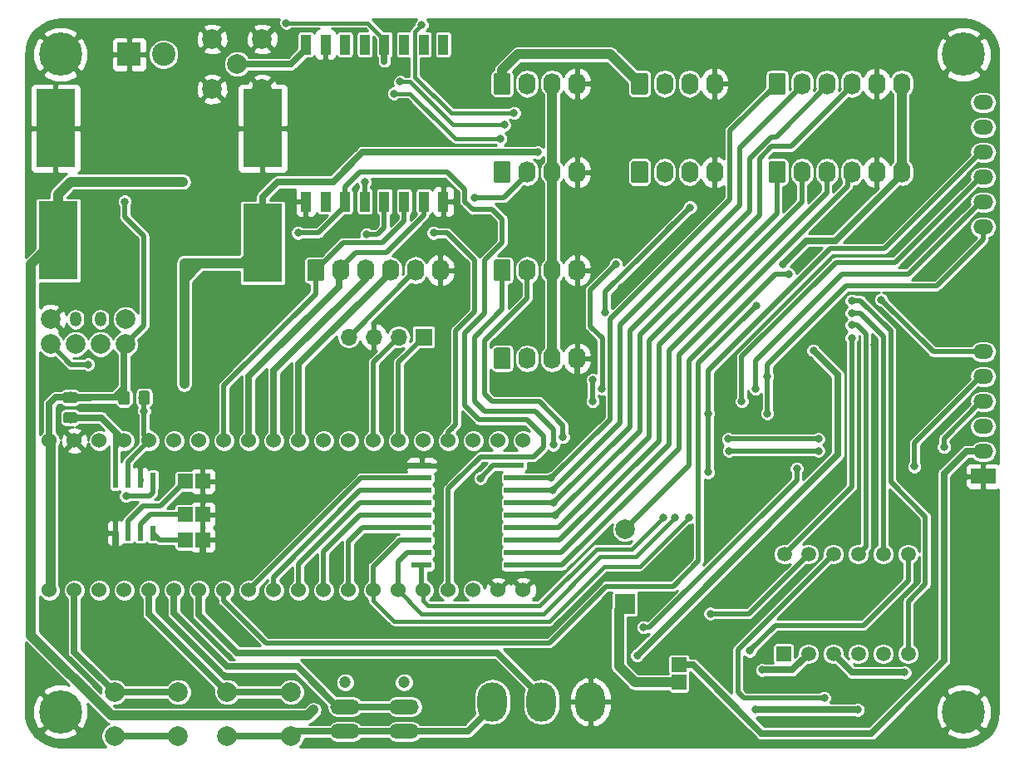
<source format=gbr>
G04 #@! TF.GenerationSoftware,KiCad,Pcbnew,5.0.2*
G04 #@! TF.CreationDate,2019-07-29T09:26:21-03:00*
G04 #@! TF.ProjectId,ShieldEduIfspSTM32,53686965-6c64-4456-9475-496673705354,rev?*
G04 #@! TF.SameCoordinates,Original*
G04 #@! TF.FileFunction,Copper,L2,Bot*
G04 #@! TF.FilePolarity,Positive*
%FSLAX46Y46*%
G04 Gerber Fmt 4.6, Leading zero omitted, Abs format (unit mm)*
G04 Created by KiCad (PCBNEW 5.0.2) date seg 29 jul 2019 09:26:21 -03*
%MOMM*%
%LPD*%
G01*
G04 APERTURE LIST*
G04 #@! TA.AperFunction,SMDPad,CuDef*
%ADD10R,2.000000X0.600000*%
G04 #@! TD*
G04 #@! TA.AperFunction,Conductor*
%ADD11C,0.100000*%
G04 #@! TD*
G04 #@! TA.AperFunction,ComponentPad*
%ADD12C,1.740000*%
G04 #@! TD*
G04 #@! TA.AperFunction,ComponentPad*
%ADD13O,1.740000X2.200000*%
G04 #@! TD*
G04 #@! TA.AperFunction,ComponentPad*
%ADD14C,1.524000*%
G04 #@! TD*
G04 #@! TA.AperFunction,ComponentPad*
%ADD15C,4.400000*%
G04 #@! TD*
G04 #@! TA.AperFunction,ComponentPad*
%ADD16C,2.000000*%
G04 #@! TD*
G04 #@! TA.AperFunction,ComponentPad*
%ADD17R,2.000000X2.000000*%
G04 #@! TD*
G04 #@! TA.AperFunction,ComponentPad*
%ADD18R,2.500000X1.500000*%
G04 #@! TD*
G04 #@! TA.AperFunction,ComponentPad*
%ADD19O,2.000000X1.500000*%
G04 #@! TD*
G04 #@! TA.AperFunction,ComponentPad*
%ADD20R,2.400000X2.400000*%
G04 #@! TD*
G04 #@! TA.AperFunction,ComponentPad*
%ADD21C,2.400000*%
G04 #@! TD*
G04 #@! TA.AperFunction,ComponentPad*
%ADD22R,1.524000X1.524000*%
G04 #@! TD*
G04 #@! TA.AperFunction,SMDPad,CuDef*
%ADD23C,1.150000*%
G04 #@! TD*
G04 #@! TA.AperFunction,ComponentPad*
%ADD24O,2.999740X4.000500*%
G04 #@! TD*
G04 #@! TA.AperFunction,ComponentPad*
%ADD25C,1.200000*%
G04 #@! TD*
G04 #@! TA.AperFunction,ComponentPad*
%ADD26O,3.000000X1.500000*%
G04 #@! TD*
G04 #@! TA.AperFunction,SMDPad,CuDef*
%ADD27R,4.000000X8.000000*%
G04 #@! TD*
G04 #@! TA.AperFunction,SMDPad,CuDef*
%ADD28R,1.000000X2.000000*%
G04 #@! TD*
G04 #@! TA.AperFunction,ComponentPad*
%ADD29O,1.200000X1.500000*%
G04 #@! TD*
G04 #@! TA.AperFunction,SMDPad,CuDef*
%ADD30R,0.600000X1.550000*%
G04 #@! TD*
G04 #@! TA.AperFunction,ComponentPad*
%ADD31C,1.500000*%
G04 #@! TD*
G04 #@! TA.AperFunction,ComponentPad*
%ADD32R,1.500000X1.500000*%
G04 #@! TD*
G04 #@! TA.AperFunction,ComponentPad*
%ADD33R,1.700000X1.700000*%
G04 #@! TD*
G04 #@! TA.AperFunction,ComponentPad*
%ADD34O,1.700000X1.700000*%
G04 #@! TD*
G04 #@! TA.AperFunction,ViaPad*
%ADD35C,0.800000*%
G04 #@! TD*
G04 #@! TA.AperFunction,Conductor*
%ADD36C,0.700000*%
G04 #@! TD*
G04 #@! TA.AperFunction,Conductor*
%ADD37C,0.500000*%
G04 #@! TD*
G04 #@! TA.AperFunction,Conductor*
%ADD38C,1.000000*%
G04 #@! TD*
G04 #@! TA.AperFunction,Conductor*
%ADD39C,0.400000*%
G04 #@! TD*
G04 #@! TA.AperFunction,Conductor*
%ADD40C,0.254000*%
G04 #@! TD*
G04 APERTURE END LIST*
D10*
G04 #@! TO.P,U6,1*
G04 #@! TO.N,/PB11*
X144800000Y-97080000D03*
G04 #@! TO.P,U6,2*
G04 #@! TO.N,/PB10*
X144800000Y-95810000D03*
G04 #@! TO.P,U6,3*
G04 #@! TO.N,/PB1*
X144800000Y-94540000D03*
G04 #@! TO.P,U6,4*
G04 #@! TO.N,/PB0*
X144800000Y-93270000D03*
G04 #@! TO.P,U6,5*
G04 #@! TO.N,/PA7*
X144800000Y-92000000D03*
G04 #@! TO.P,U6,6*
G04 #@! TO.N,/PA6*
X144800000Y-90730000D03*
G04 #@! TO.P,U6,7*
G04 #@! TO.N,/PA5*
X144800000Y-89460000D03*
G04 #@! TO.P,U6,8*
G04 #@! TO.N,/PA4*
X144800000Y-88190000D03*
G04 #@! TO.P,U6,9*
G04 #@! TO.N,Earth*
X144800000Y-86920000D03*
G04 #@! TO.P,U6,10*
G04 #@! TO.N,VCC*
X154200000Y-86920000D03*
G04 #@! TO.P,U6,11*
G04 #@! TO.N,/IN4*
X154200000Y-88190000D03*
G04 #@! TO.P,U6,12*
G04 #@! TO.N,/IN3*
X154200000Y-89460000D03*
G04 #@! TO.P,U6,13*
G04 #@! TO.N,/IN2*
X154200000Y-90730000D03*
G04 #@! TO.P,U6,14*
G04 #@! TO.N,/IN1*
X154200000Y-92000000D03*
G04 #@! TO.P,U6,15*
G04 #@! TO.N,/OUT4*
X154200000Y-93270000D03*
G04 #@! TO.P,U6,16*
G04 #@! TO.N,/OUT3*
X154200000Y-94540000D03*
G04 #@! TO.P,U6,17*
G04 #@! TO.N,/OUT2*
X154200000Y-95810000D03*
G04 #@! TO.P,U6,18*
G04 #@! TO.N,/OUT1*
X154200000Y-97080000D03*
G04 #@! TD*
D11*
G04 #@! TO.N,/PB5*
G04 #@! TO.C,J6*
G36*
X134644505Y-65901204D02*
X134668773Y-65904804D01*
X134692572Y-65910765D01*
X134715671Y-65919030D01*
X134737850Y-65929520D01*
X134758893Y-65942132D01*
X134778599Y-65956747D01*
X134796777Y-65973223D01*
X134813253Y-65991401D01*
X134827868Y-66011107D01*
X134840480Y-66032150D01*
X134850970Y-66054329D01*
X134859235Y-66077428D01*
X134865196Y-66101227D01*
X134868796Y-66125495D01*
X134870000Y-66149999D01*
X134870000Y-67850001D01*
X134868796Y-67874505D01*
X134865196Y-67898773D01*
X134859235Y-67922572D01*
X134850970Y-67945671D01*
X134840480Y-67967850D01*
X134827868Y-67988893D01*
X134813253Y-68008599D01*
X134796777Y-68026777D01*
X134778599Y-68043253D01*
X134758893Y-68057868D01*
X134737850Y-68070480D01*
X134715671Y-68080970D01*
X134692572Y-68089235D01*
X134668773Y-68095196D01*
X134644505Y-68098796D01*
X134620001Y-68100000D01*
X133379999Y-68100000D01*
X133355495Y-68098796D01*
X133331227Y-68095196D01*
X133307428Y-68089235D01*
X133284329Y-68080970D01*
X133262150Y-68070480D01*
X133241107Y-68057868D01*
X133221401Y-68043253D01*
X133203223Y-68026777D01*
X133186747Y-68008599D01*
X133172132Y-67988893D01*
X133159520Y-67967850D01*
X133149030Y-67945671D01*
X133140765Y-67922572D01*
X133134804Y-67898773D01*
X133131204Y-67874505D01*
X133130000Y-67850001D01*
X133130000Y-66149999D01*
X133131204Y-66125495D01*
X133134804Y-66101227D01*
X133140765Y-66077428D01*
X133149030Y-66054329D01*
X133159520Y-66032150D01*
X133172132Y-66011107D01*
X133186747Y-65991401D01*
X133203223Y-65973223D01*
X133221401Y-65956747D01*
X133241107Y-65942132D01*
X133262150Y-65929520D01*
X133284329Y-65919030D01*
X133307428Y-65910765D01*
X133331227Y-65904804D01*
X133355495Y-65901204D01*
X133379999Y-65900000D01*
X134620001Y-65900000D01*
X134644505Y-65901204D01*
X134644505Y-65901204D01*
G37*
D12*
G04 #@! TD*
G04 #@! TO.P,J6,1*
G04 #@! TO.N,/PB5*
X134000000Y-67000000D03*
D13*
G04 #@! TO.P,J6,2*
G04 #@! TO.N,/PB4*
X136540000Y-67000000D03*
G04 #@! TO.P,J6,3*
G04 #@! TO.N,/PB3*
X139080000Y-67000000D03*
G04 #@! TO.P,J6,4*
G04 #@! TO.N,/PA15*
X141620000Y-67000000D03*
G04 #@! TO.P,J6,5*
G04 #@! TO.N,+3V3*
X144160000Y-67000000D03*
G04 #@! TO.P,J6,6*
G04 #@! TO.N,Earth*
X146700000Y-67000000D03*
G04 #@! TD*
D11*
G04 #@! TO.N,/PB8*
G04 #@! TO.C,J2*
G36*
X153644505Y-46901204D02*
X153668773Y-46904804D01*
X153692572Y-46910765D01*
X153715671Y-46919030D01*
X153737850Y-46929520D01*
X153758893Y-46942132D01*
X153778599Y-46956747D01*
X153796777Y-46973223D01*
X153813253Y-46991401D01*
X153827868Y-47011107D01*
X153840480Y-47032150D01*
X153850970Y-47054329D01*
X153859235Y-47077428D01*
X153865196Y-47101227D01*
X153868796Y-47125495D01*
X153870000Y-47149999D01*
X153870000Y-48850001D01*
X153868796Y-48874505D01*
X153865196Y-48898773D01*
X153859235Y-48922572D01*
X153850970Y-48945671D01*
X153840480Y-48967850D01*
X153827868Y-48988893D01*
X153813253Y-49008599D01*
X153796777Y-49026777D01*
X153778599Y-49043253D01*
X153758893Y-49057868D01*
X153737850Y-49070480D01*
X153715671Y-49080970D01*
X153692572Y-49089235D01*
X153668773Y-49095196D01*
X153644505Y-49098796D01*
X153620001Y-49100000D01*
X152379999Y-49100000D01*
X152355495Y-49098796D01*
X152331227Y-49095196D01*
X152307428Y-49089235D01*
X152284329Y-49080970D01*
X152262150Y-49070480D01*
X152241107Y-49057868D01*
X152221401Y-49043253D01*
X152203223Y-49026777D01*
X152186747Y-49008599D01*
X152172132Y-48988893D01*
X152159520Y-48967850D01*
X152149030Y-48945671D01*
X152140765Y-48922572D01*
X152134804Y-48898773D01*
X152131204Y-48874505D01*
X152130000Y-48850001D01*
X152130000Y-47149999D01*
X152131204Y-47125495D01*
X152134804Y-47101227D01*
X152140765Y-47077428D01*
X152149030Y-47054329D01*
X152159520Y-47032150D01*
X152172132Y-47011107D01*
X152186747Y-46991401D01*
X152203223Y-46973223D01*
X152221401Y-46956747D01*
X152241107Y-46942132D01*
X152262150Y-46929520D01*
X152284329Y-46919030D01*
X152307428Y-46910765D01*
X152331227Y-46904804D01*
X152355495Y-46901204D01*
X152379999Y-46900000D01*
X153620001Y-46900000D01*
X153644505Y-46901204D01*
X153644505Y-46901204D01*
G37*
D12*
G04 #@! TD*
G04 #@! TO.P,J2,1*
G04 #@! TO.N,/PB8*
X153000000Y-48000000D03*
D13*
G04 #@! TO.P,J2,2*
G04 #@! TO.N,/PB9*
X155540000Y-48000000D03*
G04 #@! TO.P,J2,3*
G04 #@! TO.N,+5V*
X158080000Y-48000000D03*
G04 #@! TO.P,J2,4*
G04 #@! TO.N,Earth*
X160620000Y-48000000D03*
G04 #@! TD*
D14*
G04 #@! TO.P,U1,1*
G04 #@! TO.N,+3V3*
X106870000Y-99620000D03*
G04 #@! TO.P,U1,2*
G04 #@! TO.N,/PC13*
X109410000Y-99620000D03*
G04 #@! TO.P,U1,3*
G04 #@! TO.N,Net-(U1-Pad3)*
X111950000Y-99620000D03*
G04 #@! TO.P,U1,4*
G04 #@! TO.N,Net-(U1-Pad4)*
X114490000Y-99620000D03*
G04 #@! TO.P,U1,5*
G04 #@! TO.N,/PA0*
X117030000Y-99620000D03*
G04 #@! TO.P,U1,6*
G04 #@! TO.N,/PA1*
X119570000Y-99620000D03*
G04 #@! TO.P,U1,7*
G04 #@! TO.N,/PA2*
X122110000Y-99620000D03*
G04 #@! TO.P,U1,8*
G04 #@! TO.N,/PA3*
X124650000Y-99620000D03*
G04 #@! TO.P,U1,9*
G04 #@! TO.N,/PA4*
X127190000Y-99620000D03*
G04 #@! TO.P,U1,10*
G04 #@! TO.N,/PA5*
X129730000Y-99620000D03*
G04 #@! TO.P,U1,11*
G04 #@! TO.N,/PA6*
X132270000Y-99620000D03*
G04 #@! TO.P,U1,12*
G04 #@! TO.N,/PA7*
X134810000Y-99620000D03*
G04 #@! TO.P,U1,13*
G04 #@! TO.N,/PB0*
X137350000Y-99620000D03*
G04 #@! TO.P,U1,14*
G04 #@! TO.N,/PB1*
X139890000Y-99620000D03*
G04 #@! TO.P,U1,15*
G04 #@! TO.N,/PB10*
X142430000Y-99620000D03*
G04 #@! TO.P,U1,16*
G04 #@! TO.N,/PB11*
X144970000Y-99620000D03*
G04 #@! TO.P,U1,17*
G04 #@! TO.N,/RST*
X147510000Y-99620000D03*
G04 #@! TO.P,U1,18*
G04 #@! TO.N,+3V3*
X150050000Y-99620000D03*
G04 #@! TO.P,U1,19*
G04 #@! TO.N,Earth*
X152590000Y-99620000D03*
G04 #@! TO.P,U1,20*
X155130000Y-99620000D03*
G04 #@! TO.P,U1,21*
G04 #@! TO.N,/PB12*
X155130000Y-84380000D03*
G04 #@! TO.P,U1,22*
G04 #@! TO.N,/PB13*
X152590000Y-84380000D03*
G04 #@! TO.P,U1,23*
G04 #@! TO.N,/PB14*
X150050000Y-84380000D03*
G04 #@! TO.P,U1,24*
G04 #@! TO.N,/PB15*
X147510000Y-84380000D03*
G04 #@! TO.P,U1,25*
G04 #@! TO.N,/PA8*
X144970000Y-84380000D03*
G04 #@! TO.P,U1,26*
G04 #@! TO.N,/PA9*
X142430000Y-84380000D03*
G04 #@! TO.P,U1,27*
G04 #@! TO.N,/PA10*
X139890000Y-84380000D03*
G04 #@! TO.P,U1,28*
G04 #@! TO.N,/PA11*
X137350000Y-84380000D03*
G04 #@! TO.P,U1,29*
G04 #@! TO.N,/PA12*
X134810000Y-84380000D03*
G04 #@! TO.P,U1,30*
G04 #@! TO.N,/PA15*
X132270000Y-84380000D03*
G04 #@! TO.P,U1,31*
G04 #@! TO.N,/PB3*
X129730000Y-84380000D03*
G04 #@! TO.P,U1,32*
G04 #@! TO.N,/PB4*
X127190000Y-84380000D03*
G04 #@! TO.P,U1,33*
G04 #@! TO.N,/PB5*
X124650000Y-84380000D03*
G04 #@! TO.P,U1,34*
G04 #@! TO.N,/PB6*
X122110000Y-84380000D03*
G04 #@! TO.P,U1,35*
G04 #@! TO.N,/PB7*
X119570000Y-84380000D03*
G04 #@! TO.P,U1,36*
G04 #@! TO.N,/PB8*
X117030000Y-84380000D03*
G04 #@! TO.P,U1,37*
G04 #@! TO.N,/PB9*
X114490000Y-84380000D03*
G04 #@! TO.P,U1,38*
G04 #@! TO.N,+5V*
X111950000Y-84380000D03*
G04 #@! TO.P,U1,39*
G04 #@! TO.N,Earth*
X109410000Y-84380000D03*
G04 #@! TO.P,U1,40*
G04 #@! TO.N,+3V3*
X106870000Y-84380000D03*
G04 #@! TD*
D15*
G04 #@! TO.P,REF\002A\002A,1*
G04 #@! TO.N,Earth*
X200000000Y-112000000D03*
G04 #@! TD*
G04 #@! TO.P,REF\002A\002A,1*
G04 #@! TO.N,Earth*
X200000000Y-45000000D03*
G04 #@! TD*
G04 #@! TO.P,REF\002A\002A,1*
G04 #@! TO.N,Earth*
X108000000Y-45000000D03*
G04 #@! TD*
G04 #@! TO.P,REF\002A\002A,1*
G04 #@! TO.N,Earth*
X108000000Y-112000000D03*
G04 #@! TD*
D16*
G04 #@! TO.P,AE1,1*
G04 #@! TO.N,Net-(AE1-Pad1)*
X126000000Y-46000000D03*
G04 #@! TO.P,AE1,2*
G04 #@! TO.N,Earth*
X128550000Y-48550000D03*
X128550000Y-43450000D03*
X123450000Y-43450000D03*
X123450000Y-48550000D03*
G04 #@! TD*
D17*
G04 #@! TO.P,BZ1,1*
G04 #@! TO.N,Net-(BZ1-Pad1)*
X165500000Y-101000000D03*
D16*
G04 #@! TO.P,BZ1,2*
G04 #@! TO.N,/IHM/ENBZ*
X165500000Y-93400000D03*
G04 #@! TD*
D18*
G04 #@! TO.P,DS1,1*
G04 #@! TO.N,Earth*
X202000000Y-88000000D03*
D19*
G04 #@! TO.P,DS1,2*
G04 #@! TO.N,+5V*
X202000000Y-85460000D03*
G04 #@! TO.P,DS1,3*
G04 #@! TO.N,Net-(DS1-Pad3)*
X202000000Y-82920000D03*
G04 #@! TO.P,DS1,4*
G04 #@! TO.N,/IHM/PD6*
X202000000Y-80380000D03*
G04 #@! TO.P,DS1,5*
G04 #@! TO.N,/IHM/PD2*
X202000000Y-77840000D03*
G04 #@! TO.P,DS1,6*
G04 #@! TO.N,/IHM/PD8*
X202000000Y-75300000D03*
G04 #@! TO.P,DS1,11*
G04 #@! TO.N,/IHM/PD7*
X202000000Y-62600000D03*
G04 #@! TO.P,DS1,12*
G04 #@! TO.N,/IHM/PD6*
X202000000Y-60060000D03*
G04 #@! TO.P,DS1,13*
G04 #@! TO.N,/IHM/PD5*
X202000000Y-57520000D03*
G04 #@! TO.P,DS1,14*
G04 #@! TO.N,/IHM/PD4*
X202000000Y-54980000D03*
G04 #@! TO.P,DS1,15*
G04 #@! TO.N,+5V*
X202000000Y-52440000D03*
G04 #@! TO.P,DS1,16*
G04 #@! TO.N,Net-(DS1-Pad16)*
X202000000Y-49900000D03*
G04 #@! TD*
D20*
G04 #@! TO.P,J1,1*
G04 #@! TO.N,Earth*
X115000000Y-45000000D03*
D21*
G04 #@! TO.P,J1,2*
G04 #@! TO.N,Net-(D1-Pad2)*
X118500000Y-45000000D03*
G04 #@! TD*
D22*
G04 #@! TO.P,JP3,2*
G04 #@! TO.N,Net-(JP3-Pad2)*
X120722000Y-88500000D03*
G04 #@! TO.P,JP3,1*
G04 #@! TO.N,Earth*
X122500000Y-88500000D03*
G04 #@! TD*
G04 #@! TO.P,JP4,1*
G04 #@! TO.N,Earth*
X122500000Y-91900000D03*
G04 #@! TO.P,JP4,2*
G04 #@! TO.N,Net-(JP4-Pad2)*
X120722000Y-91900000D03*
G04 #@! TD*
G04 #@! TO.P,JP5,1*
G04 #@! TO.N,Earth*
X122500000Y-94500000D03*
G04 #@! TO.P,JP5,2*
G04 #@! TO.N,Net-(JP5-Pad2)*
X120722000Y-94500000D03*
G04 #@! TD*
G04 #@! TO.P,JP7,2*
G04 #@! TO.N,Net-(BZ1-Pad1)*
X171000000Y-109000000D03*
G04 #@! TO.P,JP7,1*
G04 #@! TO.N,+5V*
X171000000Y-107222000D03*
G04 #@! TD*
D11*
G04 #@! TO.N,+3V3*
G04 #@! TO.C,R20*
G36*
X109474505Y-79401204D02*
X109498773Y-79404804D01*
X109522572Y-79410765D01*
X109545671Y-79419030D01*
X109567850Y-79429520D01*
X109588893Y-79442132D01*
X109608599Y-79456747D01*
X109626777Y-79473223D01*
X109643253Y-79491401D01*
X109657868Y-79511107D01*
X109670480Y-79532150D01*
X109680970Y-79554329D01*
X109689235Y-79577428D01*
X109695196Y-79601227D01*
X109698796Y-79625495D01*
X109700000Y-79649999D01*
X109700000Y-80300001D01*
X109698796Y-80324505D01*
X109695196Y-80348773D01*
X109689235Y-80372572D01*
X109680970Y-80395671D01*
X109670480Y-80417850D01*
X109657868Y-80438893D01*
X109643253Y-80458599D01*
X109626777Y-80476777D01*
X109608599Y-80493253D01*
X109588893Y-80507868D01*
X109567850Y-80520480D01*
X109545671Y-80530970D01*
X109522572Y-80539235D01*
X109498773Y-80545196D01*
X109474505Y-80548796D01*
X109450001Y-80550000D01*
X108549999Y-80550000D01*
X108525495Y-80548796D01*
X108501227Y-80545196D01*
X108477428Y-80539235D01*
X108454329Y-80530970D01*
X108432150Y-80520480D01*
X108411107Y-80507868D01*
X108391401Y-80493253D01*
X108373223Y-80476777D01*
X108356747Y-80458599D01*
X108342132Y-80438893D01*
X108329520Y-80417850D01*
X108319030Y-80395671D01*
X108310765Y-80372572D01*
X108304804Y-80348773D01*
X108301204Y-80324505D01*
X108300000Y-80300001D01*
X108300000Y-79649999D01*
X108301204Y-79625495D01*
X108304804Y-79601227D01*
X108310765Y-79577428D01*
X108319030Y-79554329D01*
X108329520Y-79532150D01*
X108342132Y-79511107D01*
X108356747Y-79491401D01*
X108373223Y-79473223D01*
X108391401Y-79456747D01*
X108411107Y-79442132D01*
X108432150Y-79429520D01*
X108454329Y-79419030D01*
X108477428Y-79410765D01*
X108501227Y-79404804D01*
X108525495Y-79401204D01*
X108549999Y-79400000D01*
X109450001Y-79400000D01*
X109474505Y-79401204D01*
X109474505Y-79401204D01*
G37*
D23*
G04 #@! TD*
G04 #@! TO.P,R20,1*
G04 #@! TO.N,+3V3*
X109000000Y-79975000D03*
D11*
G04 #@! TO.N,/PB9*
G04 #@! TO.C,R20*
G36*
X109474505Y-81451204D02*
X109498773Y-81454804D01*
X109522572Y-81460765D01*
X109545671Y-81469030D01*
X109567850Y-81479520D01*
X109588893Y-81492132D01*
X109608599Y-81506747D01*
X109626777Y-81523223D01*
X109643253Y-81541401D01*
X109657868Y-81561107D01*
X109670480Y-81582150D01*
X109680970Y-81604329D01*
X109689235Y-81627428D01*
X109695196Y-81651227D01*
X109698796Y-81675495D01*
X109700000Y-81699999D01*
X109700000Y-82350001D01*
X109698796Y-82374505D01*
X109695196Y-82398773D01*
X109689235Y-82422572D01*
X109680970Y-82445671D01*
X109670480Y-82467850D01*
X109657868Y-82488893D01*
X109643253Y-82508599D01*
X109626777Y-82526777D01*
X109608599Y-82543253D01*
X109588893Y-82557868D01*
X109567850Y-82570480D01*
X109545671Y-82580970D01*
X109522572Y-82589235D01*
X109498773Y-82595196D01*
X109474505Y-82598796D01*
X109450001Y-82600000D01*
X108549999Y-82600000D01*
X108525495Y-82598796D01*
X108501227Y-82595196D01*
X108477428Y-82589235D01*
X108454329Y-82580970D01*
X108432150Y-82570480D01*
X108411107Y-82557868D01*
X108391401Y-82543253D01*
X108373223Y-82526777D01*
X108356747Y-82508599D01*
X108342132Y-82488893D01*
X108329520Y-82467850D01*
X108319030Y-82445671D01*
X108310765Y-82422572D01*
X108304804Y-82398773D01*
X108301204Y-82374505D01*
X108300000Y-82350001D01*
X108300000Y-81699999D01*
X108301204Y-81675495D01*
X108304804Y-81651227D01*
X108310765Y-81627428D01*
X108319030Y-81604329D01*
X108329520Y-81582150D01*
X108342132Y-81561107D01*
X108356747Y-81541401D01*
X108373223Y-81523223D01*
X108391401Y-81506747D01*
X108411107Y-81492132D01*
X108432150Y-81479520D01*
X108454329Y-81469030D01*
X108477428Y-81460765D01*
X108501227Y-81454804D01*
X108525495Y-81451204D01*
X108549999Y-81450000D01*
X109450001Y-81450000D01*
X109474505Y-81451204D01*
X109474505Y-81451204D01*
G37*
D23*
G04 #@! TD*
G04 #@! TO.P,R20,2*
G04 #@! TO.N,/PB9*
X109000000Y-82025000D03*
D11*
G04 #@! TO.N,/PB8*
G04 #@! TO.C,R21*
G36*
X116874505Y-79301204D02*
X116898773Y-79304804D01*
X116922572Y-79310765D01*
X116945671Y-79319030D01*
X116967850Y-79329520D01*
X116988893Y-79342132D01*
X117008599Y-79356747D01*
X117026777Y-79373223D01*
X117043253Y-79391401D01*
X117057868Y-79411107D01*
X117070480Y-79432150D01*
X117080970Y-79454329D01*
X117089235Y-79477428D01*
X117095196Y-79501227D01*
X117098796Y-79525495D01*
X117100000Y-79549999D01*
X117100000Y-80450001D01*
X117098796Y-80474505D01*
X117095196Y-80498773D01*
X117089235Y-80522572D01*
X117080970Y-80545671D01*
X117070480Y-80567850D01*
X117057868Y-80588893D01*
X117043253Y-80608599D01*
X117026777Y-80626777D01*
X117008599Y-80643253D01*
X116988893Y-80657868D01*
X116967850Y-80670480D01*
X116945671Y-80680970D01*
X116922572Y-80689235D01*
X116898773Y-80695196D01*
X116874505Y-80698796D01*
X116850001Y-80700000D01*
X116199999Y-80700000D01*
X116175495Y-80698796D01*
X116151227Y-80695196D01*
X116127428Y-80689235D01*
X116104329Y-80680970D01*
X116082150Y-80670480D01*
X116061107Y-80657868D01*
X116041401Y-80643253D01*
X116023223Y-80626777D01*
X116006747Y-80608599D01*
X115992132Y-80588893D01*
X115979520Y-80567850D01*
X115969030Y-80545671D01*
X115960765Y-80522572D01*
X115954804Y-80498773D01*
X115951204Y-80474505D01*
X115950000Y-80450001D01*
X115950000Y-79549999D01*
X115951204Y-79525495D01*
X115954804Y-79501227D01*
X115960765Y-79477428D01*
X115969030Y-79454329D01*
X115979520Y-79432150D01*
X115992132Y-79411107D01*
X116006747Y-79391401D01*
X116023223Y-79373223D01*
X116041401Y-79356747D01*
X116061107Y-79342132D01*
X116082150Y-79329520D01*
X116104329Y-79319030D01*
X116127428Y-79310765D01*
X116151227Y-79304804D01*
X116175495Y-79301204D01*
X116199999Y-79300000D01*
X116850001Y-79300000D01*
X116874505Y-79301204D01*
X116874505Y-79301204D01*
G37*
D23*
G04 #@! TD*
G04 #@! TO.P,R21,2*
G04 #@! TO.N,/PB8*
X116525000Y-80000000D03*
D11*
G04 #@! TO.N,+3V3*
G04 #@! TO.C,R21*
G36*
X114824505Y-79301204D02*
X114848773Y-79304804D01*
X114872572Y-79310765D01*
X114895671Y-79319030D01*
X114917850Y-79329520D01*
X114938893Y-79342132D01*
X114958599Y-79356747D01*
X114976777Y-79373223D01*
X114993253Y-79391401D01*
X115007868Y-79411107D01*
X115020480Y-79432150D01*
X115030970Y-79454329D01*
X115039235Y-79477428D01*
X115045196Y-79501227D01*
X115048796Y-79525495D01*
X115050000Y-79549999D01*
X115050000Y-80450001D01*
X115048796Y-80474505D01*
X115045196Y-80498773D01*
X115039235Y-80522572D01*
X115030970Y-80545671D01*
X115020480Y-80567850D01*
X115007868Y-80588893D01*
X114993253Y-80608599D01*
X114976777Y-80626777D01*
X114958599Y-80643253D01*
X114938893Y-80657868D01*
X114917850Y-80670480D01*
X114895671Y-80680970D01*
X114872572Y-80689235D01*
X114848773Y-80695196D01*
X114824505Y-80698796D01*
X114800001Y-80700000D01*
X114149999Y-80700000D01*
X114125495Y-80698796D01*
X114101227Y-80695196D01*
X114077428Y-80689235D01*
X114054329Y-80680970D01*
X114032150Y-80670480D01*
X114011107Y-80657868D01*
X113991401Y-80643253D01*
X113973223Y-80626777D01*
X113956747Y-80608599D01*
X113942132Y-80588893D01*
X113929520Y-80567850D01*
X113919030Y-80545671D01*
X113910765Y-80522572D01*
X113904804Y-80498773D01*
X113901204Y-80474505D01*
X113900000Y-80450001D01*
X113900000Y-79549999D01*
X113901204Y-79525495D01*
X113904804Y-79501227D01*
X113910765Y-79477428D01*
X113919030Y-79454329D01*
X113929520Y-79432150D01*
X113942132Y-79411107D01*
X113956747Y-79391401D01*
X113973223Y-79373223D01*
X113991401Y-79356747D01*
X114011107Y-79342132D01*
X114032150Y-79329520D01*
X114054329Y-79319030D01*
X114077428Y-79310765D01*
X114101227Y-79304804D01*
X114125495Y-79301204D01*
X114149999Y-79300000D01*
X114800001Y-79300000D01*
X114824505Y-79301204D01*
X114824505Y-79301204D01*
G37*
D23*
G04 #@! TD*
G04 #@! TO.P,R21,1*
G04 #@! TO.N,+3V3*
X114475000Y-80000000D03*
D24*
G04 #@! TO.P,RV2,1*
G04 #@! TO.N,Earth*
X162000000Y-111000000D03*
G04 #@! TO.P,RV2,3*
G04 #@! TO.N,+3V3*
X151997480Y-111000000D03*
G04 #@! TO.P,RV2,2*
G04 #@! TO.N,/PA2*
X156998740Y-111000000D03*
G04 #@! TD*
D25*
G04 #@! TO.P,SW3,6*
G04 #@! TO.N,Net-(SW3-Pad6)*
X143000000Y-109000000D03*
D26*
G04 #@! TO.P,SW3,5*
G04 #@! TO.N,/PA1*
X143000000Y-111500000D03*
G04 #@! TO.P,SW3,4*
G04 #@! TO.N,+3V3*
X143000000Y-114000000D03*
G04 #@! TO.P,SW3,3*
X137000000Y-114000000D03*
G04 #@! TO.P,SW3,2*
G04 #@! TO.N,/PA1*
X137000000Y-111500000D03*
D25*
G04 #@! TO.P,SW3,1*
G04 #@! TO.N,Net-(SW3-Pad1)*
X137000000Y-109000000D03*
G04 #@! TD*
D16*
G04 #@! TO.P,SW2,1*
G04 #@! TO.N,/PA0*
X131500000Y-110000000D03*
G04 #@! TO.P,SW2,2*
G04 #@! TO.N,+3V3*
X131500000Y-114500000D03*
G04 #@! TO.P,SW2,1*
G04 #@! TO.N,/PA0*
X125000000Y-110000000D03*
G04 #@! TO.P,SW2,2*
G04 #@! TO.N,+3V3*
X125000000Y-114500000D03*
G04 #@! TD*
G04 #@! TO.P,SW1,2*
G04 #@! TO.N,Net-(R1-Pad1)*
X113500000Y-114500000D03*
G04 #@! TO.P,SW1,1*
G04 #@! TO.N,/PC13*
X113500000Y-110000000D03*
G04 #@! TO.P,SW1,2*
G04 #@! TO.N,Net-(R1-Pad1)*
X120000000Y-114500000D03*
G04 #@! TO.P,SW1,1*
G04 #@! TO.N,/PC13*
X120000000Y-110000000D03*
G04 #@! TD*
D27*
G04 #@! TO.P,U2,1*
G04 #@! TO.N,VCC*
X107762000Y-63970000D03*
G04 #@! TO.P,U2,2*
G04 #@! TO.N,Earth*
X107508000Y-52540000D03*
G04 #@! TO.P,U2,3*
X128590000Y-52540000D03*
G04 #@! TO.P,U2,4*
G04 #@! TO.N,+5V*
X128590000Y-64224000D03*
G04 #@! TD*
D28*
G04 #@! TO.P,U4,1*
G04 #@! TO.N,Earth*
X147000000Y-60000000D03*
G04 #@! TO.P,U4,2*
G04 #@! TO.N,/PB4*
X145000000Y-60000000D03*
G04 #@! TO.P,U4,3*
G04 #@! TO.N,/PB5*
X143000000Y-60000000D03*
G04 #@! TO.P,U4,4*
G04 #@! TO.N,/PB3*
X141000000Y-60000000D03*
G04 #@! TO.P,U4,5*
G04 #@! TO.N,/PB15*
X139000000Y-60000000D03*
G04 #@! TO.P,U4,6*
G04 #@! TO.N,/RST*
X137000000Y-60000000D03*
G04 #@! TO.P,U4,7*
G04 #@! TO.N,Net-(U4-Pad7)*
X135000000Y-60000000D03*
G04 #@! TO.P,U4,8*
G04 #@! TO.N,Earth*
X133000000Y-60000000D03*
G04 #@! TO.P,U4,9*
G04 #@! TO.N,Net-(AE1-Pad1)*
X133000000Y-44000000D03*
G04 #@! TO.P,U4,10*
G04 #@! TO.N,Earth*
X135000000Y-44000000D03*
G04 #@! TO.P,U4,11*
G04 #@! TO.N,Net-(U4-Pad11)*
X137000000Y-44000000D03*
G04 #@! TO.P,U4,12*
G04 #@! TO.N,Net-(U4-Pad12)*
X139000000Y-44000000D03*
G04 #@! TO.P,U4,13*
G04 #@! TO.N,+3V3*
X141000000Y-44000000D03*
G04 #@! TO.P,U4,14*
G04 #@! TO.N,Net-(U4-Pad14)*
X143000000Y-44000000D03*
G04 #@! TO.P,U4,15*
G04 #@! TO.N,Net-(U4-Pad15)*
X145000000Y-44000000D03*
G04 #@! TO.P,U4,16*
G04 #@! TO.N,Net-(U4-Pad16)*
X147000000Y-44000000D03*
G04 #@! TD*
D16*
G04 #@! TO.P,U5,1*
G04 #@! TO.N,Earth*
X107000000Y-72000000D03*
D29*
G04 #@! TO.P,U5,2*
G04 #@! TO.N,Net-(U5-Pad2)*
X109540000Y-72000000D03*
G04 #@! TO.P,U5,3*
G04 #@! TO.N,Net-(U5-Pad3)*
X112080000Y-72000000D03*
D16*
G04 #@! TO.P,U5,4*
G04 #@! TO.N,/PA9*
X114620000Y-72000000D03*
G04 #@! TO.P,U5,5*
G04 #@! TO.N,/PA10*
X107000000Y-74540000D03*
G04 #@! TO.P,U5,6*
G04 #@! TO.N,/PA8*
X109540000Y-74540000D03*
G04 #@! TO.P,U5,7*
G04 #@! TO.N,/RST*
X112080000Y-74540000D03*
G04 #@! TO.P,U5,8*
G04 #@! TO.N,+3V3*
X114620000Y-74540000D03*
G04 #@! TD*
D30*
G04 #@! TO.P,U8,1*
G04 #@! TO.N,Net-(JP5-Pad2)*
X117405000Y-93800000D03*
G04 #@! TO.P,U8,2*
G04 #@! TO.N,Net-(JP4-Pad2)*
X116135000Y-93800000D03*
G04 #@! TO.P,U8,3*
G04 #@! TO.N,Net-(JP3-Pad2)*
X114865000Y-93800000D03*
G04 #@! TO.P,U8,4*
G04 #@! TO.N,Earth*
X113595000Y-93800000D03*
G04 #@! TO.P,U8,5*
G04 #@! TO.N,/PB9*
X113595000Y-88400000D03*
G04 #@! TO.P,U8,6*
G04 #@! TO.N,/PB8*
X114865000Y-88400000D03*
G04 #@! TO.P,U8,7*
G04 #@! TO.N,Earth*
X116135000Y-88400000D03*
G04 #@! TO.P,U8,8*
G04 #@! TO.N,+3V3*
X117405000Y-88400000D03*
G04 #@! TD*
D31*
G04 #@! TO.P,U11,12*
G04 #@! TO.N,/IHM/ENCA1*
X181741457Y-95935000D03*
G04 #@! TO.P,U11,11*
G04 #@! TO.N,/IHM/A*
X184201400Y-95935000D03*
G04 #@! TO.P,U11,10*
G04 #@! TO.N,/IHM/F*
X186741400Y-95935000D03*
G04 #@! TO.P,U11,9*
G04 #@! TO.N,/IHM/ENCA2*
X189281400Y-95935000D03*
G04 #@! TO.P,U11,8*
G04 #@! TO.N,/IHM/ENCA3*
X191821400Y-95935000D03*
G04 #@! TO.P,U11,7*
G04 #@! TO.N,/IHM/B*
X194361400Y-95935000D03*
G04 #@! TO.P,U11,6*
G04 #@! TO.N,/IHM/ENCA4*
X194361400Y-106095000D03*
G04 #@! TO.P,U11,5*
G04 #@! TO.N,/IHM/G*
X191821400Y-106095000D03*
G04 #@! TO.P,U11,4*
G04 #@! TO.N,/IHM/C*
X189281400Y-106095000D03*
G04 #@! TO.P,U11,3*
G04 #@! TO.N,/IHM/DPX*
X186741400Y-106095000D03*
G04 #@! TO.P,U11,2*
G04 #@! TO.N,/IHM/D*
X184201400Y-106095000D03*
D32*
G04 #@! TO.P,U11,1*
G04 #@! TO.N,/IHM/E*
X181661400Y-106095000D03*
G04 #@! TD*
D13*
G04 #@! TO.P,J3,4*
G04 #@! TO.N,Earth*
X174620000Y-48000000D03*
G04 #@! TO.P,J3,3*
G04 #@! TO.N,+5V*
X172080000Y-48000000D03*
G04 #@! TO.P,J3,2*
G04 #@! TO.N,/PB9*
X169540000Y-48000000D03*
D11*
G04 #@! TD*
G04 #@! TO.N,/PB8*
G04 #@! TO.C,J3*
G36*
X167644505Y-46901204D02*
X167668773Y-46904804D01*
X167692572Y-46910765D01*
X167715671Y-46919030D01*
X167737850Y-46929520D01*
X167758893Y-46942132D01*
X167778599Y-46956747D01*
X167796777Y-46973223D01*
X167813253Y-46991401D01*
X167827868Y-47011107D01*
X167840480Y-47032150D01*
X167850970Y-47054329D01*
X167859235Y-47077428D01*
X167865196Y-47101227D01*
X167868796Y-47125495D01*
X167870000Y-47149999D01*
X167870000Y-48850001D01*
X167868796Y-48874505D01*
X167865196Y-48898773D01*
X167859235Y-48922572D01*
X167850970Y-48945671D01*
X167840480Y-48967850D01*
X167827868Y-48988893D01*
X167813253Y-49008599D01*
X167796777Y-49026777D01*
X167778599Y-49043253D01*
X167758893Y-49057868D01*
X167737850Y-49070480D01*
X167715671Y-49080970D01*
X167692572Y-49089235D01*
X167668773Y-49095196D01*
X167644505Y-49098796D01*
X167620001Y-49100000D01*
X166379999Y-49100000D01*
X166355495Y-49098796D01*
X166331227Y-49095196D01*
X166307428Y-49089235D01*
X166284329Y-49080970D01*
X166262150Y-49070480D01*
X166241107Y-49057868D01*
X166221401Y-49043253D01*
X166203223Y-49026777D01*
X166186747Y-49008599D01*
X166172132Y-48988893D01*
X166159520Y-48967850D01*
X166149030Y-48945671D01*
X166140765Y-48922572D01*
X166134804Y-48898773D01*
X166131204Y-48874505D01*
X166130000Y-48850001D01*
X166130000Y-47149999D01*
X166131204Y-47125495D01*
X166134804Y-47101227D01*
X166140765Y-47077428D01*
X166149030Y-47054329D01*
X166159520Y-47032150D01*
X166172132Y-47011107D01*
X166186747Y-46991401D01*
X166203223Y-46973223D01*
X166221401Y-46956747D01*
X166241107Y-46942132D01*
X166262150Y-46929520D01*
X166284329Y-46919030D01*
X166307428Y-46910765D01*
X166331227Y-46904804D01*
X166355495Y-46901204D01*
X166379999Y-46900000D01*
X167620001Y-46900000D01*
X167644505Y-46901204D01*
X167644505Y-46901204D01*
G37*
D12*
G04 #@! TO.P,J3,1*
G04 #@! TO.N,/PB8*
X167000000Y-48000000D03*
G04 #@! TD*
D11*
G04 #@! TO.N,/PB6*
G04 #@! TO.C,J5*
G36*
X153644505Y-55901204D02*
X153668773Y-55904804D01*
X153692572Y-55910765D01*
X153715671Y-55919030D01*
X153737850Y-55929520D01*
X153758893Y-55942132D01*
X153778599Y-55956747D01*
X153796777Y-55973223D01*
X153813253Y-55991401D01*
X153827868Y-56011107D01*
X153840480Y-56032150D01*
X153850970Y-56054329D01*
X153859235Y-56077428D01*
X153865196Y-56101227D01*
X153868796Y-56125495D01*
X153870000Y-56149999D01*
X153870000Y-57850001D01*
X153868796Y-57874505D01*
X153865196Y-57898773D01*
X153859235Y-57922572D01*
X153850970Y-57945671D01*
X153840480Y-57967850D01*
X153827868Y-57988893D01*
X153813253Y-58008599D01*
X153796777Y-58026777D01*
X153778599Y-58043253D01*
X153758893Y-58057868D01*
X153737850Y-58070480D01*
X153715671Y-58080970D01*
X153692572Y-58089235D01*
X153668773Y-58095196D01*
X153644505Y-58098796D01*
X153620001Y-58100000D01*
X152379999Y-58100000D01*
X152355495Y-58098796D01*
X152331227Y-58095196D01*
X152307428Y-58089235D01*
X152284329Y-58080970D01*
X152262150Y-58070480D01*
X152241107Y-58057868D01*
X152221401Y-58043253D01*
X152203223Y-58026777D01*
X152186747Y-58008599D01*
X152172132Y-57988893D01*
X152159520Y-57967850D01*
X152149030Y-57945671D01*
X152140765Y-57922572D01*
X152134804Y-57898773D01*
X152131204Y-57874505D01*
X152130000Y-57850001D01*
X152130000Y-56149999D01*
X152131204Y-56125495D01*
X152134804Y-56101227D01*
X152140765Y-56077428D01*
X152149030Y-56054329D01*
X152159520Y-56032150D01*
X152172132Y-56011107D01*
X152186747Y-55991401D01*
X152203223Y-55973223D01*
X152221401Y-55956747D01*
X152241107Y-55942132D01*
X152262150Y-55929520D01*
X152284329Y-55919030D01*
X152307428Y-55910765D01*
X152331227Y-55904804D01*
X152355495Y-55901204D01*
X152379999Y-55900000D01*
X153620001Y-55900000D01*
X153644505Y-55901204D01*
X153644505Y-55901204D01*
G37*
D12*
G04 #@! TD*
G04 #@! TO.P,J5,1*
G04 #@! TO.N,/PB6*
X153000000Y-57000000D03*
D13*
G04 #@! TO.P,J5,2*
G04 #@! TO.N,/PB7*
X155540000Y-57000000D03*
G04 #@! TO.P,J5,3*
G04 #@! TO.N,+5V*
X158080000Y-57000000D03*
G04 #@! TO.P,J5,4*
G04 #@! TO.N,Earth*
X160620000Y-57000000D03*
G04 #@! TD*
D33*
G04 #@! TO.P,J4,1*
G04 #@! TO.N,/PA9*
X145000000Y-73800000D03*
D34*
G04 #@! TO.P,J4,2*
G04 #@! TO.N,/PA10*
X142460000Y-73800000D03*
G04 #@! TO.P,J4,3*
G04 #@! TO.N,Earth*
X139920000Y-73800000D03*
G04 #@! TO.P,J4,4*
G04 #@! TO.N,+3V3*
X137380000Y-73800000D03*
G04 #@! TD*
D11*
G04 #@! TO.N,/AI0*
G04 #@! TO.C,J7*
G36*
X153644505Y-65901204D02*
X153668773Y-65904804D01*
X153692572Y-65910765D01*
X153715671Y-65919030D01*
X153737850Y-65929520D01*
X153758893Y-65942132D01*
X153778599Y-65956747D01*
X153796777Y-65973223D01*
X153813253Y-65991401D01*
X153827868Y-66011107D01*
X153840480Y-66032150D01*
X153850970Y-66054329D01*
X153859235Y-66077428D01*
X153865196Y-66101227D01*
X153868796Y-66125495D01*
X153870000Y-66149999D01*
X153870000Y-67850001D01*
X153868796Y-67874505D01*
X153865196Y-67898773D01*
X153859235Y-67922572D01*
X153850970Y-67945671D01*
X153840480Y-67967850D01*
X153827868Y-67988893D01*
X153813253Y-68008599D01*
X153796777Y-68026777D01*
X153778599Y-68043253D01*
X153758893Y-68057868D01*
X153737850Y-68070480D01*
X153715671Y-68080970D01*
X153692572Y-68089235D01*
X153668773Y-68095196D01*
X153644505Y-68098796D01*
X153620001Y-68100000D01*
X152379999Y-68100000D01*
X152355495Y-68098796D01*
X152331227Y-68095196D01*
X152307428Y-68089235D01*
X152284329Y-68080970D01*
X152262150Y-68070480D01*
X152241107Y-68057868D01*
X152221401Y-68043253D01*
X152203223Y-68026777D01*
X152186747Y-68008599D01*
X152172132Y-67988893D01*
X152159520Y-67967850D01*
X152149030Y-67945671D01*
X152140765Y-67922572D01*
X152134804Y-67898773D01*
X152131204Y-67874505D01*
X152130000Y-67850001D01*
X152130000Y-66149999D01*
X152131204Y-66125495D01*
X152134804Y-66101227D01*
X152140765Y-66077428D01*
X152149030Y-66054329D01*
X152159520Y-66032150D01*
X152172132Y-66011107D01*
X152186747Y-65991401D01*
X152203223Y-65973223D01*
X152221401Y-65956747D01*
X152241107Y-65942132D01*
X152262150Y-65929520D01*
X152284329Y-65919030D01*
X152307428Y-65910765D01*
X152331227Y-65904804D01*
X152355495Y-65901204D01*
X152379999Y-65900000D01*
X153620001Y-65900000D01*
X153644505Y-65901204D01*
X153644505Y-65901204D01*
G37*
D12*
G04 #@! TD*
G04 #@! TO.P,J7,1*
G04 #@! TO.N,/AI0*
X153000000Y-67000000D03*
D13*
G04 #@! TO.P,J7,2*
G04 #@! TO.N,/AI1*
X155540000Y-67000000D03*
G04 #@! TO.P,J7,3*
G04 #@! TO.N,+5V*
X158080000Y-67000000D03*
G04 #@! TO.P,J7,4*
G04 #@! TO.N,Earth*
X160620000Y-67000000D03*
G04 #@! TD*
G04 #@! TO.P,J8,4*
G04 #@! TO.N,Earth*
X160620000Y-76000000D03*
G04 #@! TO.P,J8,3*
G04 #@! TO.N,+5V*
X158080000Y-76000000D03*
G04 #@! TO.P,J8,2*
G04 #@! TO.N,/PA11*
X155540000Y-76000000D03*
D11*
G04 #@! TD*
G04 #@! TO.N,/PA12*
G04 #@! TO.C,J8*
G36*
X153644505Y-74901204D02*
X153668773Y-74904804D01*
X153692572Y-74910765D01*
X153715671Y-74919030D01*
X153737850Y-74929520D01*
X153758893Y-74942132D01*
X153778599Y-74956747D01*
X153796777Y-74973223D01*
X153813253Y-74991401D01*
X153827868Y-75011107D01*
X153840480Y-75032150D01*
X153850970Y-75054329D01*
X153859235Y-75077428D01*
X153865196Y-75101227D01*
X153868796Y-75125495D01*
X153870000Y-75149999D01*
X153870000Y-76850001D01*
X153868796Y-76874505D01*
X153865196Y-76898773D01*
X153859235Y-76922572D01*
X153850970Y-76945671D01*
X153840480Y-76967850D01*
X153827868Y-76988893D01*
X153813253Y-77008599D01*
X153796777Y-77026777D01*
X153778599Y-77043253D01*
X153758893Y-77057868D01*
X153737850Y-77070480D01*
X153715671Y-77080970D01*
X153692572Y-77089235D01*
X153668773Y-77095196D01*
X153644505Y-77098796D01*
X153620001Y-77100000D01*
X152379999Y-77100000D01*
X152355495Y-77098796D01*
X152331227Y-77095196D01*
X152307428Y-77089235D01*
X152284329Y-77080970D01*
X152262150Y-77070480D01*
X152241107Y-77057868D01*
X152221401Y-77043253D01*
X152203223Y-77026777D01*
X152186747Y-77008599D01*
X152172132Y-76988893D01*
X152159520Y-76967850D01*
X152149030Y-76945671D01*
X152140765Y-76922572D01*
X152134804Y-76898773D01*
X152131204Y-76874505D01*
X152130000Y-76850001D01*
X152130000Y-75149999D01*
X152131204Y-75125495D01*
X152134804Y-75101227D01*
X152140765Y-75077428D01*
X152149030Y-75054329D01*
X152159520Y-75032150D01*
X152172132Y-75011107D01*
X152186747Y-74991401D01*
X152203223Y-74973223D01*
X152221401Y-74956747D01*
X152241107Y-74942132D01*
X152262150Y-74929520D01*
X152284329Y-74919030D01*
X152307428Y-74910765D01*
X152331227Y-74904804D01*
X152355495Y-74901204D01*
X152379999Y-74900000D01*
X153620001Y-74900000D01*
X153644505Y-74901204D01*
X153644505Y-74901204D01*
G37*
D12*
G04 #@! TO.P,J8,1*
G04 #@! TO.N,/PA12*
X153000000Y-76000000D03*
G04 #@! TD*
D11*
G04 #@! TO.N,/IN4*
G04 #@! TO.C,J9*
G36*
X181644505Y-46901204D02*
X181668773Y-46904804D01*
X181692572Y-46910765D01*
X181715671Y-46919030D01*
X181737850Y-46929520D01*
X181758893Y-46942132D01*
X181778599Y-46956747D01*
X181796777Y-46973223D01*
X181813253Y-46991401D01*
X181827868Y-47011107D01*
X181840480Y-47032150D01*
X181850970Y-47054329D01*
X181859235Y-47077428D01*
X181865196Y-47101227D01*
X181868796Y-47125495D01*
X181870000Y-47149999D01*
X181870000Y-48850001D01*
X181868796Y-48874505D01*
X181865196Y-48898773D01*
X181859235Y-48922572D01*
X181850970Y-48945671D01*
X181840480Y-48967850D01*
X181827868Y-48988893D01*
X181813253Y-49008599D01*
X181796777Y-49026777D01*
X181778599Y-49043253D01*
X181758893Y-49057868D01*
X181737850Y-49070480D01*
X181715671Y-49080970D01*
X181692572Y-49089235D01*
X181668773Y-49095196D01*
X181644505Y-49098796D01*
X181620001Y-49100000D01*
X180379999Y-49100000D01*
X180355495Y-49098796D01*
X180331227Y-49095196D01*
X180307428Y-49089235D01*
X180284329Y-49080970D01*
X180262150Y-49070480D01*
X180241107Y-49057868D01*
X180221401Y-49043253D01*
X180203223Y-49026777D01*
X180186747Y-49008599D01*
X180172132Y-48988893D01*
X180159520Y-48967850D01*
X180149030Y-48945671D01*
X180140765Y-48922572D01*
X180134804Y-48898773D01*
X180131204Y-48874505D01*
X180130000Y-48850001D01*
X180130000Y-47149999D01*
X180131204Y-47125495D01*
X180134804Y-47101227D01*
X180140765Y-47077428D01*
X180149030Y-47054329D01*
X180159520Y-47032150D01*
X180172132Y-47011107D01*
X180186747Y-46991401D01*
X180203223Y-46973223D01*
X180221401Y-46956747D01*
X180241107Y-46942132D01*
X180262150Y-46929520D01*
X180284329Y-46919030D01*
X180307428Y-46910765D01*
X180331227Y-46904804D01*
X180355495Y-46901204D01*
X180379999Y-46900000D01*
X181620001Y-46900000D01*
X181644505Y-46901204D01*
X181644505Y-46901204D01*
G37*
D12*
G04 #@! TD*
G04 #@! TO.P,J9,1*
G04 #@! TO.N,/IN4*
X181000000Y-48000000D03*
D13*
G04 #@! TO.P,J9,2*
G04 #@! TO.N,/IN3*
X183540000Y-48000000D03*
G04 #@! TO.P,J9,3*
G04 #@! TO.N,/IN2*
X186080000Y-48000000D03*
G04 #@! TO.P,J9,4*
G04 #@! TO.N,/IN1*
X188620000Y-48000000D03*
G04 #@! TO.P,J9,5*
G04 #@! TO.N,Earth*
X191160000Y-48000000D03*
G04 #@! TO.P,J9,6*
G04 #@! TO.N,VCC*
X193700000Y-48000000D03*
G04 #@! TD*
G04 #@! TO.P,J10,6*
G04 #@! TO.N,VCC*
X193700000Y-57000000D03*
G04 #@! TO.P,J10,5*
G04 #@! TO.N,Earth*
X191160000Y-57000000D03*
G04 #@! TO.P,J10,4*
G04 #@! TO.N,/OUT1*
X188620000Y-57000000D03*
G04 #@! TO.P,J10,3*
G04 #@! TO.N,/OUT2*
X186080000Y-57000000D03*
G04 #@! TO.P,J10,2*
G04 #@! TO.N,/OUT3*
X183540000Y-57000000D03*
D11*
G04 #@! TD*
G04 #@! TO.N,/OUT4*
G04 #@! TO.C,J10*
G36*
X181644505Y-55901204D02*
X181668773Y-55904804D01*
X181692572Y-55910765D01*
X181715671Y-55919030D01*
X181737850Y-55929520D01*
X181758893Y-55942132D01*
X181778599Y-55956747D01*
X181796777Y-55973223D01*
X181813253Y-55991401D01*
X181827868Y-56011107D01*
X181840480Y-56032150D01*
X181850970Y-56054329D01*
X181859235Y-56077428D01*
X181865196Y-56101227D01*
X181868796Y-56125495D01*
X181870000Y-56149999D01*
X181870000Y-57850001D01*
X181868796Y-57874505D01*
X181865196Y-57898773D01*
X181859235Y-57922572D01*
X181850970Y-57945671D01*
X181840480Y-57967850D01*
X181827868Y-57988893D01*
X181813253Y-58008599D01*
X181796777Y-58026777D01*
X181778599Y-58043253D01*
X181758893Y-58057868D01*
X181737850Y-58070480D01*
X181715671Y-58080970D01*
X181692572Y-58089235D01*
X181668773Y-58095196D01*
X181644505Y-58098796D01*
X181620001Y-58100000D01*
X180379999Y-58100000D01*
X180355495Y-58098796D01*
X180331227Y-58095196D01*
X180307428Y-58089235D01*
X180284329Y-58080970D01*
X180262150Y-58070480D01*
X180241107Y-58057868D01*
X180221401Y-58043253D01*
X180203223Y-58026777D01*
X180186747Y-58008599D01*
X180172132Y-57988893D01*
X180159520Y-57967850D01*
X180149030Y-57945671D01*
X180140765Y-57922572D01*
X180134804Y-57898773D01*
X180131204Y-57874505D01*
X180130000Y-57850001D01*
X180130000Y-56149999D01*
X180131204Y-56125495D01*
X180134804Y-56101227D01*
X180140765Y-56077428D01*
X180149030Y-56054329D01*
X180159520Y-56032150D01*
X180172132Y-56011107D01*
X180186747Y-55991401D01*
X180203223Y-55973223D01*
X180221401Y-55956747D01*
X180241107Y-55942132D01*
X180262150Y-55929520D01*
X180284329Y-55919030D01*
X180307428Y-55910765D01*
X180331227Y-55904804D01*
X180355495Y-55901204D01*
X180379999Y-55900000D01*
X181620001Y-55900000D01*
X181644505Y-55901204D01*
X181644505Y-55901204D01*
G37*
D12*
G04 #@! TO.P,J10,1*
G04 #@! TO.N,/OUT4*
X181000000Y-57000000D03*
G04 #@! TD*
D11*
G04 #@! TO.N,/OUT_D14*
G04 #@! TO.C,J11*
G36*
X167644505Y-55901204D02*
X167668773Y-55904804D01*
X167692572Y-55910765D01*
X167715671Y-55919030D01*
X167737850Y-55929520D01*
X167758893Y-55942132D01*
X167778599Y-55956747D01*
X167796777Y-55973223D01*
X167813253Y-55991401D01*
X167827868Y-56011107D01*
X167840480Y-56032150D01*
X167850970Y-56054329D01*
X167859235Y-56077428D01*
X167865196Y-56101227D01*
X167868796Y-56125495D01*
X167870000Y-56149999D01*
X167870000Y-57850001D01*
X167868796Y-57874505D01*
X167865196Y-57898773D01*
X167859235Y-57922572D01*
X167850970Y-57945671D01*
X167840480Y-57967850D01*
X167827868Y-57988893D01*
X167813253Y-58008599D01*
X167796777Y-58026777D01*
X167778599Y-58043253D01*
X167758893Y-58057868D01*
X167737850Y-58070480D01*
X167715671Y-58080970D01*
X167692572Y-58089235D01*
X167668773Y-58095196D01*
X167644505Y-58098796D01*
X167620001Y-58100000D01*
X166379999Y-58100000D01*
X166355495Y-58098796D01*
X166331227Y-58095196D01*
X166307428Y-58089235D01*
X166284329Y-58080970D01*
X166262150Y-58070480D01*
X166241107Y-58057868D01*
X166221401Y-58043253D01*
X166203223Y-58026777D01*
X166186747Y-58008599D01*
X166172132Y-57988893D01*
X166159520Y-57967850D01*
X166149030Y-57945671D01*
X166140765Y-57922572D01*
X166134804Y-57898773D01*
X166131204Y-57874505D01*
X166130000Y-57850001D01*
X166130000Y-56149999D01*
X166131204Y-56125495D01*
X166134804Y-56101227D01*
X166140765Y-56077428D01*
X166149030Y-56054329D01*
X166159520Y-56032150D01*
X166172132Y-56011107D01*
X166186747Y-55991401D01*
X166203223Y-55973223D01*
X166221401Y-55956747D01*
X166241107Y-55942132D01*
X166262150Y-55929520D01*
X166284329Y-55919030D01*
X166307428Y-55910765D01*
X166331227Y-55904804D01*
X166355495Y-55901204D01*
X166379999Y-55900000D01*
X167620001Y-55900000D01*
X167644505Y-55901204D01*
X167644505Y-55901204D01*
G37*
D12*
G04 #@! TD*
G04 #@! TO.P,J11,1*
G04 #@! TO.N,/OUT_D14*
X167000000Y-57000000D03*
D13*
G04 #@! TO.P,J11,2*
G04 #@! TO.N,/OUT_D15*
X169540000Y-57000000D03*
G04 #@! TO.P,J11,3*
G04 #@! TO.N,VCC*
X172080000Y-57000000D03*
G04 #@! TO.P,J11,4*
G04 #@! TO.N,Earth*
X174620000Y-57000000D03*
G04 #@! TD*
D35*
G04 #@! TO.N,Earth*
X165200000Y-68800000D03*
X176000000Y-76600000D03*
X163000000Y-81600000D03*
X133400000Y-92000000D03*
X198400000Y-71800000D03*
X108200000Y-101400000D03*
X108000000Y-105200000D03*
X186600000Y-62400000D03*
X190925000Y-74600000D03*
X183400000Y-66400000D03*
X118600000Y-75400000D03*
X160700000Y-83875000D03*
X134575000Y-81875000D03*
X111975000Y-78200000D03*
X146725000Y-77425000D03*
G04 #@! TO.N,/IHM/ENBZ*
X182200000Y-67400000D03*
G04 #@! TO.N,VCC*
X109000000Y-58000000D03*
X120500000Y-58000000D03*
X184700000Y-75180000D03*
X150800000Y-88200000D03*
X133800000Y-111800000D03*
X166750000Y-106250000D03*
X181600000Y-66400000D03*
G04 #@! TO.N,+5V*
X120600000Y-66280000D03*
X120600000Y-78600000D03*
X156600000Y-55000000D03*
G04 #@! TO.N,+3V3*
X107000000Y-95000000D03*
X114675000Y-90000000D03*
X114550000Y-60000000D03*
X131000000Y-41800000D03*
G04 #@! TO.N,/IHM/A*
X174200000Y-102000000D03*
G04 #@! TO.N,/IHM/B*
X178200000Y-105800000D03*
G04 #@! TO.N,/IHM/C*
X189200000Y-111800000D03*
X178800000Y-111800000D03*
G04 #@! TO.N,/IHM/D*
X179500000Y-107750000D03*
G04 #@! TO.N,/IHM/F*
X185800000Y-110600000D03*
G04 #@! TO.N,/IHM/DPX*
X194000000Y-108000000D03*
G04 #@! TO.N,/IHM/PD0*
X183000000Y-87200000D03*
X167400000Y-103400000D03*
G04 #@! TO.N,/IHM/PD1*
X176100000Y-85400000D03*
X185200000Y-85400000D03*
G04 #@! TO.N,/IHM/PD8*
X191600000Y-70000000D03*
X163516833Y-71281085D03*
X172141998Y-60600000D03*
G04 #@! TO.N,/IHM/PD2*
X176000000Y-84200000D03*
X195000000Y-87000000D03*
X185200000Y-84200000D03*
G04 #@! TO.N,/IHM/PD4*
X174000000Y-87600000D03*
X174000000Y-81600000D03*
G04 #@! TO.N,/IHM/PD5*
X177400000Y-80365000D03*
G04 #@! TO.N,/PB1*
X172000000Y-92200000D03*
X154200000Y-51000000D03*
X144800000Y-42000000D03*
G04 #@! TO.N,/IHM/PD6*
X198000000Y-85000000D03*
X178800000Y-79095000D03*
G04 #@! TO.N,/IHM/PD7*
X180000000Y-77800000D03*
X180000000Y-81600000D03*
G04 #@! TO.N,/PB10*
X170600000Y-92200000D03*
X153200000Y-52200000D03*
X142600000Y-47800000D03*
G04 #@! TO.N,/PB11*
X169400000Y-92200000D03*
X152800000Y-53600000D03*
X142000000Y-49000000D03*
G04 #@! TO.N,/RST*
X132200000Y-63200000D03*
G04 #@! TO.N,/PB13*
X162200000Y-78200000D03*
X162200000Y-80365000D03*
G04 #@! TO.N,/PB14*
X164600000Y-66400000D03*
X163150000Y-79095000D03*
G04 #@! TO.N,/IHM/ENCA1*
X188600000Y-73900000D03*
G04 #@! TO.N,/IHM/ENCA2*
X188600000Y-72600000D03*
G04 #@! TO.N,/IHM/ENCA3*
X188600000Y-71400000D03*
G04 #@! TO.N,/IHM/ENCA4*
X188600000Y-70100000D03*
G04 #@! TO.N,/PB8*
X116525000Y-81400000D03*
G04 #@! TO.N,/PA3*
X178900000Y-70600000D03*
G04 #@! TO.N,/PB7*
X150200000Y-59600000D03*
G04 #@! TO.N,/PA10*
X110800000Y-76600000D03*
G04 #@! TO.N,/PB3*
X139200000Y-63350000D03*
G04 #@! TO.N,/PB15*
X139000000Y-58000000D03*
X146000000Y-63200000D03*
G04 #@! TO.N,/IN1*
X158400000Y-92000000D03*
G04 #@! TO.N,/IN2*
X158270000Y-90730000D03*
G04 #@! TO.N,/IN3*
X158140000Y-89460000D03*
G04 #@! TO.N,/IN4*
X158010000Y-88190000D03*
G04 #@! TO.N,/AI0*
X158200000Y-84800000D03*
G04 #@! TO.N,/AI1*
X159200000Y-84000000D03*
G04 #@! TD*
D36*
G04 #@! TO.N,Net-(AE1-Pad1)*
X133000000Y-44500000D02*
X133000000Y-44000000D01*
X131500000Y-46000000D02*
X133000000Y-44500000D01*
X126000000Y-46000000D02*
X131500000Y-46000000D01*
G04 #@! TO.N,Earth*
X114620000Y-96300000D02*
X114820000Y-96300000D01*
X113595000Y-93800000D02*
X113595000Y-95275000D01*
X114620000Y-96300000D02*
X122100000Y-96300000D01*
X122162000Y-96300000D02*
X122100000Y-96300000D01*
X122500000Y-95962000D02*
X122162000Y-96300000D01*
X122500000Y-94500000D02*
X122500000Y-95962000D01*
X113595000Y-95275000D02*
X114620000Y-96300000D01*
D37*
X160620000Y-80043002D02*
X160620000Y-76000000D01*
X162176998Y-81600000D02*
X160620000Y-80043002D01*
X163000000Y-81600000D02*
X162176998Y-81600000D01*
X121962000Y-86500000D02*
X122500000Y-87038000D01*
X116760000Y-86500000D02*
X121962000Y-86500000D01*
X116135000Y-87125000D02*
X116760000Y-86500000D01*
X116135000Y-88400000D02*
X116135000Y-87125000D01*
X122500000Y-87038000D02*
X122500000Y-88500000D01*
X138480000Y-86920000D02*
X144800000Y-86920000D01*
X133400000Y-92000000D02*
X138480000Y-86920000D01*
D38*
G04 #@! TO.N,Net-(BZ1-Pad1)*
X171000000Y-109000000D02*
X169238000Y-109000000D01*
X164900000Y-107400000D02*
X164900000Y-101600000D01*
X164900000Y-101600000D02*
X165500000Y-101000000D01*
X166500000Y-109000000D02*
X164900000Y-107400000D01*
X171000000Y-109000000D02*
X166500000Y-109000000D01*
D37*
G04 #@! TO.N,/IHM/ENBZ*
X165500000Y-93400000D02*
X172000000Y-86900000D01*
X172000000Y-86900000D02*
X172000000Y-76241998D01*
X180841998Y-67400000D02*
X178350000Y-69891998D01*
X182200000Y-67400000D02*
X180841998Y-67400000D01*
X178350000Y-69891998D02*
X179641998Y-68600000D01*
X172000000Y-76241998D02*
X178350000Y-69891998D01*
D38*
G04 #@! TO.N,VCC*
X107762000Y-59238000D02*
X109000000Y-58000000D01*
X107762000Y-63970000D02*
X107762000Y-59238000D01*
X109000000Y-58000000D02*
X120500000Y-58000000D01*
X193700000Y-57000000D02*
X193700000Y-48000000D01*
D36*
X193700000Y-57230000D02*
X193700000Y-57000000D01*
X186930010Y-63999990D02*
X193700000Y-57230000D01*
X184000010Y-63999990D02*
X186930010Y-63999990D01*
X182400000Y-65600000D02*
X184000010Y-63999990D01*
D37*
X186050001Y-76530001D02*
X184700000Y-75180000D01*
D36*
X187200000Y-77680000D02*
X184700000Y-75180000D01*
D37*
X152080000Y-86920000D02*
X154200000Y-86920000D01*
X150800000Y-88200000D02*
X152080000Y-86920000D01*
D38*
X107762000Y-63970000D02*
X107430000Y-63970000D01*
X107430000Y-63970000D02*
X105000000Y-66400000D01*
X105000000Y-66400000D02*
X105000000Y-83800000D01*
X105000000Y-83800000D02*
X105000000Y-104200000D01*
X105000000Y-104200000D02*
X113200000Y-112400000D01*
X133200000Y-112400000D02*
X133800000Y-111800000D01*
X113200000Y-112400000D02*
X133200000Y-112400000D01*
D36*
X187200000Y-85800000D02*
X187200000Y-84500000D01*
X166750000Y-106250000D02*
X187200000Y-85800000D01*
X187200000Y-84500000D02*
X187200000Y-77680000D01*
X187200000Y-85000000D02*
X187200000Y-84500000D01*
X181600000Y-66400000D02*
X184000010Y-63999990D01*
D38*
G04 #@! TO.N,+5V*
X126534000Y-66280000D02*
X128590000Y-64224000D01*
D36*
X179440000Y-114200000D02*
X172462000Y-107222000D01*
X190600000Y-114200000D02*
X179440000Y-114200000D01*
X198000000Y-106800000D02*
X190600000Y-114200000D01*
X198000000Y-87760000D02*
X198000000Y-106800000D01*
X172462000Y-107222000D02*
X171000000Y-107222000D01*
X200300000Y-85460000D02*
X198000000Y-87760000D01*
X202000000Y-85460000D02*
X200300000Y-85460000D01*
X120600000Y-66280000D02*
X120600000Y-67800000D01*
D37*
X120600000Y-78600000D02*
X120600000Y-67800000D01*
D38*
X120600000Y-67880000D02*
X122200000Y-66280000D01*
X120600000Y-68400000D02*
X120600000Y-67880000D01*
X120600000Y-68400000D02*
X120600000Y-78600000D01*
X120600000Y-66280000D02*
X120600000Y-68400000D01*
X120600000Y-66280000D02*
X122200000Y-66280000D01*
X122200000Y-66280000D02*
X126534000Y-66280000D01*
D36*
X128590000Y-64224000D02*
X128590000Y-59524000D01*
X128590000Y-59524000D02*
X130114000Y-58000000D01*
X130114000Y-58000000D02*
X135800000Y-58000000D01*
D37*
X128590000Y-66090000D02*
X128590000Y-64224000D01*
D36*
X138800000Y-55000000D02*
X135800000Y-58000000D01*
X156600000Y-55000000D02*
X138800000Y-55000000D01*
D38*
X158080000Y-48000000D02*
X158080000Y-47770000D01*
X158080000Y-64900000D02*
X158080000Y-57000000D01*
X158080000Y-67000000D02*
X158080000Y-64900000D01*
X158080000Y-57000000D02*
X158080000Y-48000000D01*
X158080000Y-67000000D02*
X158080000Y-76000000D01*
D36*
G04 #@! TO.N,+3V3*
X125000000Y-114500000D02*
X131500000Y-114500000D01*
X143000000Y-114000000D02*
X137000000Y-114000000D01*
X132000000Y-114000000D02*
X131500000Y-114500000D01*
X137000000Y-114000000D02*
X132000000Y-114000000D01*
X149497860Y-114000000D02*
X151997480Y-111500380D01*
X151997480Y-111500380D02*
X151997480Y-111000000D01*
X143000000Y-114000000D02*
X149497860Y-114000000D01*
D38*
X107000000Y-84510000D02*
X106870000Y-84380000D01*
X107000000Y-95000000D02*
X107000000Y-95000000D01*
D36*
X141000000Y-44000000D02*
X141000000Y-45700000D01*
X144160000Y-66770000D02*
X144160000Y-67000000D01*
D38*
X107000000Y-95000000D02*
X107000000Y-84510000D01*
D37*
X117405000Y-88400000D02*
X117405000Y-89015002D01*
X117405000Y-89675000D02*
X117080000Y-90000000D01*
X117405000Y-88400000D02*
X117405000Y-89675000D01*
X115175000Y-90000000D02*
X117080000Y-90000000D01*
X114675000Y-90000000D02*
X117080000Y-90000000D01*
X114550000Y-61550000D02*
X114550000Y-60000000D01*
X116500000Y-63500000D02*
X114550000Y-61550000D01*
X114620000Y-74540000D02*
X116500000Y-72660000D01*
X116500000Y-72660000D02*
X116500000Y-63500000D01*
D36*
X109025000Y-80000000D02*
X109000000Y-79975000D01*
X110975000Y-80000000D02*
X109025000Y-80000000D01*
X106870000Y-84380000D02*
X106870000Y-80630000D01*
X107525000Y-79975000D02*
X109000000Y-79975000D01*
X106870000Y-80630000D02*
X107525000Y-79975000D01*
X109185000Y-79975000D02*
X109000000Y-79975000D01*
X114475000Y-74685000D02*
X114620000Y-74540000D01*
X114450000Y-79975000D02*
X114475000Y-80000000D01*
X113500000Y-79975000D02*
X114475000Y-79000000D01*
X112000000Y-79975000D02*
X114450000Y-79975000D01*
X114475000Y-79000000D02*
X114475000Y-74685000D01*
X112000000Y-79975000D02*
X113500000Y-79975000D01*
X109000000Y-79975000D02*
X112000000Y-79975000D01*
X114475000Y-80000000D02*
X114475000Y-79000000D01*
D38*
X107000000Y-99490000D02*
X106870000Y-99620000D01*
X107000000Y-95000000D02*
X107000000Y-99490000D01*
D39*
X139020002Y-41800000D02*
X131000000Y-41800000D01*
X141000000Y-43500000D02*
X139300000Y-41800000D01*
X141000000Y-44000000D02*
X141000000Y-43500000D01*
X139300000Y-41800000D02*
X139020002Y-41800000D01*
D37*
X144160000Y-67000000D02*
X144160000Y-67230000D01*
X144160000Y-67020000D02*
X144160000Y-67000000D01*
X137380000Y-73800000D02*
X144160000Y-67020000D01*
G04 #@! TO.N,/IHM/A*
X178136400Y-102000000D02*
X184201400Y-95935000D01*
X174200000Y-102000000D02*
X178136400Y-102000000D01*
G04 #@! TO.N,/IHM/B*
X194361400Y-98638600D02*
X189800000Y-103200000D01*
X194361400Y-95935000D02*
X194361400Y-98638600D01*
X180800000Y-103200000D02*
X178200000Y-105800000D01*
X189800000Y-103200000D02*
X180800000Y-103200000D01*
D36*
G04 #@! TO.N,/IHM/C*
X189200000Y-111800000D02*
X178800000Y-111800000D01*
G04 #@! TO.N,/IHM/D*
X184201400Y-106095000D02*
X184201400Y-106198600D01*
X184201400Y-106095000D02*
X182546400Y-107750000D01*
X182546400Y-107750000D02*
X179500000Y-107750000D01*
D37*
G04 #@! TO.N,/IHM/F*
X185800000Y-110600000D02*
X177600000Y-110600000D01*
X177000000Y-110000000D02*
X177600000Y-110600000D01*
X177000000Y-105676400D02*
X177000000Y-110000000D01*
X177000000Y-105676400D02*
X186741400Y-95935000D01*
D36*
G04 #@! TO.N,/IHM/DPX*
X188646400Y-108000000D02*
X186741400Y-106095000D01*
X194000000Y-108000000D02*
X188646400Y-108000000D01*
D37*
G04 #@! TO.N,/IHM/PD0*
X167400000Y-103400000D02*
X168000000Y-103400000D01*
X183000000Y-88400000D02*
X183000000Y-87200000D01*
X168000000Y-103400000D02*
X183000000Y-88400000D01*
G04 #@! TO.N,/IHM/PD1*
X176100000Y-85400000D02*
X185200000Y-85400000D01*
G04 #@! TO.N,/IHM/PD8*
X196900000Y-75300000D02*
X191600000Y-70000000D01*
X202000000Y-75300000D02*
X196900000Y-75300000D01*
X163516833Y-69225165D02*
X163516833Y-71281085D01*
X167541998Y-65200000D02*
X163516833Y-69225165D01*
X170541998Y-62200000D02*
X167541998Y-65200000D01*
X169400000Y-63341998D02*
X172141998Y-60600000D01*
X167541998Y-65200000D02*
X169400000Y-63341998D01*
G04 #@! TO.N,/IHM/PD2*
X195000000Y-84840000D02*
X195000000Y-87000000D01*
X195000000Y-84590000D02*
X195000000Y-84840000D01*
X201750000Y-77840000D02*
X195000000Y-84590000D01*
X202000000Y-77840000D02*
X201750000Y-77840000D01*
X176000000Y-84200000D02*
X185200000Y-84200000D01*
G04 #@! TO.N,/IHM/PD4*
X174000000Y-87600000D02*
X174000000Y-81600000D01*
X174000000Y-77200000D02*
X174000000Y-81600000D01*
X191930000Y-64800000D02*
X186400000Y-64800000D01*
X201750000Y-54980000D02*
X191930000Y-64800000D01*
X202000000Y-54980000D02*
X201750000Y-54980000D01*
X186400000Y-64800000D02*
X174000000Y-77200000D01*
G04 #@! TO.N,/IHM/PD5*
X177400000Y-75800000D02*
X177400000Y-80365000D01*
X193070000Y-66200000D02*
X187000000Y-66200000D01*
X201750000Y-57520000D02*
X193070000Y-66200000D01*
X202000000Y-57520000D02*
X201750000Y-57520000D01*
X187000000Y-66200000D02*
X177400000Y-75800000D01*
G04 #@! TO.N,Net-(JP3-Pad2)*
X114865000Y-92525000D02*
X116390000Y-91000000D01*
X114865000Y-93800000D02*
X114865000Y-92525000D01*
X118222000Y-91000000D02*
X120722000Y-88500000D01*
X116390000Y-91000000D02*
X118222000Y-91000000D01*
G04 #@! TO.N,Net-(JP4-Pad2)*
X117135000Y-91900000D02*
X116135000Y-92900000D01*
X120722000Y-91900000D02*
X117135000Y-91900000D01*
X116135000Y-93800000D02*
X116135000Y-92900000D01*
G04 #@! TO.N,Net-(JP5-Pad2)*
X118105000Y-94500000D02*
X117405000Y-93800000D01*
X120722000Y-94500000D02*
X118105000Y-94500000D01*
G04 #@! TO.N,/PA4*
X138620000Y-88190000D02*
X140250000Y-88190000D01*
X127190000Y-99620000D02*
X138620000Y-88190000D01*
X144800000Y-88190000D02*
X140250000Y-88190000D01*
G04 #@! TO.N,/PA5*
X129730000Y-98270000D02*
X129730000Y-99620000D01*
X138540000Y-89460000D02*
X129730000Y-98270000D01*
X144800000Y-89460000D02*
X138540000Y-89460000D01*
G04 #@! TO.N,/PA6*
X132270000Y-96980000D02*
X138520000Y-90730000D01*
X132270000Y-99620000D02*
X132270000Y-96980000D01*
X138520000Y-90730000D02*
X144800000Y-90730000D01*
G04 #@! TO.N,/PB1*
X142540000Y-94540000D02*
X139890000Y-97190000D01*
X144800000Y-94540000D02*
X142540000Y-94540000D01*
X139890000Y-97190000D02*
X139890000Y-99620000D01*
D39*
X139890000Y-100697630D02*
X141992370Y-102800000D01*
X139890000Y-99620000D02*
X139890000Y-100697630D01*
X141992370Y-102800000D02*
X157800000Y-102800000D01*
X157800000Y-102800000D02*
X163400000Y-97200000D01*
X163400000Y-97200000D02*
X166448542Y-97200000D01*
X166448542Y-97200000D02*
X167000000Y-97200000D01*
X167000000Y-97200000D02*
X172000000Y-92200000D01*
X172000000Y-92200000D02*
X172000000Y-92200000D01*
X154200000Y-51000000D02*
X147800000Y-51000000D01*
X144099999Y-47299999D02*
X144099999Y-42700001D01*
X144099999Y-42700001D02*
X144800000Y-42000000D01*
X147800000Y-51000000D02*
X144099999Y-47299999D01*
D37*
G04 #@! TO.N,/PB0*
X144800000Y-93270000D02*
X138730000Y-93270000D01*
X137350000Y-94650000D02*
X137350000Y-99620000D01*
X138730000Y-93270000D02*
X137350000Y-94650000D01*
G04 #@! TO.N,/PA7*
X144800000Y-92000000D02*
X142250000Y-92000000D01*
X134810000Y-95690000D02*
X138500000Y-92000000D01*
X138500000Y-92000000D02*
X144800000Y-92000000D01*
X134810000Y-99620000D02*
X134810000Y-95690000D01*
G04 #@! TO.N,/IHM/PD6*
X201750000Y-80380000D02*
X198000000Y-84130000D01*
X198000000Y-84130000D02*
X198000000Y-84380000D01*
X202000000Y-80380000D02*
X201750000Y-80380000D01*
X198000000Y-84380000D02*
X198000000Y-85000000D01*
X178800000Y-79095000D02*
X178800000Y-76200000D01*
X178800000Y-76200000D02*
X187600000Y-67400000D01*
X187600000Y-67400000D02*
X194410000Y-67400000D01*
X201750000Y-60060000D02*
X202000000Y-60060000D01*
X194410000Y-67400000D02*
X201750000Y-60060000D01*
G04 #@! TO.N,/IHM/PD7*
X180000000Y-77800000D02*
X180000000Y-81600000D01*
X180000000Y-76600000D02*
X180000000Y-77800000D01*
X197250000Y-68600000D02*
X188000000Y-68600000D01*
X202000000Y-63850000D02*
X197250000Y-68600000D01*
X202000000Y-62600000D02*
X202000000Y-63850000D01*
X188000000Y-68600000D02*
X180000000Y-76600000D01*
D36*
G04 #@! TO.N,/PA1*
X137000000Y-111500000D02*
X143000000Y-111500000D01*
X137000000Y-111500000D02*
X136250000Y-111500000D01*
X132150000Y-107400000D02*
X125000000Y-107400000D01*
X136250000Y-111500000D02*
X132150000Y-107400000D01*
X119570000Y-101970000D02*
X119570000Y-99620000D01*
X125000000Y-107400000D02*
X119570000Y-101970000D01*
D37*
G04 #@! TO.N,/PB10*
X142430000Y-99620000D02*
X142430000Y-96680000D01*
X142430000Y-96680000D02*
X143300000Y-95810000D01*
X143300000Y-95810000D02*
X144800000Y-95810000D01*
D39*
X142430000Y-99620000D02*
X144810000Y-102000000D01*
X144810000Y-102000000D02*
X157200000Y-102000000D01*
X157200000Y-102000000D02*
X163000000Y-96200000D01*
X163000000Y-96200000D02*
X166600000Y-96200000D01*
X166600000Y-96200000D02*
X170600000Y-92200000D01*
X153200000Y-52200000D02*
X152634315Y-52200000D01*
X148000000Y-52200000D02*
X153200000Y-52200000D01*
X143600000Y-47800000D02*
X148000000Y-52200000D01*
X142600000Y-47800000D02*
X143600000Y-47800000D01*
D37*
G04 #@! TO.N,/PB11*
X144800000Y-99450000D02*
X144970000Y-99620000D01*
X144800000Y-97080000D02*
X144800000Y-99450000D01*
D39*
X144970000Y-100697630D02*
X145472370Y-101200000D01*
X144970000Y-99620000D02*
X144970000Y-100697630D01*
X145472370Y-101200000D02*
X156800000Y-101200000D01*
X156800000Y-101200000D02*
X162600000Y-95400000D01*
X162600000Y-95400000D02*
X166200000Y-95400000D01*
X166200000Y-95400000D02*
X169400000Y-92200000D01*
X148200000Y-53600000D02*
X152800000Y-53600000D01*
X145200000Y-50600000D02*
X148200000Y-53600000D01*
X143600000Y-49000000D02*
X142000000Y-49000000D01*
X148200000Y-53600000D02*
X143600000Y-49000000D01*
D37*
G04 #@! TO.N,/RST*
X134300000Y-63200000D02*
X132200000Y-63200000D01*
X137000000Y-60500000D02*
X134300000Y-63200000D01*
X137000000Y-60000000D02*
X137000000Y-60500000D01*
X148271999Y-88528001D02*
X150800000Y-86000000D01*
X147510000Y-89290000D02*
X150800000Y-86000000D01*
X147510000Y-99620000D02*
X147510000Y-89290000D01*
X137000000Y-58500000D02*
X137000000Y-60000000D01*
X147400000Y-57000000D02*
X138500000Y-57000000D01*
X150000000Y-60800000D02*
X149200000Y-60000000D01*
X138500000Y-57000000D02*
X137000000Y-58500000D01*
X152000000Y-60800000D02*
X150000000Y-60800000D01*
X153000000Y-61800000D02*
X152000000Y-60800000D01*
X153000000Y-64200000D02*
X153000000Y-61800000D01*
X157200000Y-83950000D02*
X155500000Y-82250000D01*
X149200000Y-60000000D02*
X149200000Y-58800000D01*
X150800000Y-86000000D02*
X156200000Y-86000000D01*
X150650000Y-82250000D02*
X149200000Y-80800000D01*
X151200000Y-66000000D02*
X153000000Y-64200000D01*
X157200000Y-85000000D02*
X157200000Y-83950000D01*
X155500000Y-82250000D02*
X150650000Y-82250000D01*
X149200000Y-58800000D02*
X147400000Y-57000000D01*
X149200000Y-80800000D02*
X149200000Y-73400000D01*
X149200000Y-73400000D02*
X151200000Y-71400000D01*
X156200000Y-86000000D02*
X157200000Y-85000000D01*
X151200000Y-71400000D02*
X151200000Y-66000000D01*
G04 #@! TO.N,/PB13*
X162200000Y-80365000D02*
X162200000Y-78200000D01*
G04 #@! TO.N,/PB14*
X163200000Y-73900000D02*
X163200000Y-79095000D01*
X162000000Y-72700000D02*
X163200000Y-73900000D01*
X162000000Y-69000000D02*
X162000000Y-72700000D01*
X164600000Y-66400000D02*
X162000000Y-69000000D01*
X163200000Y-79045000D02*
X163150000Y-79095000D01*
X163200000Y-73900000D02*
X163200000Y-79045000D01*
G04 #@! TO.N,/IHM/ENCA1*
X181741457Y-95935000D02*
X188600000Y-89076457D01*
X188600000Y-89076457D02*
X188600000Y-73900000D01*
G04 #@! TO.N,/IHM/ENCA2*
X190031399Y-95185001D02*
X189281400Y-95935000D01*
X190031399Y-73465714D02*
X190031399Y-95185001D01*
X189165685Y-72600000D02*
X190031399Y-73465714D01*
X188600000Y-72600000D02*
X189165685Y-72600000D01*
G04 #@! TO.N,/IHM/ENCA3*
X191821400Y-95935000D02*
X191821400Y-73721400D01*
X189500000Y-71400000D02*
X188600000Y-71400000D01*
X191821400Y-73721400D02*
X189500000Y-71400000D01*
G04 #@! TO.N,/IHM/ENCA4*
X196100000Y-99000000D02*
X194361400Y-100738600D01*
X188600000Y-70100000D02*
X189500000Y-70100000D01*
X194361400Y-100738600D02*
X194361400Y-106095000D01*
X189500000Y-70100000D02*
X192600000Y-73200000D01*
X192600000Y-88600000D02*
X196100000Y-92100000D01*
X196100000Y-92100000D02*
X196100000Y-99000000D01*
X192600000Y-73200000D02*
X192600000Y-88600000D01*
D38*
G04 #@! TO.N,/PB8*
X117030000Y-84380000D02*
X117030000Y-84055000D01*
D37*
X114865000Y-86545000D02*
X117030000Y-84380000D01*
X114865000Y-88400000D02*
X114865000Y-86545000D01*
D36*
X117030000Y-84380000D02*
X117030000Y-84005000D01*
D38*
X153000000Y-48000000D02*
X153000000Y-46600000D01*
X153000000Y-46600000D02*
X154600000Y-45000000D01*
X164000000Y-45000000D02*
X167000000Y-48000000D01*
X154600000Y-45000000D02*
X164000000Y-45000000D01*
D37*
X116525000Y-83875000D02*
X117030000Y-84380000D01*
X116525000Y-81400000D02*
X116525000Y-83875000D01*
X116525000Y-80000000D02*
X116525000Y-81400000D01*
G04 #@! TO.N,/PB9*
X113595000Y-83485000D02*
X113500000Y-83390000D01*
X114215000Y-84380000D02*
X113595000Y-85000000D01*
X114490000Y-84380000D02*
X114215000Y-84380000D01*
X113595000Y-85000000D02*
X113595000Y-88400000D01*
X113595000Y-83485000D02*
X113595000Y-85000000D01*
D36*
X112135000Y-82025000D02*
X110000000Y-82025000D01*
X114490000Y-84380000D02*
X112135000Y-82025000D01*
X109000000Y-82025000D02*
X112135000Y-82025000D01*
D37*
G04 #@! TO.N,/PA12*
X153000000Y-76600000D02*
X153000000Y-76000000D01*
D36*
G04 #@! TO.N,/PA15*
X132270000Y-83302370D02*
X132270000Y-84380000D01*
X141620000Y-67230000D02*
X132270000Y-76580000D01*
X141620000Y-67000000D02*
X141620000Y-67230000D01*
X132270000Y-76580000D02*
X132270000Y-77500000D01*
X132270000Y-84380000D02*
X132270000Y-77500000D01*
X132270000Y-77500000D02*
X132270000Y-76882806D01*
D37*
G04 #@! TO.N,/PA11*
X155540000Y-76230000D02*
X155540000Y-76000000D01*
G04 #@! TO.N,/PA3*
X128952370Y-105000000D02*
X124650000Y-100697630D01*
X157800000Y-105000000D02*
X128952370Y-105000000D01*
X163600000Y-99200000D02*
X157800000Y-105000000D01*
X124650000Y-100697630D02*
X124650000Y-99620000D01*
X173000000Y-96600000D02*
X170400000Y-99200000D01*
X173000000Y-76500000D02*
X173000000Y-96600000D01*
X170400000Y-99200000D02*
X163600000Y-99200000D01*
X178900000Y-70600000D02*
X173000000Y-76500000D01*
G04 #@! TO.N,/PB7*
X155540000Y-57230000D02*
X155540000Y-57000000D01*
X153170000Y-59600000D02*
X155540000Y-57230000D01*
X150200000Y-59600000D02*
X153170000Y-59600000D01*
G04 #@! TO.N,/PA9*
X142430000Y-76370000D02*
X145000000Y-73800000D01*
X142430000Y-84380000D02*
X142430000Y-76370000D01*
D38*
G04 #@! TO.N,/PA10*
X139960000Y-84310000D02*
X139890000Y-84380000D01*
D37*
X110800000Y-76600000D02*
X109060000Y-76600000D01*
X107000000Y-74540000D02*
X109060000Y-76600000D01*
X139890000Y-76370000D02*
X142460000Y-73800000D01*
X139890000Y-84380000D02*
X139890000Y-76370000D01*
D36*
G04 #@! TO.N,Net-(R1-Pad1)*
X113500000Y-114500000D02*
X120000000Y-114500000D01*
G04 #@! TO.N,/PA0*
X131500000Y-110000000D02*
X125000000Y-110000000D01*
X117030000Y-102030000D02*
X125000000Y-110000000D01*
X117030000Y-99620000D02*
X117030000Y-102030000D01*
G04 #@! TO.N,/PA2*
X122110000Y-99620000D02*
X122110000Y-102110000D01*
X122110000Y-102110000D02*
X126000000Y-106000000D01*
X156998740Y-110499620D02*
X156998740Y-111000000D01*
X152499120Y-106000000D02*
X156998740Y-110499620D01*
X126000000Y-106000000D02*
X152499120Y-106000000D01*
G04 #@! TO.N,/PC13*
X120000000Y-110000000D02*
X113500000Y-110000000D01*
X109410000Y-105910000D02*
X109410000Y-99620000D01*
X113500000Y-110000000D02*
X109410000Y-105910000D01*
G04 #@! TO.N,/PB3*
X139080000Y-67000000D02*
X139080000Y-67230000D01*
X139080000Y-67920000D02*
X139080000Y-67000000D01*
X129730000Y-77270000D02*
X139080000Y-67920000D01*
X129730000Y-84380000D02*
X129730000Y-77270000D01*
D37*
X141000000Y-60000000D02*
X141000000Y-62650000D01*
X140300000Y-63350000D02*
X141000000Y-62650000D01*
X139200000Y-63350000D02*
X140300000Y-63350000D01*
D36*
G04 #@! TO.N,/PB4*
X127190000Y-77847194D02*
X136400000Y-68637194D01*
X127190000Y-84380000D02*
X127190000Y-77847194D01*
X136400000Y-67140000D02*
X136540000Y-67000000D01*
X136400000Y-68637194D02*
X136400000Y-67140000D01*
D37*
X145000000Y-61200000D02*
X145000000Y-60000000D01*
X145000000Y-61400000D02*
X145000000Y-61200000D01*
X141200000Y-65200000D02*
X145000000Y-61400000D01*
X136540000Y-66770000D02*
X138110000Y-65200000D01*
X138110000Y-65200000D02*
X141200000Y-65200000D01*
X136540000Y-67000000D02*
X136540000Y-66770000D01*
G04 #@! TO.N,/PB5*
X134000000Y-67000000D02*
X134000000Y-69400000D01*
X124650000Y-78750000D02*
X124650000Y-84380000D01*
X134000000Y-69400000D02*
X124650000Y-78750000D01*
X143000000Y-60000000D02*
X143000000Y-62000000D01*
X134000000Y-67000000D02*
X136800000Y-64200000D01*
X140800000Y-64200000D02*
X143000000Y-62000000D01*
X136800000Y-64200000D02*
X140800000Y-64200000D01*
G04 #@! TO.N,/PB15*
X139000000Y-58000000D02*
X139000000Y-60000000D01*
X148271999Y-77250000D02*
X148271999Y-82728001D01*
X148271999Y-82728001D02*
X147800000Y-83200000D01*
X148271999Y-82728001D02*
X147600000Y-83400000D01*
X147510000Y-83490000D02*
X147600000Y-83400000D01*
X147510000Y-84380000D02*
X147510000Y-83490000D01*
X148271999Y-77600000D02*
X148271999Y-73128001D01*
X148271999Y-78500000D02*
X148271999Y-77600000D01*
X148271999Y-77600000D02*
X148271999Y-77250000D01*
X148271999Y-73128001D02*
X150200000Y-71200000D01*
X150200000Y-71200000D02*
X150200000Y-66000000D01*
X147400000Y-63200000D02*
X150200000Y-66000000D01*
X146000000Y-63200000D02*
X147400000Y-63200000D01*
G04 #@! TO.N,/IN1*
X167000000Y-83400000D02*
X158400000Y-92000000D01*
X167000000Y-73600000D02*
X167000000Y-83400000D01*
X179200000Y-61400000D02*
X167000000Y-73600000D01*
X180400000Y-54400000D02*
X179200000Y-55600000D01*
X182450000Y-54400000D02*
X180400000Y-54400000D01*
X158400000Y-92000000D02*
X154200000Y-92000000D01*
X179200000Y-55600000D02*
X179200000Y-61400000D01*
X188620000Y-48230000D02*
X182450000Y-54400000D01*
X188620000Y-48000000D02*
X188620000Y-48230000D01*
G04 #@! TO.N,/IN2*
X166000000Y-83000000D02*
X158270000Y-90730000D01*
X166000000Y-73200000D02*
X166000000Y-83000000D01*
X158270000Y-90730000D02*
X154200000Y-90730000D01*
X178200000Y-61000000D02*
X166000000Y-73200000D01*
X178200000Y-55610038D02*
X178200000Y-61000000D01*
X186080000Y-48230000D02*
X180910000Y-53400000D01*
X180910000Y-53400000D02*
X180410038Y-53400000D01*
X186080000Y-48000000D02*
X186080000Y-48230000D01*
X180410038Y-53400000D02*
X178200000Y-55610038D01*
G04 #@! TO.N,/IN3*
X154200000Y-89460000D02*
X154900000Y-89460000D01*
X183540000Y-48230000D02*
X183540000Y-48000000D01*
X177200000Y-54570000D02*
X183540000Y-48230000D01*
X177200000Y-60400000D02*
X177200000Y-54570000D01*
X154200000Y-89460000D02*
X158140000Y-89460000D01*
X165000000Y-82600000D02*
X165000000Y-72600000D01*
X158140000Y-89460000D02*
X165000000Y-82600000D01*
X165000000Y-72600000D02*
X177200000Y-60400000D01*
X154200000Y-89460000D02*
X153500000Y-89460000D01*
G04 #@! TO.N,/IN4*
X154200000Y-88190000D02*
X154900000Y-88190000D01*
X154200000Y-88190000D02*
X157810000Y-88190000D01*
X157810000Y-88190000D02*
X158010000Y-88190000D01*
X158010000Y-88190000D02*
X164000000Y-82200000D01*
X164000000Y-82200000D02*
X164000000Y-72200000D01*
X164000000Y-72200000D02*
X164000000Y-72000000D01*
X164000000Y-72000000D02*
X172800000Y-63200000D01*
X172800000Y-63200000D02*
X173000000Y-63000000D01*
X176200000Y-52800000D02*
X181000000Y-48000000D01*
X176200000Y-59800000D02*
X176200000Y-52800000D01*
X172800000Y-63200000D02*
X176200000Y-59800000D01*
G04 #@! TO.N,/OUT4*
X154200000Y-93270000D02*
X158730000Y-93270000D01*
X158730000Y-93270000D02*
X168000000Y-84000000D01*
X168000000Y-84000000D02*
X168000000Y-74200000D01*
X181000000Y-61200000D02*
X178800000Y-63400000D01*
X181000000Y-57000000D02*
X181000000Y-61200000D01*
X178800000Y-63400000D02*
X179000000Y-63200000D01*
X168000000Y-74200000D02*
X178800000Y-63400000D01*
G04 #@! TO.N,/OUT3*
X154200000Y-94540000D02*
X158860000Y-94540000D01*
X183540000Y-60060000D02*
X183540000Y-57000000D01*
X158860000Y-94540000D02*
X169000000Y-84400000D01*
X169000000Y-84400000D02*
X169000000Y-74600000D01*
X169000000Y-74600000D02*
X183540000Y-60060000D01*
G04 #@! TO.N,/OUT2*
X186080000Y-59120000D02*
X186080000Y-57000000D01*
X154200000Y-95810000D02*
X158990000Y-95810000D01*
X170000000Y-75200000D02*
X186080000Y-59120000D01*
X158990000Y-95810000D02*
X170000000Y-84800000D01*
X170000000Y-84800000D02*
X170000000Y-75200000D01*
G04 #@! TO.N,/OUT1*
X154200000Y-97080000D02*
X159120000Y-97080000D01*
X159120000Y-97080000D02*
X166600000Y-89600000D01*
X166600000Y-89600000D02*
X169900000Y-86300000D01*
X188620000Y-57230000D02*
X188620000Y-57000000D01*
X188200000Y-57420000D02*
X188620000Y-57000000D01*
X166600000Y-89600000D02*
X171000000Y-85200000D01*
X171000000Y-85200000D02*
X171000000Y-75600000D01*
X171000000Y-75600000D02*
X188200000Y-58400000D01*
X188200000Y-58400000D02*
X188200000Y-57420000D01*
G04 #@! TO.N,/AI0*
X153000000Y-71000000D02*
X153000000Y-67000000D01*
X150200000Y-73800000D02*
X153000000Y-71000000D01*
X150200000Y-80400000D02*
X150200000Y-73800000D01*
X158200000Y-84800000D02*
X158200000Y-83200000D01*
X151200000Y-81400000D02*
X150200000Y-80400000D01*
X158200000Y-83200000D02*
X156400000Y-81400000D01*
X156400000Y-81400000D02*
X151200000Y-81400000D01*
D36*
G04 #@! TO.N,/AI1*
X155540000Y-67000000D02*
X155540000Y-67230000D01*
D37*
X159200000Y-82840054D02*
X156759946Y-80400000D01*
X159200000Y-84000000D02*
X159200000Y-82840054D01*
X156800000Y-80400000D02*
X156200000Y-80400000D01*
X156759946Y-80400000D02*
X156200000Y-80400000D01*
X155540000Y-69860000D02*
X155540000Y-67000000D01*
X152000000Y-80400000D02*
X151200000Y-79600000D01*
X151200000Y-79600000D02*
X151200000Y-74200000D01*
X156200000Y-80400000D02*
X152000000Y-80400000D01*
X151200000Y-74200000D02*
X155540000Y-69860000D01*
G04 #@! TD*
D40*
G04 #@! TO.N,Earth*
G36*
X130219000Y-41644649D02*
X130219000Y-41955351D01*
X130337900Y-42242401D01*
X130557599Y-42462100D01*
X130844649Y-42581000D01*
X131155351Y-42581000D01*
X131442401Y-42462100D01*
X131523501Y-42381000D01*
X134335063Y-42381000D01*
X134140301Y-42461673D01*
X133961673Y-42640302D01*
X133865000Y-42873691D01*
X133865000Y-42882038D01*
X133858894Y-42851341D01*
X133774686Y-42725314D01*
X133648659Y-42641106D01*
X133500000Y-42611536D01*
X132500000Y-42611536D01*
X132351341Y-42641106D01*
X132225314Y-42725314D01*
X132141106Y-42851341D01*
X132111536Y-43000000D01*
X132111536Y-44354674D01*
X131197211Y-45269000D01*
X127191993Y-45269000D01*
X127170755Y-45217727D01*
X126782273Y-44829245D01*
X126274698Y-44619000D01*
X125725302Y-44619000D01*
X125217727Y-44829245D01*
X124829245Y-45217727D01*
X124619000Y-45725302D01*
X124619000Y-46274698D01*
X124829245Y-46782273D01*
X125217727Y-47170755D01*
X125725302Y-47381000D01*
X126274698Y-47381000D01*
X126782273Y-47170755D01*
X127170755Y-46782273D01*
X127191993Y-46731000D01*
X131428005Y-46731000D01*
X131500000Y-46745321D01*
X131571995Y-46731000D01*
X131571997Y-46731000D01*
X131785222Y-46688587D01*
X132027022Y-46527022D01*
X132067808Y-46465981D01*
X133145326Y-45388464D01*
X133500000Y-45388464D01*
X133648659Y-45358894D01*
X133774686Y-45274686D01*
X133858894Y-45148659D01*
X133865000Y-45117962D01*
X133865000Y-45126309D01*
X133961673Y-45359698D01*
X134140301Y-45538327D01*
X134373690Y-45635000D01*
X134714250Y-45635000D01*
X134873000Y-45476250D01*
X134873000Y-44127000D01*
X134853000Y-44127000D01*
X134853000Y-43873000D01*
X134873000Y-43873000D01*
X134873000Y-43853000D01*
X135127000Y-43853000D01*
X135127000Y-43873000D01*
X135147000Y-43873000D01*
X135147000Y-44127000D01*
X135127000Y-44127000D01*
X135127000Y-45476250D01*
X135285750Y-45635000D01*
X135626310Y-45635000D01*
X135859699Y-45538327D01*
X136038327Y-45359698D01*
X136135000Y-45126309D01*
X136135000Y-45117962D01*
X136141106Y-45148659D01*
X136225314Y-45274686D01*
X136351341Y-45358894D01*
X136500000Y-45388464D01*
X137500000Y-45388464D01*
X137648659Y-45358894D01*
X137774686Y-45274686D01*
X137858894Y-45148659D01*
X137888464Y-45000000D01*
X137888464Y-43000000D01*
X137858894Y-42851341D01*
X137774686Y-42725314D01*
X137648659Y-42641106D01*
X137500000Y-42611536D01*
X136500000Y-42611536D01*
X136351341Y-42641106D01*
X136225314Y-42725314D01*
X136141106Y-42851341D01*
X136135000Y-42882038D01*
X136135000Y-42873691D01*
X136038327Y-42640302D01*
X135859699Y-42461673D01*
X135664937Y-42381000D01*
X139059343Y-42381000D01*
X139289879Y-42611536D01*
X138500000Y-42611536D01*
X138351341Y-42641106D01*
X138225314Y-42725314D01*
X138141106Y-42851341D01*
X138111536Y-43000000D01*
X138111536Y-45000000D01*
X138141106Y-45148659D01*
X138225314Y-45274686D01*
X138351341Y-45358894D01*
X138500000Y-45388464D01*
X139500000Y-45388464D01*
X139648659Y-45358894D01*
X139774686Y-45274686D01*
X139858894Y-45148659D01*
X139888464Y-45000000D01*
X139888464Y-43210122D01*
X140111536Y-43433194D01*
X140111536Y-45000000D01*
X140141106Y-45148659D01*
X140225314Y-45274686D01*
X140269001Y-45303876D01*
X140269001Y-45771997D01*
X140311414Y-45985222D01*
X140472979Y-46227022D01*
X140714779Y-46388587D01*
X141000000Y-46445321D01*
X141285222Y-46388587D01*
X141527022Y-46227022D01*
X141688587Y-45985222D01*
X141731000Y-45771997D01*
X141731000Y-45303876D01*
X141774686Y-45274686D01*
X141858894Y-45148659D01*
X141888464Y-45000000D01*
X141888464Y-43000000D01*
X141858894Y-42851341D01*
X141774686Y-42725314D01*
X141648659Y-42641106D01*
X141500000Y-42611536D01*
X140933194Y-42611536D01*
X139777657Y-41456000D01*
X144239499Y-41456000D01*
X144137900Y-41557599D01*
X144019000Y-41844649D01*
X144019000Y-41959343D01*
X143729632Y-42248711D01*
X143681123Y-42281124D01*
X143648710Y-42329633D01*
X143648708Y-42329635D01*
X143552709Y-42473307D01*
X143524255Y-42616361D01*
X143500000Y-42611536D01*
X142500000Y-42611536D01*
X142351341Y-42641106D01*
X142225314Y-42725314D01*
X142141106Y-42851341D01*
X142111536Y-43000000D01*
X142111536Y-45000000D01*
X142141106Y-45148659D01*
X142225314Y-45274686D01*
X142351341Y-45358894D01*
X142500000Y-45388464D01*
X143500000Y-45388464D01*
X143518999Y-45384685D01*
X143518999Y-47219000D01*
X143123501Y-47219000D01*
X143042401Y-47137900D01*
X142755351Y-47019000D01*
X142444649Y-47019000D01*
X142157599Y-47137900D01*
X141937900Y-47357599D01*
X141819000Y-47644649D01*
X141819000Y-47955351D01*
X141928207Y-48219000D01*
X141844649Y-48219000D01*
X141557599Y-48337900D01*
X141337900Y-48557599D01*
X141219000Y-48844649D01*
X141219000Y-49155351D01*
X141337900Y-49442401D01*
X141557599Y-49662100D01*
X141844649Y-49781000D01*
X142155351Y-49781000D01*
X142442401Y-49662100D01*
X142523501Y-49581000D01*
X143359343Y-49581000D01*
X146332138Y-52553796D01*
X147748710Y-53970368D01*
X147781123Y-54018877D01*
X147829632Y-54051290D01*
X147829633Y-54051291D01*
X147925091Y-54115074D01*
X147973305Y-54147290D01*
X148142778Y-54181000D01*
X148142782Y-54181000D01*
X148199999Y-54192381D01*
X148200000Y-54192381D01*
X148257218Y-54181000D01*
X152276499Y-54181000D01*
X152357599Y-54262100D01*
X152374257Y-54269000D01*
X138871997Y-54269000D01*
X138800000Y-54254679D01*
X138728003Y-54269000D01*
X138514778Y-54311413D01*
X138272978Y-54472978D01*
X138232194Y-54534017D01*
X135497211Y-57269000D01*
X130185994Y-57269000D01*
X130113999Y-57254679D01*
X130042004Y-57269000D01*
X130042003Y-57269000D01*
X129828778Y-57311413D01*
X129586978Y-57472978D01*
X129546195Y-57534015D01*
X128124017Y-58956194D01*
X128062979Y-58996978D01*
X127939253Y-59182148D01*
X127901414Y-59238778D01*
X127844679Y-59524000D01*
X127859001Y-59596000D01*
X127859001Y-59835536D01*
X126590000Y-59835536D01*
X126441341Y-59865106D01*
X126315314Y-59949314D01*
X126231106Y-60075341D01*
X126201536Y-60224000D01*
X126201536Y-65366543D01*
X126169079Y-65399000D01*
X122286767Y-65399000D01*
X122200000Y-65381741D01*
X122113233Y-65399000D01*
X120686767Y-65399000D01*
X120600000Y-65381741D01*
X120513233Y-65399000D01*
X120256251Y-65450117D01*
X119964835Y-65644835D01*
X119770117Y-65936251D01*
X119701741Y-66280000D01*
X119719000Y-66366767D01*
X119719001Y-67793229D01*
X119719000Y-67793233D01*
X119719000Y-67793237D01*
X119701742Y-67880000D01*
X119719000Y-67966763D01*
X119719000Y-68313234D01*
X119719001Y-78686767D01*
X119770118Y-78943749D01*
X119964836Y-79235165D01*
X120256252Y-79429883D01*
X120600000Y-79498259D01*
X120943749Y-79429883D01*
X121235165Y-79235165D01*
X121429883Y-78943749D01*
X121481000Y-78686767D01*
X121481000Y-68244921D01*
X122564922Y-67161000D01*
X126201536Y-67161000D01*
X126201536Y-68224000D01*
X126231106Y-68372659D01*
X126315314Y-68498686D01*
X126441341Y-68582894D01*
X126590000Y-68612464D01*
X130590000Y-68612464D01*
X130738659Y-68582894D01*
X130864686Y-68498686D01*
X130948894Y-68372659D01*
X130978464Y-68224000D01*
X130978464Y-60285750D01*
X131865000Y-60285750D01*
X131865000Y-61126309D01*
X131961673Y-61359698D01*
X132140301Y-61538327D01*
X132373690Y-61635000D01*
X132714250Y-61635000D01*
X132873000Y-61476250D01*
X132873000Y-60127000D01*
X132023750Y-60127000D01*
X131865000Y-60285750D01*
X130978464Y-60285750D01*
X130978464Y-60224000D01*
X130948894Y-60075341D01*
X130864686Y-59949314D01*
X130738659Y-59865106D01*
X130590000Y-59835536D01*
X129321000Y-59835536D01*
X129321000Y-59826789D01*
X130416790Y-58731000D01*
X131924105Y-58731000D01*
X131865000Y-58873691D01*
X131865000Y-59714250D01*
X132023750Y-59873000D01*
X132873000Y-59873000D01*
X132873000Y-59853000D01*
X133127000Y-59853000D01*
X133127000Y-59873000D01*
X133147000Y-59873000D01*
X133147000Y-60127000D01*
X133127000Y-60127000D01*
X133127000Y-61476250D01*
X133285750Y-61635000D01*
X133626310Y-61635000D01*
X133859699Y-61538327D01*
X134038327Y-61359698D01*
X134135000Y-61126309D01*
X134135000Y-61117962D01*
X134141106Y-61148659D01*
X134225314Y-61274686D01*
X134351341Y-61358894D01*
X134500000Y-61388464D01*
X135219168Y-61388464D01*
X134038632Y-62569000D01*
X132673501Y-62569000D01*
X132642401Y-62537900D01*
X132355351Y-62419000D01*
X132044649Y-62419000D01*
X131757599Y-62537900D01*
X131537900Y-62757599D01*
X131419000Y-63044649D01*
X131419000Y-63355351D01*
X131537900Y-63642401D01*
X131757599Y-63862100D01*
X132044649Y-63981000D01*
X132355351Y-63981000D01*
X132642401Y-63862100D01*
X132673501Y-63831000D01*
X134237852Y-63831000D01*
X134300000Y-63843362D01*
X134362148Y-63831000D01*
X134546204Y-63794389D01*
X134754926Y-63654926D01*
X134790133Y-63602235D01*
X137003904Y-61388464D01*
X137500000Y-61388464D01*
X137648659Y-61358894D01*
X137774686Y-61274686D01*
X137858894Y-61148659D01*
X137888464Y-61000000D01*
X137888464Y-59000000D01*
X137858894Y-58851341D01*
X137774686Y-58725314D01*
X137710165Y-58682203D01*
X138224277Y-58168091D01*
X138337900Y-58442401D01*
X138369000Y-58473501D01*
X138369000Y-58637593D01*
X138351341Y-58641106D01*
X138225314Y-58725314D01*
X138141106Y-58851341D01*
X138111536Y-59000000D01*
X138111536Y-61000000D01*
X138141106Y-61148659D01*
X138225314Y-61274686D01*
X138351341Y-61358894D01*
X138500000Y-61388464D01*
X139500000Y-61388464D01*
X139648659Y-61358894D01*
X139774686Y-61274686D01*
X139858894Y-61148659D01*
X139888464Y-61000000D01*
X139888464Y-59000000D01*
X139858894Y-58851341D01*
X139774686Y-58725314D01*
X139648659Y-58641106D01*
X139631000Y-58637593D01*
X139631000Y-58473501D01*
X139662100Y-58442401D01*
X139781000Y-58155351D01*
X139781000Y-57844649D01*
X139692504Y-57631000D01*
X147138632Y-57631000D01*
X148569001Y-59061370D01*
X148569000Y-59937852D01*
X148556638Y-60000000D01*
X148569000Y-60062147D01*
X148605611Y-60246203D01*
X148745074Y-60454926D01*
X148797764Y-60490132D01*
X149509869Y-61202238D01*
X149545074Y-61254926D01*
X149700674Y-61358894D01*
X149753796Y-61394389D01*
X150000000Y-61443362D01*
X150062148Y-61431000D01*
X151738632Y-61431000D01*
X152369001Y-62061369D01*
X152369000Y-63938631D01*
X150797762Y-65509870D01*
X150745075Y-65545074D01*
X150700001Y-65612533D01*
X150654926Y-65545074D01*
X150602238Y-65509869D01*
X147890132Y-62797764D01*
X147854926Y-62745074D01*
X147646204Y-62605611D01*
X147462148Y-62569000D01*
X147400000Y-62556638D01*
X147337852Y-62569000D01*
X146473501Y-62569000D01*
X146442401Y-62537900D01*
X146155351Y-62419000D01*
X145844649Y-62419000D01*
X145557599Y-62537900D01*
X145337900Y-62757599D01*
X145219000Y-63044649D01*
X145219000Y-63355351D01*
X145337900Y-63642401D01*
X145557599Y-63862100D01*
X145844649Y-63981000D01*
X146155351Y-63981000D01*
X146442401Y-63862100D01*
X146473501Y-63831000D01*
X147138632Y-63831000D01*
X149569001Y-66261370D01*
X149569000Y-70938631D01*
X147869761Y-72637871D01*
X147817074Y-72673075D01*
X147781870Y-72725762D01*
X147677610Y-72881798D01*
X147628637Y-73128001D01*
X147641000Y-73190154D01*
X147640999Y-77187852D01*
X147640999Y-77187853D01*
X147641000Y-82466631D01*
X147197761Y-82909871D01*
X147107763Y-82999869D01*
X147055075Y-83035074D01*
X147019871Y-83087761D01*
X146915611Y-83243797D01*
X146884129Y-83402070D01*
X146862542Y-83411011D01*
X146541011Y-83732542D01*
X146367000Y-84152643D01*
X146367000Y-84607357D01*
X146541011Y-85027458D01*
X146862542Y-85348989D01*
X147282643Y-85523000D01*
X147737357Y-85523000D01*
X148157458Y-85348989D01*
X148478989Y-85027458D01*
X148653000Y-84607357D01*
X148653000Y-84152643D01*
X148478989Y-83732542D01*
X148319408Y-83572961D01*
X148674237Y-83218132D01*
X148726925Y-83182927D01*
X148866388Y-82974205D01*
X148902999Y-82790149D01*
X148915361Y-82728002D01*
X148902999Y-82665855D01*
X148902999Y-81395367D01*
X150159867Y-82652235D01*
X150195074Y-82704926D01*
X150397307Y-82840053D01*
X150403796Y-82844389D01*
X150650000Y-82893362D01*
X150712148Y-82881000D01*
X155238632Y-82881000D01*
X155762409Y-83404778D01*
X155357357Y-83237000D01*
X154902643Y-83237000D01*
X154482542Y-83411011D01*
X154161011Y-83732542D01*
X153987000Y-84152643D01*
X153987000Y-84607357D01*
X154161011Y-85027458D01*
X154482542Y-85348989D01*
X154530853Y-85369000D01*
X153189147Y-85369000D01*
X153237458Y-85348989D01*
X153558989Y-85027458D01*
X153733000Y-84607357D01*
X153733000Y-84152643D01*
X153558989Y-83732542D01*
X153237458Y-83411011D01*
X152817357Y-83237000D01*
X152362643Y-83237000D01*
X151942542Y-83411011D01*
X151621011Y-83732542D01*
X151447000Y-84152643D01*
X151447000Y-84607357D01*
X151621011Y-85027458D01*
X151942542Y-85348989D01*
X151990853Y-85369000D01*
X150862148Y-85369000D01*
X150800000Y-85356638D01*
X150799999Y-85356638D01*
X150782027Y-85360213D01*
X150737852Y-85369000D01*
X150567194Y-85402946D01*
X150697458Y-85348989D01*
X151018989Y-85027458D01*
X151193000Y-84607357D01*
X151193000Y-84152643D01*
X151018989Y-83732542D01*
X150697458Y-83411011D01*
X150277357Y-83237000D01*
X149822643Y-83237000D01*
X149402542Y-83411011D01*
X149081011Y-83732542D01*
X148907000Y-84152643D01*
X148907000Y-84607357D01*
X149081011Y-85027458D01*
X149402542Y-85348989D01*
X149822643Y-85523000D01*
X150277357Y-85523000D01*
X150542438Y-85413200D01*
X150345074Y-85545074D01*
X150309870Y-85597761D01*
X149088632Y-86819000D01*
X147107763Y-88799869D01*
X147055075Y-88835074D01*
X147019871Y-88887761D01*
X146915611Y-89043797D01*
X146866638Y-89290000D01*
X146879001Y-89352153D01*
X146879000Y-98644194D01*
X146862542Y-98651011D01*
X146541011Y-98972542D01*
X146367000Y-99392643D01*
X146367000Y-99847357D01*
X146541011Y-100267458D01*
X146862542Y-100588989D01*
X146934995Y-100619000D01*
X145713028Y-100619000D01*
X145650237Y-100556210D01*
X145938989Y-100267458D01*
X146113000Y-99847357D01*
X146113000Y-99392643D01*
X145938989Y-98972542D01*
X145617458Y-98651011D01*
X145431000Y-98573778D01*
X145431000Y-97768464D01*
X145800000Y-97768464D01*
X145948659Y-97738894D01*
X146074686Y-97654686D01*
X146158894Y-97528659D01*
X146188464Y-97380000D01*
X146188464Y-96780000D01*
X146158894Y-96631341D01*
X146074686Y-96505314D01*
X145984419Y-96445000D01*
X146074686Y-96384686D01*
X146158894Y-96258659D01*
X146188464Y-96110000D01*
X146188464Y-95510000D01*
X146158894Y-95361341D01*
X146074686Y-95235314D01*
X145984419Y-95175000D01*
X146074686Y-95114686D01*
X146158894Y-94988659D01*
X146188464Y-94840000D01*
X146188464Y-94240000D01*
X146158894Y-94091341D01*
X146074686Y-93965314D01*
X145984419Y-93905000D01*
X146074686Y-93844686D01*
X146158894Y-93718659D01*
X146188464Y-93570000D01*
X146188464Y-92970000D01*
X146158894Y-92821341D01*
X146074686Y-92695314D01*
X145984419Y-92635000D01*
X146074686Y-92574686D01*
X146158894Y-92448659D01*
X146188464Y-92300000D01*
X146188464Y-91700000D01*
X146158894Y-91551341D01*
X146074686Y-91425314D01*
X145984419Y-91365000D01*
X146074686Y-91304686D01*
X146158894Y-91178659D01*
X146188464Y-91030000D01*
X146188464Y-90430000D01*
X146158894Y-90281341D01*
X146074686Y-90155314D01*
X145984419Y-90095000D01*
X146074686Y-90034686D01*
X146158894Y-89908659D01*
X146188464Y-89760000D01*
X146188464Y-89160000D01*
X146158894Y-89011341D01*
X146074686Y-88885314D01*
X145984419Y-88825000D01*
X146074686Y-88764686D01*
X146158894Y-88638659D01*
X146188464Y-88490000D01*
X146188464Y-87890000D01*
X146161846Y-87756179D01*
X146338327Y-87579699D01*
X146435000Y-87346310D01*
X146435000Y-87205750D01*
X146276250Y-87047000D01*
X144927000Y-87047000D01*
X144927000Y-87067000D01*
X144673000Y-87067000D01*
X144673000Y-87047000D01*
X143323750Y-87047000D01*
X143165000Y-87205750D01*
X143165000Y-87346310D01*
X143253099Y-87559000D01*
X138682146Y-87559000D01*
X138619999Y-87546638D01*
X138557853Y-87559000D01*
X138557852Y-87559000D01*
X138373796Y-87595611D01*
X138165074Y-87735074D01*
X138129870Y-87787761D01*
X127433815Y-98483817D01*
X127417357Y-98477000D01*
X126962643Y-98477000D01*
X126542542Y-98651011D01*
X126221011Y-98972542D01*
X126047000Y-99392643D01*
X126047000Y-99847357D01*
X126221011Y-100267458D01*
X126542542Y-100588989D01*
X126962643Y-100763000D01*
X127417357Y-100763000D01*
X127837458Y-100588989D01*
X128158989Y-100267458D01*
X128333000Y-99847357D01*
X128333000Y-99392643D01*
X128326183Y-99376185D01*
X129099000Y-98603368D01*
X129099000Y-98644194D01*
X129082542Y-98651011D01*
X128761011Y-98972542D01*
X128587000Y-99392643D01*
X128587000Y-99847357D01*
X128761011Y-100267458D01*
X129082542Y-100588989D01*
X129502643Y-100763000D01*
X129957357Y-100763000D01*
X130377458Y-100588989D01*
X130698989Y-100267458D01*
X130873000Y-99847357D01*
X130873000Y-99392643D01*
X130698989Y-98972542D01*
X130377458Y-98651011D01*
X130361000Y-98644194D01*
X130361000Y-98531368D01*
X131639001Y-97253367D01*
X131639000Y-98644194D01*
X131622542Y-98651011D01*
X131301011Y-98972542D01*
X131127000Y-99392643D01*
X131127000Y-99847357D01*
X131301011Y-100267458D01*
X131622542Y-100588989D01*
X132042643Y-100763000D01*
X132497357Y-100763000D01*
X132917458Y-100588989D01*
X133238989Y-100267458D01*
X133413000Y-99847357D01*
X133413000Y-99392643D01*
X133238989Y-98972542D01*
X132917458Y-98651011D01*
X132901000Y-98644194D01*
X132901000Y-97241368D01*
X134179001Y-95963367D01*
X134179000Y-98644194D01*
X134162542Y-98651011D01*
X133841011Y-98972542D01*
X133667000Y-99392643D01*
X133667000Y-99847357D01*
X133841011Y-100267458D01*
X134162542Y-100588989D01*
X134582643Y-100763000D01*
X135037357Y-100763000D01*
X135457458Y-100588989D01*
X135778989Y-100267458D01*
X135953000Y-99847357D01*
X135953000Y-99392643D01*
X135778989Y-98972542D01*
X135457458Y-98651011D01*
X135441000Y-98644194D01*
X135441000Y-95951368D01*
X136712566Y-94679802D01*
X136719000Y-94712148D01*
X136719001Y-98644194D01*
X136702542Y-98651011D01*
X136381011Y-98972542D01*
X136207000Y-99392643D01*
X136207000Y-99847357D01*
X136381011Y-100267458D01*
X136702542Y-100588989D01*
X137122643Y-100763000D01*
X137577357Y-100763000D01*
X137997458Y-100588989D01*
X138318989Y-100267458D01*
X138493000Y-99847357D01*
X138493000Y-99392643D01*
X138318989Y-98972542D01*
X137997458Y-98651011D01*
X137981000Y-98644194D01*
X137981000Y-94911368D01*
X138991368Y-93901000D01*
X142518071Y-93901000D01*
X142477852Y-93909000D01*
X142293796Y-93945611D01*
X142085074Y-94085074D01*
X142049870Y-94137761D01*
X139487764Y-96699868D01*
X139435074Y-96735074D01*
X139329007Y-96893816D01*
X139295611Y-96943797D01*
X139246638Y-97190000D01*
X139259000Y-97252148D01*
X139259001Y-98644194D01*
X139242542Y-98651011D01*
X138921011Y-98972542D01*
X138747000Y-99392643D01*
X138747000Y-99847357D01*
X138921011Y-100267458D01*
X139242542Y-100588989D01*
X139309001Y-100616517D01*
X139309001Y-100640408D01*
X139297619Y-100697630D01*
X139342710Y-100924324D01*
X139438709Y-101067996D01*
X139438711Y-101067998D01*
X139471124Y-101116507D01*
X139519633Y-101148920D01*
X141541080Y-103170368D01*
X141573493Y-103218877D01*
X141622002Y-103251290D01*
X141639683Y-103263104D01*
X141765675Y-103347290D01*
X141935148Y-103381000D01*
X141935152Y-103381000D01*
X141992369Y-103392381D01*
X142049586Y-103381000D01*
X157742782Y-103381000D01*
X157800000Y-103392381D01*
X157857218Y-103381000D01*
X157857222Y-103381000D01*
X158026695Y-103347290D01*
X158218877Y-103218877D01*
X158251292Y-103170365D01*
X163640658Y-97781000D01*
X166942782Y-97781000D01*
X167000000Y-97792381D01*
X167057218Y-97781000D01*
X167057222Y-97781000D01*
X167226695Y-97747290D01*
X167418877Y-97618877D01*
X167451292Y-97570365D01*
X172040658Y-92981000D01*
X172155351Y-92981000D01*
X172369001Y-92892503D01*
X172369001Y-96338630D01*
X170138632Y-98569000D01*
X163662148Y-98569000D01*
X163600000Y-98556638D01*
X163537852Y-98569000D01*
X163353796Y-98605611D01*
X163145074Y-98745074D01*
X163109867Y-98797765D01*
X157538632Y-104369000D01*
X129213739Y-104369000D01*
X125365593Y-100520854D01*
X125618989Y-100267458D01*
X125793000Y-99847357D01*
X125793000Y-99392643D01*
X125618989Y-98972542D01*
X125297458Y-98651011D01*
X124877357Y-98477000D01*
X124422643Y-98477000D01*
X124002542Y-98651011D01*
X123681011Y-98972542D01*
X123507000Y-99392643D01*
X123507000Y-99847357D01*
X123681011Y-100267458D01*
X124002542Y-100588989D01*
X124019000Y-100595806D01*
X124019000Y-100635482D01*
X124006638Y-100697630D01*
X124019000Y-100759777D01*
X124055611Y-100943833D01*
X124195074Y-101152556D01*
X124247764Y-101187763D01*
X128329001Y-105269000D01*
X126302790Y-105269000D01*
X122841000Y-101807211D01*
X122841000Y-100505447D01*
X123078989Y-100267458D01*
X123253000Y-99847357D01*
X123253000Y-99392643D01*
X123078989Y-98972542D01*
X122757458Y-98651011D01*
X122337357Y-98477000D01*
X121882643Y-98477000D01*
X121462542Y-98651011D01*
X121141011Y-98972542D01*
X120967000Y-99392643D01*
X120967000Y-99847357D01*
X121141011Y-100267458D01*
X121379000Y-100505447D01*
X121379001Y-102038000D01*
X121364679Y-102110000D01*
X121420070Y-102388464D01*
X121421414Y-102395222D01*
X121582979Y-102637022D01*
X121644017Y-102677806D01*
X125432194Y-106465984D01*
X125472978Y-106527022D01*
X125663308Y-106654196D01*
X125685464Y-106669000D01*
X125302790Y-106669000D01*
X120301000Y-101667211D01*
X120301000Y-100505447D01*
X120538989Y-100267458D01*
X120713000Y-99847357D01*
X120713000Y-99392643D01*
X120538989Y-98972542D01*
X120217458Y-98651011D01*
X119797357Y-98477000D01*
X119342643Y-98477000D01*
X118922542Y-98651011D01*
X118601011Y-98972542D01*
X118427000Y-99392643D01*
X118427000Y-99847357D01*
X118601011Y-100267458D01*
X118839001Y-100505448D01*
X118839000Y-101898004D01*
X118824679Y-101970000D01*
X118839000Y-102041995D01*
X118839000Y-102041996D01*
X118881413Y-102255221D01*
X119042978Y-102497022D01*
X119104019Y-102537808D01*
X124432194Y-107865984D01*
X124472978Y-107927022D01*
X124714778Y-108088587D01*
X125000000Y-108145321D01*
X125071997Y-108131000D01*
X131847211Y-108131000D01*
X135116647Y-111400437D01*
X135096843Y-111500000D01*
X135184622Y-111941294D01*
X135434595Y-112315405D01*
X135808706Y-112565378D01*
X136138609Y-112631000D01*
X137861391Y-112631000D01*
X138191294Y-112565378D01*
X138565405Y-112315405D01*
X138621803Y-112231000D01*
X141378197Y-112231000D01*
X141434595Y-112315405D01*
X141808706Y-112565378D01*
X142138609Y-112631000D01*
X143861391Y-112631000D01*
X144191294Y-112565378D01*
X144565405Y-112315405D01*
X144815378Y-111941294D01*
X144903157Y-111500000D01*
X144815378Y-111058706D01*
X144565405Y-110684595D01*
X144191294Y-110434622D01*
X143861391Y-110369000D01*
X142138609Y-110369000D01*
X141808706Y-110434622D01*
X141434595Y-110684595D01*
X141378197Y-110769000D01*
X138621803Y-110769000D01*
X138565405Y-110684595D01*
X138191294Y-110434622D01*
X137861391Y-110369000D01*
X136152790Y-110369000D01*
X134588657Y-108804867D01*
X136019000Y-108804867D01*
X136019000Y-109195133D01*
X136168348Y-109555692D01*
X136444308Y-109831652D01*
X136804867Y-109981000D01*
X137195133Y-109981000D01*
X137555692Y-109831652D01*
X137831652Y-109555692D01*
X137981000Y-109195133D01*
X137981000Y-108804867D01*
X142019000Y-108804867D01*
X142019000Y-109195133D01*
X142168348Y-109555692D01*
X142444308Y-109831652D01*
X142804867Y-109981000D01*
X143195133Y-109981000D01*
X143555692Y-109831652D01*
X143831652Y-109555692D01*
X143981000Y-109195133D01*
X143981000Y-108804867D01*
X143831652Y-108444308D01*
X143555692Y-108168348D01*
X143195133Y-108019000D01*
X142804867Y-108019000D01*
X142444308Y-108168348D01*
X142168348Y-108444308D01*
X142019000Y-108804867D01*
X137981000Y-108804867D01*
X137831652Y-108444308D01*
X137555692Y-108168348D01*
X137195133Y-108019000D01*
X136804867Y-108019000D01*
X136444308Y-108168348D01*
X136168348Y-108444308D01*
X136019000Y-108804867D01*
X134588657Y-108804867D01*
X132717808Y-106934019D01*
X132677022Y-106872978D01*
X132464536Y-106731000D01*
X152196331Y-106731000D01*
X155228631Y-109763300D01*
X155227000Y-109765741D01*
X155117870Y-110314373D01*
X155117870Y-111685626D01*
X155227000Y-112234258D01*
X155642709Y-112856411D01*
X156264861Y-113272120D01*
X156998740Y-113418098D01*
X157732618Y-113272120D01*
X158354771Y-112856411D01*
X158770480Y-112234259D01*
X158879610Y-111685627D01*
X158879610Y-111127000D01*
X159865130Y-111127000D01*
X159865130Y-111627380D01*
X160076238Y-112434692D01*
X160580221Y-113099764D01*
X161300353Y-113521344D01*
X161541188Y-113585365D01*
X161873000Y-113472415D01*
X161873000Y-111127000D01*
X162127000Y-111127000D01*
X162127000Y-113472415D01*
X162458812Y-113585365D01*
X162699647Y-113521344D01*
X163419779Y-113099764D01*
X163923762Y-112434692D01*
X164134870Y-111627380D01*
X164134870Y-111127000D01*
X162127000Y-111127000D01*
X161873000Y-111127000D01*
X159865130Y-111127000D01*
X158879610Y-111127000D01*
X158879610Y-110372620D01*
X159865130Y-110372620D01*
X159865130Y-110873000D01*
X161873000Y-110873000D01*
X161873000Y-108527585D01*
X162127000Y-108527585D01*
X162127000Y-110873000D01*
X164134870Y-110873000D01*
X164134870Y-110372620D01*
X163923762Y-109565308D01*
X163419779Y-108900236D01*
X162699647Y-108478656D01*
X162458812Y-108414635D01*
X162127000Y-108527585D01*
X161873000Y-108527585D01*
X161541188Y-108414635D01*
X161300353Y-108478656D01*
X160580221Y-108900236D01*
X160076238Y-109565308D01*
X159865130Y-110372620D01*
X158879610Y-110372620D01*
X158879610Y-110314373D01*
X158770480Y-109765741D01*
X158354771Y-109143589D01*
X157732619Y-108727880D01*
X156998740Y-108581902D01*
X156264862Y-108727880D01*
X156262421Y-108729511D01*
X153163909Y-105631000D01*
X157737852Y-105631000D01*
X157800000Y-105643362D01*
X157862148Y-105631000D01*
X158046204Y-105594389D01*
X158254926Y-105454926D01*
X158290133Y-105402235D01*
X163861368Y-99831000D01*
X164154697Y-99831000D01*
X164141106Y-99851341D01*
X164111536Y-100000000D01*
X164111536Y-101194264D01*
X164070117Y-101256252D01*
X164001742Y-101600000D01*
X164019001Y-101686768D01*
X164019000Y-107313237D01*
X164001742Y-107400000D01*
X164019000Y-107486763D01*
X164019000Y-107486766D01*
X164070117Y-107743748D01*
X164264835Y-108035165D01*
X164338395Y-108084317D01*
X165815685Y-109561607D01*
X165864835Y-109635165D01*
X165999735Y-109725302D01*
X166156251Y-109829883D01*
X166500000Y-109898259D01*
X166586767Y-109881000D01*
X169873206Y-109881000D01*
X169879106Y-109910659D01*
X169963314Y-110036686D01*
X170089341Y-110120894D01*
X170238000Y-110150464D01*
X171762000Y-110150464D01*
X171910659Y-110120894D01*
X172036686Y-110036686D01*
X172120894Y-109910659D01*
X172150464Y-109762000D01*
X172150464Y-108238000D01*
X172125202Y-108111000D01*
X172150464Y-107984000D01*
X172150464Y-107953000D01*
X172159211Y-107953000D01*
X178872194Y-114665984D01*
X178912978Y-114727022D01*
X179154778Y-114888587D01*
X179368003Y-114931000D01*
X179368004Y-114931000D01*
X179439999Y-114945321D01*
X179511994Y-114931000D01*
X190528005Y-114931000D01*
X190600000Y-114945321D01*
X190671995Y-114931000D01*
X190671997Y-114931000D01*
X190885222Y-114888587D01*
X191127022Y-114727022D01*
X191167808Y-114665981D01*
X191814407Y-114019382D01*
X198160223Y-114019382D01*
X198405368Y-114410888D01*
X199449360Y-114837609D01*
X200577181Y-114832330D01*
X201594632Y-114410888D01*
X201839777Y-114019382D01*
X200000000Y-112179605D01*
X198160223Y-114019382D01*
X191814407Y-114019382D01*
X194384429Y-111449360D01*
X197162391Y-111449360D01*
X197167670Y-112577181D01*
X197589112Y-113594632D01*
X197980618Y-113839777D01*
X199820395Y-112000000D01*
X200179605Y-112000000D01*
X202019382Y-113839777D01*
X202410888Y-113594632D01*
X202837609Y-112550640D01*
X202832330Y-111422819D01*
X202410888Y-110405368D01*
X202019382Y-110160223D01*
X200179605Y-112000000D01*
X199820395Y-112000000D01*
X197980618Y-110160223D01*
X197589112Y-110405368D01*
X197162391Y-111449360D01*
X194384429Y-111449360D01*
X195853171Y-109980618D01*
X198160223Y-109980618D01*
X200000000Y-111820395D01*
X201839777Y-109980618D01*
X201594632Y-109589112D01*
X200550640Y-109162391D01*
X199422819Y-109167670D01*
X198405368Y-109589112D01*
X198160223Y-109980618D01*
X195853171Y-109980618D01*
X198465984Y-107367806D01*
X198527022Y-107327022D01*
X198688587Y-107085222D01*
X198731000Y-106871997D01*
X198731000Y-106871996D01*
X198745321Y-106800001D01*
X198731000Y-106728006D01*
X198731000Y-88285750D01*
X200115000Y-88285750D01*
X200115000Y-88876310D01*
X200211673Y-89109699D01*
X200390302Y-89288327D01*
X200623691Y-89385000D01*
X201714250Y-89385000D01*
X201873000Y-89226250D01*
X201873000Y-88127000D01*
X200273750Y-88127000D01*
X200115000Y-88285750D01*
X198731000Y-88285750D01*
X198731000Y-88062789D01*
X199670099Y-87123690D01*
X200115000Y-87123690D01*
X200115000Y-87714250D01*
X200273750Y-87873000D01*
X201873000Y-87873000D01*
X201873000Y-86773750D01*
X201714250Y-86615000D01*
X200623691Y-86615000D01*
X200390302Y-86711673D01*
X200211673Y-86890301D01*
X200115000Y-87123690D01*
X199670099Y-87123690D01*
X200602790Y-86191000D01*
X200878197Y-86191000D01*
X200934595Y-86275405D01*
X201308706Y-86525378D01*
X201638609Y-86591000D01*
X202361391Y-86591000D01*
X202691294Y-86525378D01*
X203065405Y-86275405D01*
X203315378Y-85901294D01*
X203403157Y-85460000D01*
X203315378Y-85018706D01*
X203065405Y-84644595D01*
X202691294Y-84394622D01*
X202361391Y-84329000D01*
X201638609Y-84329000D01*
X201308706Y-84394622D01*
X200934595Y-84644595D01*
X200878197Y-84729000D01*
X200371994Y-84729000D01*
X200299999Y-84714679D01*
X200228004Y-84729000D01*
X200228003Y-84729000D01*
X200014778Y-84771413D01*
X199772978Y-84932978D01*
X199732193Y-84994017D01*
X197534019Y-87192192D01*
X197472978Y-87232978D01*
X197311413Y-87474779D01*
X197278071Y-87642401D01*
X197254679Y-87760000D01*
X197269000Y-87831996D01*
X197269001Y-106497209D01*
X190297211Y-113469000D01*
X179742790Y-113469000D01*
X178854790Y-112581000D01*
X178955351Y-112581000D01*
X179076062Y-112531000D01*
X188923938Y-112531000D01*
X189044649Y-112581000D01*
X189355351Y-112581000D01*
X189642401Y-112462100D01*
X189862100Y-112242401D01*
X189981000Y-111955351D01*
X189981000Y-111644649D01*
X189862100Y-111357599D01*
X189642401Y-111137900D01*
X189355351Y-111019000D01*
X189044649Y-111019000D01*
X188923938Y-111069000D01*
X186435501Y-111069000D01*
X186462100Y-111042401D01*
X186581000Y-110755351D01*
X186581000Y-110444649D01*
X186462100Y-110157599D01*
X186242401Y-109937900D01*
X185955351Y-109819000D01*
X185644649Y-109819000D01*
X185357599Y-109937900D01*
X185326499Y-109969000D01*
X177861369Y-109969000D01*
X177631000Y-109738632D01*
X177631000Y-107594649D01*
X178719000Y-107594649D01*
X178719000Y-107905351D01*
X178837900Y-108192401D01*
X179057599Y-108412100D01*
X179344649Y-108531000D01*
X179655351Y-108531000D01*
X179776062Y-108481000D01*
X182474405Y-108481000D01*
X182546400Y-108495321D01*
X182618395Y-108481000D01*
X182618397Y-108481000D01*
X182831622Y-108438587D01*
X183073422Y-108277022D01*
X183114208Y-108215981D01*
X184104190Y-107226000D01*
X184426370Y-107226000D01*
X184842060Y-107053816D01*
X185160216Y-106735660D01*
X185332400Y-106319970D01*
X185332400Y-105870030D01*
X185160216Y-105454340D01*
X184842060Y-105136184D01*
X184426370Y-104964000D01*
X183976430Y-104964000D01*
X183560740Y-105136184D01*
X183242584Y-105454340D01*
X183070400Y-105870030D01*
X183070400Y-106192210D01*
X182799864Y-106462747D01*
X182799864Y-105345000D01*
X182770294Y-105196341D01*
X182686086Y-105070314D01*
X182560059Y-104986106D01*
X182411400Y-104956536D01*
X180911400Y-104956536D01*
X180762741Y-104986106D01*
X180636714Y-105070314D01*
X180552506Y-105196341D01*
X180522936Y-105345000D01*
X180522936Y-106845000D01*
X180552506Y-106993659D01*
X180569438Y-107019000D01*
X179776062Y-107019000D01*
X179655351Y-106969000D01*
X179344649Y-106969000D01*
X179057599Y-107087900D01*
X178837900Y-107307599D01*
X178719000Y-107594649D01*
X177631000Y-107594649D01*
X177631000Y-106335501D01*
X177757599Y-106462100D01*
X178044649Y-106581000D01*
X178355351Y-106581000D01*
X178642401Y-106462100D01*
X178862100Y-106242401D01*
X178981000Y-105955351D01*
X178981000Y-105911368D01*
X181061369Y-103831000D01*
X189737852Y-103831000D01*
X189800000Y-103843362D01*
X189862148Y-103831000D01*
X190046204Y-103794389D01*
X190254926Y-103654926D01*
X190290133Y-103602235D01*
X194763635Y-99128733D01*
X194816326Y-99093526D01*
X194955789Y-98884804D01*
X194992400Y-98700748D01*
X195004762Y-98638600D01*
X194992400Y-98576452D01*
X194992400Y-96897817D01*
X195002060Y-96893816D01*
X195320216Y-96575660D01*
X195469001Y-96216461D01*
X195469001Y-98738631D01*
X193959165Y-100248467D01*
X193906474Y-100283674D01*
X193795418Y-100449883D01*
X193767011Y-100492397D01*
X193718038Y-100738600D01*
X193730400Y-100800748D01*
X193730401Y-105132182D01*
X193720740Y-105136184D01*
X193402584Y-105454340D01*
X193230400Y-105870030D01*
X193230400Y-106319970D01*
X193402584Y-106735660D01*
X193720740Y-107053816D01*
X194119530Y-107219000D01*
X193844649Y-107219000D01*
X193723938Y-107269000D01*
X188949190Y-107269000D01*
X188799954Y-107119765D01*
X189056430Y-107226000D01*
X189506370Y-107226000D01*
X189922060Y-107053816D01*
X190240216Y-106735660D01*
X190412400Y-106319970D01*
X190412400Y-105870030D01*
X190690400Y-105870030D01*
X190690400Y-106319970D01*
X190862584Y-106735660D01*
X191180740Y-107053816D01*
X191596430Y-107226000D01*
X192046370Y-107226000D01*
X192462060Y-107053816D01*
X192780216Y-106735660D01*
X192952400Y-106319970D01*
X192952400Y-105870030D01*
X192780216Y-105454340D01*
X192462060Y-105136184D01*
X192046370Y-104964000D01*
X191596430Y-104964000D01*
X191180740Y-105136184D01*
X190862584Y-105454340D01*
X190690400Y-105870030D01*
X190412400Y-105870030D01*
X190240216Y-105454340D01*
X189922060Y-105136184D01*
X189506370Y-104964000D01*
X189056430Y-104964000D01*
X188640740Y-105136184D01*
X188322584Y-105454340D01*
X188150400Y-105870030D01*
X188150400Y-106319970D01*
X188256636Y-106576446D01*
X187872400Y-106192211D01*
X187872400Y-105870030D01*
X187700216Y-105454340D01*
X187382060Y-105136184D01*
X186966370Y-104964000D01*
X186516430Y-104964000D01*
X186100740Y-105136184D01*
X185782584Y-105454340D01*
X185610400Y-105870030D01*
X185610400Y-106319970D01*
X185782584Y-106735660D01*
X186100740Y-107053816D01*
X186516430Y-107226000D01*
X186838611Y-107226000D01*
X188078593Y-108465983D01*
X188119378Y-108527022D01*
X188278980Y-108633664D01*
X188361177Y-108688587D01*
X188646400Y-108745321D01*
X188718397Y-108731000D01*
X193723938Y-108731000D01*
X193844649Y-108781000D01*
X194155351Y-108781000D01*
X194442401Y-108662100D01*
X194662100Y-108442401D01*
X194781000Y-108155351D01*
X194781000Y-107844649D01*
X194662100Y-107557599D01*
X194442401Y-107337900D01*
X194172250Y-107226000D01*
X194586370Y-107226000D01*
X195002060Y-107053816D01*
X195320216Y-106735660D01*
X195492400Y-106319970D01*
X195492400Y-105870030D01*
X195320216Y-105454340D01*
X195002060Y-105136184D01*
X194992400Y-105132183D01*
X194992400Y-100999968D01*
X196502235Y-99490133D01*
X196554926Y-99454926D01*
X196694389Y-99246204D01*
X196731000Y-99062148D01*
X196743362Y-99000000D01*
X196731000Y-98937852D01*
X196731000Y-92162146D01*
X196743362Y-92099999D01*
X196718161Y-91973306D01*
X196694389Y-91853796D01*
X196554926Y-91645074D01*
X196502239Y-91609870D01*
X193231000Y-88338632D01*
X193231000Y-86844649D01*
X194219000Y-86844649D01*
X194219000Y-87155351D01*
X194337900Y-87442401D01*
X194557599Y-87662100D01*
X194844649Y-87781000D01*
X195155351Y-87781000D01*
X195442401Y-87662100D01*
X195662100Y-87442401D01*
X195781000Y-87155351D01*
X195781000Y-86844649D01*
X195662100Y-86557599D01*
X195631000Y-86526499D01*
X195631000Y-84851368D01*
X195637719Y-84844649D01*
X197219000Y-84844649D01*
X197219000Y-85155351D01*
X197337900Y-85442401D01*
X197557599Y-85662100D01*
X197844649Y-85781000D01*
X198155351Y-85781000D01*
X198442401Y-85662100D01*
X198662100Y-85442401D01*
X198781000Y-85155351D01*
X198781000Y-84844649D01*
X198662100Y-84557599D01*
X198631000Y-84526499D01*
X198631000Y-84391368D01*
X200102368Y-82920000D01*
X200596843Y-82920000D01*
X200684622Y-83361294D01*
X200934595Y-83735405D01*
X201308706Y-83985378D01*
X201638609Y-84051000D01*
X202361391Y-84051000D01*
X202691294Y-83985378D01*
X203065405Y-83735405D01*
X203315378Y-83361294D01*
X203403157Y-82920000D01*
X203315378Y-82478706D01*
X203065405Y-82104595D01*
X202691294Y-81854622D01*
X202361391Y-81789000D01*
X201638609Y-81789000D01*
X201308706Y-81854622D01*
X200934595Y-82104595D01*
X200684622Y-82478706D01*
X200596843Y-82920000D01*
X200102368Y-82920000D01*
X201532479Y-81489889D01*
X201638609Y-81511000D01*
X202361391Y-81511000D01*
X202691294Y-81445378D01*
X203065405Y-81195405D01*
X203315378Y-80821294D01*
X203403157Y-80380000D01*
X203315378Y-79938706D01*
X203065405Y-79564595D01*
X202691294Y-79314622D01*
X202361391Y-79249000D01*
X201638609Y-79249000D01*
X201308706Y-79314622D01*
X200934595Y-79564595D01*
X200684622Y-79938706D01*
X200596843Y-80380000D01*
X200640111Y-80597521D01*
X197597764Y-83639867D01*
X197545074Y-83675074D01*
X197424902Y-83854926D01*
X197405611Y-83883797D01*
X197356638Y-84130000D01*
X197369000Y-84192148D01*
X197369000Y-84526499D01*
X197337900Y-84557599D01*
X197219000Y-84844649D01*
X195637719Y-84844649D01*
X201532479Y-78949889D01*
X201638609Y-78971000D01*
X202361391Y-78971000D01*
X202691294Y-78905378D01*
X203065405Y-78655405D01*
X203315378Y-78281294D01*
X203403157Y-77840000D01*
X203315378Y-77398706D01*
X203065405Y-77024595D01*
X202691294Y-76774622D01*
X202361391Y-76709000D01*
X201638609Y-76709000D01*
X201308706Y-76774622D01*
X200934595Y-77024595D01*
X200684622Y-77398706D01*
X200596843Y-77840000D01*
X200640111Y-78057521D01*
X194597765Y-84099867D01*
X194545074Y-84135074D01*
X194428193Y-84310000D01*
X194405611Y-84343797D01*
X194356638Y-84590000D01*
X194369000Y-84652148D01*
X194369000Y-84777853D01*
X194369001Y-86526498D01*
X194337900Y-86557599D01*
X194219000Y-86844649D01*
X193231000Y-86844649D01*
X193231000Y-73262146D01*
X193243362Y-73199999D01*
X193231000Y-73137852D01*
X193194389Y-72953796D01*
X193054926Y-72745074D01*
X193002239Y-72709870D01*
X189990133Y-69697764D01*
X189954926Y-69645074D01*
X189746204Y-69505611D01*
X189562148Y-69469000D01*
X189500000Y-69456638D01*
X189437852Y-69469000D01*
X189073501Y-69469000D01*
X189042401Y-69437900D01*
X188755351Y-69319000D01*
X188444649Y-69319000D01*
X188157599Y-69437900D01*
X187937900Y-69657599D01*
X187819000Y-69944649D01*
X187819000Y-70255351D01*
X187937900Y-70542401D01*
X188145499Y-70750000D01*
X187937900Y-70957599D01*
X187819000Y-71244649D01*
X187819000Y-71555351D01*
X187937900Y-71842401D01*
X188095499Y-72000000D01*
X187937900Y-72157599D01*
X187819000Y-72444649D01*
X187819000Y-72755351D01*
X187937900Y-73042401D01*
X188145499Y-73250000D01*
X187937900Y-73457599D01*
X187819000Y-73744649D01*
X187819000Y-74055351D01*
X187937900Y-74342401D01*
X187969001Y-74373502D01*
X187969000Y-88815089D01*
X181976088Y-94808001D01*
X181966427Y-94804000D01*
X181516487Y-94804000D01*
X181100797Y-94976184D01*
X180782641Y-95294340D01*
X180610457Y-95710030D01*
X180610457Y-96159970D01*
X180782641Y-96575660D01*
X181100797Y-96893816D01*
X181516487Y-97066000D01*
X181966427Y-97066000D01*
X182327657Y-96916374D01*
X177875032Y-101369000D01*
X174673501Y-101369000D01*
X174642401Y-101337900D01*
X174355351Y-101219000D01*
X174044649Y-101219000D01*
X173757599Y-101337900D01*
X173537900Y-101557599D01*
X173419000Y-101844649D01*
X173419000Y-102155351D01*
X173537900Y-102442401D01*
X173757599Y-102662100D01*
X174044649Y-102781000D01*
X174355351Y-102781000D01*
X174642401Y-102662100D01*
X174673501Y-102631000D01*
X178074252Y-102631000D01*
X178136400Y-102643362D01*
X178198548Y-102631000D01*
X178382604Y-102594389D01*
X178591326Y-102454926D01*
X178626533Y-102402235D01*
X183966770Y-97061999D01*
X183976430Y-97066000D01*
X184426370Y-97066000D01*
X184842060Y-96893816D01*
X185160216Y-96575660D01*
X185332400Y-96159970D01*
X185332400Y-95710030D01*
X185160216Y-95294340D01*
X184842060Y-94976184D01*
X184426370Y-94804000D01*
X183976430Y-94804000D01*
X183615198Y-94953627D01*
X189002236Y-89566589D01*
X189054926Y-89531383D01*
X189194389Y-89322661D01*
X189231000Y-89138605D01*
X189231000Y-89138604D01*
X189243362Y-89076457D01*
X189231000Y-89014309D01*
X189231000Y-74373501D01*
X189262100Y-74342401D01*
X189381000Y-74055351D01*
X189381000Y-73744649D01*
X189354862Y-73681545D01*
X189400399Y-73727083D01*
X189400400Y-94804000D01*
X189056430Y-94804000D01*
X188640740Y-94976184D01*
X188322584Y-95294340D01*
X188150400Y-95710030D01*
X188150400Y-96159970D01*
X188322584Y-96575660D01*
X188640740Y-96893816D01*
X189056430Y-97066000D01*
X189506370Y-97066000D01*
X189922060Y-96893816D01*
X190240216Y-96575660D01*
X190412400Y-96159970D01*
X190412400Y-95710030D01*
X190408399Y-95700369D01*
X190433634Y-95675134D01*
X190486325Y-95639927D01*
X190625788Y-95431205D01*
X190662399Y-95247149D01*
X190674761Y-95185001D01*
X190662399Y-95122853D01*
X190662399Y-73527860D01*
X190674526Y-73466895D01*
X191190401Y-73982770D01*
X191190400Y-94972183D01*
X191180740Y-94976184D01*
X190862584Y-95294340D01*
X190690400Y-95710030D01*
X190690400Y-96159970D01*
X190862584Y-96575660D01*
X191180740Y-96893816D01*
X191596430Y-97066000D01*
X192046370Y-97066000D01*
X192462060Y-96893816D01*
X192780216Y-96575660D01*
X192952400Y-96159970D01*
X192952400Y-95710030D01*
X192780216Y-95294340D01*
X192462060Y-94976184D01*
X192452400Y-94972183D01*
X192452400Y-89344768D01*
X195469000Y-92361369D01*
X195469001Y-95653539D01*
X195320216Y-95294340D01*
X195002060Y-94976184D01*
X194586370Y-94804000D01*
X194136430Y-94804000D01*
X193720740Y-94976184D01*
X193402584Y-95294340D01*
X193230400Y-95710030D01*
X193230400Y-96159970D01*
X193402584Y-96575660D01*
X193720740Y-96893816D01*
X193730400Y-96897817D01*
X193730401Y-98377231D01*
X189538632Y-102569000D01*
X180999768Y-102569000D01*
X186506770Y-97061999D01*
X186516430Y-97066000D01*
X186966370Y-97066000D01*
X187382060Y-96893816D01*
X187700216Y-96575660D01*
X187872400Y-96159970D01*
X187872400Y-95710030D01*
X187700216Y-95294340D01*
X187382060Y-94976184D01*
X186966370Y-94804000D01*
X186516430Y-94804000D01*
X186100740Y-94976184D01*
X185782584Y-95294340D01*
X185610400Y-95710030D01*
X185610400Y-96159970D01*
X185614401Y-96169630D01*
X176597765Y-105186267D01*
X176545074Y-105221474D01*
X176459411Y-105349679D01*
X176405611Y-105430197D01*
X176356638Y-105676400D01*
X176369000Y-105738548D01*
X176369001Y-109937847D01*
X176356638Y-110000000D01*
X176377210Y-110103420D01*
X173029808Y-106756019D01*
X172989022Y-106694978D01*
X172747222Y-106533413D01*
X172533997Y-106491000D01*
X172533995Y-106491000D01*
X172462000Y-106476679D01*
X172390005Y-106491000D01*
X172150464Y-106491000D01*
X172150464Y-106460000D01*
X172120894Y-106311341D01*
X172036686Y-106185314D01*
X171910659Y-106101106D01*
X171762000Y-106071536D01*
X170238000Y-106071536D01*
X170089341Y-106101106D01*
X169963314Y-106185314D01*
X169879106Y-106311341D01*
X169849536Y-106460000D01*
X169849536Y-107984000D01*
X169874798Y-108111000D01*
X169873206Y-108119000D01*
X166864922Y-108119000D01*
X165781000Y-107035079D01*
X165781000Y-102388464D01*
X166500000Y-102388464D01*
X166648659Y-102358894D01*
X166774686Y-102274686D01*
X166858894Y-102148659D01*
X166888464Y-102000000D01*
X166888464Y-100000000D01*
X166858894Y-99851341D01*
X166845303Y-99831000D01*
X170337852Y-99831000D01*
X170400000Y-99843362D01*
X170462148Y-99831000D01*
X170646204Y-99794389D01*
X170848235Y-99659397D01*
X167791016Y-102716616D01*
X167555351Y-102619000D01*
X167244649Y-102619000D01*
X166957599Y-102737900D01*
X166737900Y-102957599D01*
X166619000Y-103244649D01*
X166619000Y-103555351D01*
X166737900Y-103842401D01*
X166957599Y-104062100D01*
X167244649Y-104181000D01*
X167555351Y-104181000D01*
X167842401Y-104062100D01*
X167873501Y-104031000D01*
X167935211Y-104031000D01*
X166428312Y-105537899D01*
X166307599Y-105587900D01*
X166087900Y-105807599D01*
X165969000Y-106094649D01*
X165969000Y-106405351D01*
X166087900Y-106692401D01*
X166307599Y-106912100D01*
X166594649Y-107031000D01*
X166905351Y-107031000D01*
X167192401Y-106912100D01*
X167412100Y-106692401D01*
X167462101Y-106571688D01*
X187665984Y-86367806D01*
X187727022Y-86327022D01*
X187888587Y-86085222D01*
X187931000Y-85871997D01*
X187931000Y-85871996D01*
X187945321Y-85800001D01*
X187931000Y-85728006D01*
X187931000Y-77751997D01*
X187945321Y-77680000D01*
X187888587Y-77394777D01*
X187805213Y-77270000D01*
X187727022Y-77152978D01*
X187665983Y-77112194D01*
X185412101Y-74858312D01*
X185362100Y-74737599D01*
X185142401Y-74517900D01*
X184855351Y-74399000D01*
X184544649Y-74399000D01*
X184257599Y-74517900D01*
X184037900Y-74737599D01*
X183919000Y-75024649D01*
X183919000Y-75335351D01*
X184037900Y-75622401D01*
X184257599Y-75842100D01*
X184378312Y-75892101D01*
X186469001Y-77982791D01*
X186469000Y-84428003D01*
X186469000Y-85071996D01*
X186469001Y-85071999D01*
X186469000Y-85497210D01*
X183631000Y-88335210D01*
X183631000Y-87673501D01*
X183662100Y-87642401D01*
X183781000Y-87355351D01*
X183781000Y-87044649D01*
X183662100Y-86757599D01*
X183442401Y-86537900D01*
X183155351Y-86419000D01*
X182844649Y-86419000D01*
X182557599Y-86537900D01*
X182337900Y-86757599D01*
X182219000Y-87044649D01*
X182219000Y-87355351D01*
X182337900Y-87642401D01*
X182369001Y-87673502D01*
X182369000Y-88138631D01*
X173459397Y-97048235D01*
X173594389Y-96846204D01*
X173631000Y-96662148D01*
X173643362Y-96600001D01*
X173631000Y-96537854D01*
X173631000Y-88292504D01*
X173844649Y-88381000D01*
X174155351Y-88381000D01*
X174442401Y-88262100D01*
X174662100Y-88042401D01*
X174781000Y-87755351D01*
X174781000Y-87444649D01*
X174662100Y-87157599D01*
X174631000Y-87126499D01*
X174631000Y-84044649D01*
X175219000Y-84044649D01*
X175219000Y-84355351D01*
X175337900Y-84642401D01*
X175545499Y-84850000D01*
X175437900Y-84957599D01*
X175319000Y-85244649D01*
X175319000Y-85555351D01*
X175437900Y-85842401D01*
X175657599Y-86062100D01*
X175944649Y-86181000D01*
X176255351Y-86181000D01*
X176542401Y-86062100D01*
X176573501Y-86031000D01*
X184726499Y-86031000D01*
X184757599Y-86062100D01*
X185044649Y-86181000D01*
X185355351Y-86181000D01*
X185642401Y-86062100D01*
X185862100Y-85842401D01*
X185981000Y-85555351D01*
X185981000Y-85244649D01*
X185862100Y-84957599D01*
X185704501Y-84800000D01*
X185862100Y-84642401D01*
X185981000Y-84355351D01*
X185981000Y-84044649D01*
X185862100Y-83757599D01*
X185642401Y-83537900D01*
X185355351Y-83419000D01*
X185044649Y-83419000D01*
X184757599Y-83537900D01*
X184726499Y-83569000D01*
X176473501Y-83569000D01*
X176442401Y-83537900D01*
X176155351Y-83419000D01*
X175844649Y-83419000D01*
X175557599Y-83537900D01*
X175337900Y-83757599D01*
X175219000Y-84044649D01*
X174631000Y-84044649D01*
X174631000Y-82073501D01*
X174662100Y-82042401D01*
X174781000Y-81755351D01*
X174781000Y-81444649D01*
X174662100Y-81157599D01*
X174631000Y-81126499D01*
X174631000Y-80209649D01*
X176619000Y-80209649D01*
X176619000Y-80520351D01*
X176737900Y-80807401D01*
X176957599Y-81027100D01*
X177244649Y-81146000D01*
X177555351Y-81146000D01*
X177842401Y-81027100D01*
X178062100Y-80807401D01*
X178181000Y-80520351D01*
X178181000Y-80209649D01*
X178062100Y-79922599D01*
X178031000Y-79891499D01*
X178031000Y-79279322D01*
X178137900Y-79537401D01*
X178357599Y-79757100D01*
X178644649Y-79876000D01*
X178955351Y-79876000D01*
X179242401Y-79757100D01*
X179369000Y-79630501D01*
X179369001Y-81126498D01*
X179337900Y-81157599D01*
X179219000Y-81444649D01*
X179219000Y-81755351D01*
X179337900Y-82042401D01*
X179557599Y-82262100D01*
X179844649Y-82381000D01*
X180155351Y-82381000D01*
X180442401Y-82262100D01*
X180662100Y-82042401D01*
X180781000Y-81755351D01*
X180781000Y-81444649D01*
X180662100Y-81157599D01*
X180631000Y-81126499D01*
X180631000Y-78273501D01*
X180662100Y-78242401D01*
X180781000Y-77955351D01*
X180781000Y-77644649D01*
X180662100Y-77357599D01*
X180631000Y-77326499D01*
X180631000Y-76861368D01*
X188261369Y-69231000D01*
X191415678Y-69231000D01*
X191157599Y-69337900D01*
X190937900Y-69557599D01*
X190819000Y-69844649D01*
X190819000Y-70155351D01*
X190937900Y-70442401D01*
X191157599Y-70662100D01*
X191444649Y-70781000D01*
X191488632Y-70781000D01*
X196409869Y-75702238D01*
X196445074Y-75754926D01*
X196621785Y-75873000D01*
X196653796Y-75894389D01*
X196900000Y-75943362D01*
X196962148Y-75931000D01*
X200811380Y-75931000D01*
X200934595Y-76115405D01*
X201308706Y-76365378D01*
X201638609Y-76431000D01*
X202361391Y-76431000D01*
X202691294Y-76365378D01*
X203065405Y-76115405D01*
X203315378Y-75741294D01*
X203403157Y-75300000D01*
X203315378Y-74858706D01*
X203065405Y-74484595D01*
X202691294Y-74234622D01*
X202361391Y-74169000D01*
X201638609Y-74169000D01*
X201308706Y-74234622D01*
X200934595Y-74484595D01*
X200811380Y-74669000D01*
X197161369Y-74669000D01*
X192381000Y-69888632D01*
X192381000Y-69844649D01*
X192262100Y-69557599D01*
X192042401Y-69337900D01*
X191784322Y-69231000D01*
X197187852Y-69231000D01*
X197250000Y-69243362D01*
X197312148Y-69231000D01*
X197496204Y-69194389D01*
X197704926Y-69054926D01*
X197740133Y-69002235D01*
X202402238Y-64340131D01*
X202454926Y-64304926D01*
X202594389Y-64096204D01*
X202631000Y-63912148D01*
X202643362Y-63850001D01*
X202631000Y-63787854D01*
X202631000Y-63677371D01*
X202691294Y-63665378D01*
X203065405Y-63415405D01*
X203315378Y-63041294D01*
X203403157Y-62600000D01*
X203315378Y-62158706D01*
X203065405Y-61784595D01*
X202691294Y-61534622D01*
X202361391Y-61469000D01*
X201638609Y-61469000D01*
X201308706Y-61534622D01*
X200934595Y-61784595D01*
X200684622Y-62158706D01*
X200596843Y-62600000D01*
X200684622Y-63041294D01*
X200934595Y-63415405D01*
X201298843Y-63658788D01*
X196988632Y-67969000D01*
X194694201Y-67969000D01*
X194864926Y-67854926D01*
X194900133Y-67802235D01*
X201532479Y-61169889D01*
X201638609Y-61191000D01*
X202361391Y-61191000D01*
X202691294Y-61125378D01*
X203065405Y-60875405D01*
X203315378Y-60501294D01*
X203403157Y-60060000D01*
X203315378Y-59618706D01*
X203065405Y-59244595D01*
X202691294Y-58994622D01*
X202361391Y-58929000D01*
X201638609Y-58929000D01*
X201308706Y-58994622D01*
X200934595Y-59244595D01*
X200684622Y-59618706D01*
X200596843Y-60060000D01*
X200640111Y-60277521D01*
X194148632Y-66769000D01*
X193354201Y-66769000D01*
X193524926Y-66654926D01*
X193560133Y-66602235D01*
X201532479Y-58629889D01*
X201638609Y-58651000D01*
X202361391Y-58651000D01*
X202691294Y-58585378D01*
X203065405Y-58335405D01*
X203315378Y-57961294D01*
X203403157Y-57520000D01*
X203315378Y-57078706D01*
X203065405Y-56704595D01*
X202691294Y-56454622D01*
X202361391Y-56389000D01*
X201638609Y-56389000D01*
X201308706Y-56454622D01*
X200934595Y-56704595D01*
X200684622Y-57078706D01*
X200596843Y-57520000D01*
X200640111Y-57737521D01*
X192808632Y-65569000D01*
X187062146Y-65569000D01*
X186999999Y-65556638D01*
X186937852Y-65569000D01*
X186753796Y-65605611D01*
X186545074Y-65745074D01*
X186509870Y-65797761D01*
X176997765Y-75309867D01*
X176945074Y-75345074D01*
X176810684Y-75546204D01*
X176805611Y-75553797D01*
X176756638Y-75800000D01*
X176769000Y-75862148D01*
X176769001Y-79891498D01*
X176737900Y-79922599D01*
X176619000Y-80209649D01*
X174631000Y-80209649D01*
X174631000Y-77461368D01*
X186661369Y-65431000D01*
X191867852Y-65431000D01*
X191930000Y-65443362D01*
X191992148Y-65431000D01*
X192176204Y-65394389D01*
X192384926Y-65254926D01*
X192420133Y-65202235D01*
X201532479Y-56089889D01*
X201638609Y-56111000D01*
X202361391Y-56111000D01*
X202691294Y-56045378D01*
X203065405Y-55795405D01*
X203315378Y-55421294D01*
X203403157Y-54980000D01*
X203315378Y-54538706D01*
X203065405Y-54164595D01*
X202691294Y-53914622D01*
X202361391Y-53849000D01*
X201638609Y-53849000D01*
X201308706Y-53914622D01*
X200934595Y-54164595D01*
X200684622Y-54538706D01*
X200596843Y-54980000D01*
X200640111Y-55197520D01*
X191668632Y-64169000D01*
X187794789Y-64169000D01*
X193498385Y-58465404D01*
X193700000Y-58505508D01*
X194188116Y-58408416D01*
X194601920Y-58131920D01*
X194878416Y-57718115D01*
X194951000Y-57353209D01*
X194951000Y-56646790D01*
X194878416Y-56281884D01*
X194601920Y-55868080D01*
X194581000Y-55854102D01*
X194581000Y-52440000D01*
X200596843Y-52440000D01*
X200684622Y-52881294D01*
X200934595Y-53255405D01*
X201308706Y-53505378D01*
X201638609Y-53571000D01*
X202361391Y-53571000D01*
X202691294Y-53505378D01*
X203065405Y-53255405D01*
X203315378Y-52881294D01*
X203403157Y-52440000D01*
X203315378Y-51998706D01*
X203065405Y-51624595D01*
X202691294Y-51374622D01*
X202361391Y-51309000D01*
X201638609Y-51309000D01*
X201308706Y-51374622D01*
X200934595Y-51624595D01*
X200684622Y-51998706D01*
X200596843Y-52440000D01*
X194581000Y-52440000D01*
X194581000Y-49900000D01*
X200596843Y-49900000D01*
X200684622Y-50341294D01*
X200934595Y-50715405D01*
X201308706Y-50965378D01*
X201638609Y-51031000D01*
X202361391Y-51031000D01*
X202691294Y-50965378D01*
X203065405Y-50715405D01*
X203315378Y-50341294D01*
X203403157Y-49900000D01*
X203315378Y-49458706D01*
X203065405Y-49084595D01*
X202691294Y-48834622D01*
X202361391Y-48769000D01*
X201638609Y-48769000D01*
X201308706Y-48834622D01*
X200934595Y-49084595D01*
X200684622Y-49458706D01*
X200596843Y-49900000D01*
X194581000Y-49900000D01*
X194581000Y-49145898D01*
X194601920Y-49131920D01*
X194878416Y-48718115D01*
X194951000Y-48353209D01*
X194951000Y-47646790D01*
X194878416Y-47281884D01*
X194703018Y-47019382D01*
X198160223Y-47019382D01*
X198405368Y-47410888D01*
X199449360Y-47837609D01*
X200577181Y-47832330D01*
X201594632Y-47410888D01*
X201839777Y-47019382D01*
X200000000Y-45179605D01*
X198160223Y-47019382D01*
X194703018Y-47019382D01*
X194601920Y-46868080D01*
X194188115Y-46591584D01*
X193700000Y-46494492D01*
X193211884Y-46591584D01*
X192798080Y-46868080D01*
X192550445Y-47238691D01*
X192500734Y-47069198D01*
X192130491Y-46609467D01*
X191612500Y-46326416D01*
X191520031Y-46308698D01*
X191287000Y-46429754D01*
X191287000Y-47873000D01*
X191307000Y-47873000D01*
X191307000Y-48127000D01*
X191287000Y-48127000D01*
X191287000Y-49570246D01*
X191520031Y-49691302D01*
X191612500Y-49673584D01*
X192130491Y-49390533D01*
X192500734Y-48930802D01*
X192550445Y-48761309D01*
X192798081Y-49131920D01*
X192819001Y-49145898D01*
X192819000Y-55854102D01*
X192798080Y-55868080D01*
X192550445Y-56238691D01*
X192500734Y-56069198D01*
X192130491Y-55609467D01*
X191612500Y-55326416D01*
X191520031Y-55308698D01*
X191287000Y-55429754D01*
X191287000Y-56873000D01*
X191307000Y-56873000D01*
X191307000Y-57127000D01*
X191287000Y-57127000D01*
X191287000Y-58570246D01*
X191312643Y-58583567D01*
X186627221Y-63268990D01*
X184223379Y-63268990D01*
X188602239Y-58890130D01*
X188654926Y-58854926D01*
X188794389Y-58646204D01*
X188830712Y-58463595D01*
X189108116Y-58408416D01*
X189521920Y-58131920D01*
X189769555Y-57761309D01*
X189819266Y-57930802D01*
X190189509Y-58390533D01*
X190707500Y-58673584D01*
X190799969Y-58691302D01*
X191033000Y-58570246D01*
X191033000Y-57127000D01*
X191013000Y-57127000D01*
X191013000Y-56873000D01*
X191033000Y-56873000D01*
X191033000Y-55429754D01*
X190799969Y-55308698D01*
X190707500Y-55326416D01*
X190189509Y-55609467D01*
X189819266Y-56069198D01*
X189769555Y-56238690D01*
X189521920Y-55868080D01*
X189108115Y-55591584D01*
X188620000Y-55494492D01*
X188131884Y-55591584D01*
X187718080Y-55868080D01*
X187441584Y-56281885D01*
X187369000Y-56646791D01*
X187369000Y-57353210D01*
X187441584Y-57718116D01*
X187569001Y-57908807D01*
X187569000Y-58138631D01*
X186711000Y-58996631D01*
X186711000Y-58312944D01*
X186981920Y-58131920D01*
X187258416Y-57718115D01*
X187331000Y-57353209D01*
X187331000Y-56646790D01*
X187258416Y-56281884D01*
X186981920Y-55868080D01*
X186568115Y-55591584D01*
X186080000Y-55494492D01*
X185591884Y-55591584D01*
X185178080Y-55868080D01*
X184901584Y-56281885D01*
X184829000Y-56646791D01*
X184829000Y-57353210D01*
X184901584Y-57718116D01*
X185178081Y-58131920D01*
X185449000Y-58312943D01*
X185449000Y-58858631D01*
X184167404Y-60140227D01*
X184171000Y-60122148D01*
X184171000Y-60122147D01*
X184183362Y-60060001D01*
X184171000Y-59997854D01*
X184171000Y-58312944D01*
X184441920Y-58131920D01*
X184718416Y-57718115D01*
X184791000Y-57353209D01*
X184791000Y-56646790D01*
X184718416Y-56281884D01*
X184441920Y-55868080D01*
X184028115Y-55591584D01*
X183540000Y-55494492D01*
X183051884Y-55591584D01*
X182638080Y-55868080D01*
X182361584Y-56281885D01*
X182289000Y-56646791D01*
X182289000Y-57353210D01*
X182361584Y-57718116D01*
X182638081Y-58131920D01*
X182909001Y-58312943D01*
X182909000Y-59798631D01*
X181631000Y-61076631D01*
X181631000Y-58486276D01*
X181864330Y-58439864D01*
X182071463Y-58301463D01*
X182209864Y-58094330D01*
X182258464Y-57850001D01*
X182258464Y-56149999D01*
X182209864Y-55905670D01*
X182071463Y-55698537D01*
X181864330Y-55560136D01*
X181620001Y-55511536D01*
X180379999Y-55511536D01*
X180135670Y-55560136D01*
X180125310Y-55567058D01*
X180661369Y-55031000D01*
X182387852Y-55031000D01*
X182450000Y-55043362D01*
X182512148Y-55031000D01*
X182696204Y-54994389D01*
X182904926Y-54854926D01*
X182940133Y-54802235D01*
X188300427Y-49441941D01*
X188620000Y-49505508D01*
X189108116Y-49408416D01*
X189521920Y-49131920D01*
X189769555Y-48761309D01*
X189819266Y-48930802D01*
X190189509Y-49390533D01*
X190707500Y-49673584D01*
X190799969Y-49691302D01*
X191033000Y-49570246D01*
X191033000Y-48127000D01*
X191013000Y-48127000D01*
X191013000Y-47873000D01*
X191033000Y-47873000D01*
X191033000Y-46429754D01*
X190799969Y-46308698D01*
X190707500Y-46326416D01*
X190189509Y-46609467D01*
X189819266Y-47069198D01*
X189769555Y-47238690D01*
X189521920Y-46868080D01*
X189108115Y-46591584D01*
X188620000Y-46494492D01*
X188131884Y-46591584D01*
X187718080Y-46868080D01*
X187441584Y-47281885D01*
X187369000Y-47646791D01*
X187369000Y-48353210D01*
X187408059Y-48549573D01*
X187263109Y-48694523D01*
X187331000Y-48353209D01*
X187331000Y-47646790D01*
X187258416Y-47281884D01*
X186981920Y-46868080D01*
X186568115Y-46591584D01*
X186080000Y-46494492D01*
X185591884Y-46591584D01*
X185178080Y-46868080D01*
X184901584Y-47281885D01*
X184829000Y-47646791D01*
X184829000Y-48353210D01*
X184868059Y-48549572D01*
X184723109Y-48694522D01*
X184791000Y-48353209D01*
X184791000Y-47646790D01*
X184718416Y-47281884D01*
X184441920Y-46868080D01*
X184028115Y-46591584D01*
X183540000Y-46494492D01*
X183051884Y-46591584D01*
X182638080Y-46868080D01*
X182361584Y-47281885D01*
X182289000Y-47646791D01*
X182289000Y-48353210D01*
X182328059Y-48549572D01*
X182258464Y-48619167D01*
X182258464Y-47149999D01*
X182209864Y-46905670D01*
X182071463Y-46698537D01*
X181864330Y-46560136D01*
X181620001Y-46511536D01*
X180379999Y-46511536D01*
X180135670Y-46560136D01*
X179928537Y-46698537D01*
X179790136Y-46905670D01*
X179741536Y-47149999D01*
X179741536Y-48366095D01*
X175797762Y-52309869D01*
X175745075Y-52345074D01*
X175690538Y-52426695D01*
X175605611Y-52553797D01*
X175556638Y-52800000D01*
X175569001Y-52862153D01*
X175569001Y-55597724D01*
X175072500Y-55326416D01*
X174980031Y-55308698D01*
X174747000Y-55429754D01*
X174747000Y-56873000D01*
X174767000Y-56873000D01*
X174767000Y-57127000D01*
X174747000Y-57127000D01*
X174747000Y-58570246D01*
X174980031Y-58691302D01*
X175072500Y-58673584D01*
X175569000Y-58402276D01*
X175569000Y-59538631D01*
X172419732Y-62687900D01*
X172397764Y-62709868D01*
X172397760Y-62709871D01*
X164205298Y-70902334D01*
X164178933Y-70838684D01*
X164147833Y-70807584D01*
X164147833Y-69486533D01*
X168032127Y-65602240D01*
X168032129Y-65602237D01*
X172253366Y-61381000D01*
X172297349Y-61381000D01*
X172584399Y-61262100D01*
X172804098Y-61042401D01*
X172922998Y-60755351D01*
X172922998Y-60444649D01*
X172804098Y-60157599D01*
X172584399Y-59937900D01*
X172297349Y-59819000D01*
X171986647Y-59819000D01*
X171699597Y-59937900D01*
X171479898Y-60157599D01*
X171360998Y-60444649D01*
X171360998Y-60488632D01*
X167139761Y-64709869D01*
X167139758Y-64709871D01*
X165381000Y-66468629D01*
X165381000Y-66244649D01*
X165262100Y-65957599D01*
X165042401Y-65737900D01*
X164755351Y-65619000D01*
X164444649Y-65619000D01*
X164157599Y-65737900D01*
X163937900Y-65957599D01*
X163819000Y-66244649D01*
X163819000Y-66288631D01*
X161597764Y-68509868D01*
X161545074Y-68545074D01*
X161412325Y-68743749D01*
X161405611Y-68753797D01*
X161356638Y-69000000D01*
X161369000Y-69062148D01*
X161369001Y-72637847D01*
X161356638Y-72700000D01*
X161405611Y-72946203D01*
X161473064Y-73047153D01*
X161545075Y-73154926D01*
X161597762Y-73190130D01*
X162569000Y-74161369D01*
X162569001Y-77507497D01*
X162355351Y-77419000D01*
X162044649Y-77419000D01*
X161757599Y-77537900D01*
X161537900Y-77757599D01*
X161419000Y-78044649D01*
X161419000Y-78355351D01*
X161537900Y-78642401D01*
X161569001Y-78673502D01*
X161569000Y-79891499D01*
X161537900Y-79922599D01*
X161419000Y-80209649D01*
X161419000Y-80520351D01*
X161537900Y-80807401D01*
X161757599Y-81027100D01*
X162044649Y-81146000D01*
X162355351Y-81146000D01*
X162642401Y-81027100D01*
X162862100Y-80807401D01*
X162981000Y-80520351D01*
X162981000Y-80209649D01*
X162862100Y-79922599D01*
X162831000Y-79891499D01*
X162831000Y-79808214D01*
X162994649Y-79876000D01*
X163305351Y-79876000D01*
X163369000Y-79849636D01*
X163369000Y-81938631D01*
X157898632Y-87409000D01*
X157854649Y-87409000D01*
X157567599Y-87527900D01*
X157536499Y-87559000D01*
X155390406Y-87559000D01*
X155384419Y-87555000D01*
X155474686Y-87494686D01*
X155558894Y-87368659D01*
X155588464Y-87220000D01*
X155588464Y-86631000D01*
X156137852Y-86631000D01*
X156200000Y-86643362D01*
X156262148Y-86631000D01*
X156446204Y-86594389D01*
X156654926Y-86454926D01*
X156690133Y-86402235D01*
X157602236Y-85490132D01*
X157654926Y-85454926D01*
X157693177Y-85397678D01*
X157757599Y-85462100D01*
X158044649Y-85581000D01*
X158355351Y-85581000D01*
X158642401Y-85462100D01*
X158862100Y-85242401D01*
X158981000Y-84955351D01*
X158981000Y-84754636D01*
X159044649Y-84781000D01*
X159355351Y-84781000D01*
X159642401Y-84662100D01*
X159862100Y-84442401D01*
X159981000Y-84155351D01*
X159981000Y-83844649D01*
X159862100Y-83557599D01*
X159831000Y-83526499D01*
X159831000Y-82902200D01*
X159843362Y-82840053D01*
X159830491Y-82775348D01*
X159794389Y-82593850D01*
X159654926Y-82385128D01*
X159602238Y-82349923D01*
X157370787Y-80118473D01*
X157254926Y-79945074D01*
X157046204Y-79805611D01*
X156862148Y-79769000D01*
X156822094Y-79769000D01*
X156759946Y-79756638D01*
X156697798Y-79769000D01*
X152261369Y-79769000D01*
X151831000Y-79338632D01*
X151831000Y-77155488D01*
X151928537Y-77301463D01*
X152135670Y-77439864D01*
X152379999Y-77488464D01*
X153620001Y-77488464D01*
X153864330Y-77439864D01*
X154071463Y-77301463D01*
X154209864Y-77094330D01*
X154258464Y-76850001D01*
X154258464Y-75646791D01*
X154289000Y-75646791D01*
X154289000Y-76353210D01*
X154361584Y-76718116D01*
X154638081Y-77131920D01*
X155051885Y-77408416D01*
X155540000Y-77505508D01*
X156028116Y-77408416D01*
X156441920Y-77131920D01*
X156718416Y-76718115D01*
X156791000Y-76353209D01*
X156791000Y-75646790D01*
X156718416Y-75281884D01*
X156441920Y-74868080D01*
X156028115Y-74591584D01*
X155540000Y-74494492D01*
X155051884Y-74591584D01*
X154638080Y-74868080D01*
X154361584Y-75281885D01*
X154289000Y-75646791D01*
X154258464Y-75646791D01*
X154258464Y-75149999D01*
X154209864Y-74905670D01*
X154071463Y-74698537D01*
X153864330Y-74560136D01*
X153620001Y-74511536D01*
X152379999Y-74511536D01*
X152135670Y-74560136D01*
X151928537Y-74698537D01*
X151831000Y-74844512D01*
X151831000Y-74461368D01*
X155942239Y-70350130D01*
X155994926Y-70314926D01*
X156134389Y-70106204D01*
X156171000Y-69922148D01*
X156171000Y-69922147D01*
X156183362Y-69860000D01*
X156171000Y-69797852D01*
X156171000Y-68312944D01*
X156441920Y-68131920D01*
X156718416Y-67718115D01*
X156791000Y-67353209D01*
X156791000Y-66646790D01*
X156718416Y-66281884D01*
X156441920Y-65868080D01*
X156028115Y-65591584D01*
X155540000Y-65494492D01*
X155051884Y-65591584D01*
X154638080Y-65868080D01*
X154361584Y-66281885D01*
X154289000Y-66646791D01*
X154289000Y-67353210D01*
X154361584Y-67718116D01*
X154638081Y-68131920D01*
X154909001Y-68312943D01*
X154909000Y-69598631D01*
X153631000Y-70876631D01*
X153631000Y-68486276D01*
X153864330Y-68439864D01*
X154071463Y-68301463D01*
X154209864Y-68094330D01*
X154258464Y-67850001D01*
X154258464Y-66149999D01*
X154209864Y-65905670D01*
X154071463Y-65698537D01*
X153864330Y-65560136D01*
X153620001Y-65511536D01*
X152580833Y-65511536D01*
X153402239Y-64690130D01*
X153454926Y-64654926D01*
X153594389Y-64446204D01*
X153631000Y-64262148D01*
X153631000Y-64262147D01*
X153643362Y-64200001D01*
X153631000Y-64137854D01*
X153631000Y-61862148D01*
X153643362Y-61800000D01*
X153594389Y-61553796D01*
X153565039Y-61509871D01*
X153454926Y-61345074D01*
X153402235Y-61309867D01*
X152490133Y-60397765D01*
X152454926Y-60345074D01*
X152284201Y-60231000D01*
X153107852Y-60231000D01*
X153170000Y-60243362D01*
X153232148Y-60231000D01*
X153416204Y-60194389D01*
X153624926Y-60054926D01*
X153660132Y-60002236D01*
X155220428Y-58441941D01*
X155540000Y-58505508D01*
X156028116Y-58408416D01*
X156441920Y-58131920D01*
X156718416Y-57718115D01*
X156791000Y-57353209D01*
X156791000Y-56646790D01*
X156718416Y-56281884D01*
X156441920Y-55868080D01*
X156236766Y-55731000D01*
X156323938Y-55731000D01*
X156444649Y-55781000D01*
X156755351Y-55781000D01*
X157042401Y-55662100D01*
X157199000Y-55505501D01*
X157199000Y-55854102D01*
X157178080Y-55868080D01*
X156901584Y-56281885D01*
X156829000Y-56646791D01*
X156829000Y-57353210D01*
X156901584Y-57718116D01*
X157178081Y-58131920D01*
X157199001Y-58145898D01*
X157199000Y-64986766D01*
X157199001Y-64986771D01*
X157199001Y-65854101D01*
X157178080Y-65868080D01*
X156901584Y-66281885D01*
X156829000Y-66646791D01*
X156829000Y-67353210D01*
X156901584Y-67718116D01*
X157178081Y-68131920D01*
X157199000Y-68145898D01*
X157199001Y-74854101D01*
X157178080Y-74868080D01*
X156901584Y-75281885D01*
X156829000Y-75646791D01*
X156829000Y-76353210D01*
X156901584Y-76718116D01*
X157178081Y-77131920D01*
X157591885Y-77408416D01*
X158080000Y-77505508D01*
X158568116Y-77408416D01*
X158981920Y-77131920D01*
X159229555Y-76761309D01*
X159279266Y-76930802D01*
X159649509Y-77390533D01*
X160167500Y-77673584D01*
X160259969Y-77691302D01*
X160493000Y-77570246D01*
X160493000Y-76127000D01*
X160747000Y-76127000D01*
X160747000Y-77570246D01*
X160980031Y-77691302D01*
X161072500Y-77673584D01*
X161590491Y-77390533D01*
X161960734Y-76930802D01*
X162126862Y-76364380D01*
X161970582Y-76127000D01*
X160747000Y-76127000D01*
X160493000Y-76127000D01*
X160473000Y-76127000D01*
X160473000Y-75873000D01*
X160493000Y-75873000D01*
X160493000Y-74429754D01*
X160747000Y-74429754D01*
X160747000Y-75873000D01*
X161970582Y-75873000D01*
X162126862Y-75635620D01*
X161960734Y-75069198D01*
X161590491Y-74609467D01*
X161072500Y-74326416D01*
X160980031Y-74308698D01*
X160747000Y-74429754D01*
X160493000Y-74429754D01*
X160259969Y-74308698D01*
X160167500Y-74326416D01*
X159649509Y-74609467D01*
X159279266Y-75069198D01*
X159229555Y-75238690D01*
X158981920Y-74868080D01*
X158961000Y-74854102D01*
X158961000Y-68145898D01*
X158981920Y-68131920D01*
X159229555Y-67761309D01*
X159279266Y-67930802D01*
X159649509Y-68390533D01*
X160167500Y-68673584D01*
X160259969Y-68691302D01*
X160493000Y-68570246D01*
X160493000Y-67127000D01*
X160747000Y-67127000D01*
X160747000Y-68570246D01*
X160980031Y-68691302D01*
X161072500Y-68673584D01*
X161590491Y-68390533D01*
X161960734Y-67930802D01*
X162126862Y-67364380D01*
X161970582Y-67127000D01*
X160747000Y-67127000D01*
X160493000Y-67127000D01*
X160473000Y-67127000D01*
X160473000Y-66873000D01*
X160493000Y-66873000D01*
X160493000Y-65429754D01*
X160747000Y-65429754D01*
X160747000Y-66873000D01*
X161970582Y-66873000D01*
X162126862Y-66635620D01*
X161960734Y-66069198D01*
X161590491Y-65609467D01*
X161072500Y-65326416D01*
X160980031Y-65308698D01*
X160747000Y-65429754D01*
X160493000Y-65429754D01*
X160259969Y-65308698D01*
X160167500Y-65326416D01*
X159649509Y-65609467D01*
X159279266Y-66069198D01*
X159229555Y-66238690D01*
X158981920Y-65868080D01*
X158961000Y-65854102D01*
X158961000Y-58145898D01*
X158981920Y-58131920D01*
X159229555Y-57761309D01*
X159279266Y-57930802D01*
X159649509Y-58390533D01*
X160167500Y-58673584D01*
X160259969Y-58691302D01*
X160493000Y-58570246D01*
X160493000Y-57127000D01*
X160747000Y-57127000D01*
X160747000Y-58570246D01*
X160980031Y-58691302D01*
X161072500Y-58673584D01*
X161590491Y-58390533D01*
X161960734Y-57930802D01*
X162126862Y-57364380D01*
X161970582Y-57127000D01*
X160747000Y-57127000D01*
X160493000Y-57127000D01*
X160473000Y-57127000D01*
X160473000Y-56873000D01*
X160493000Y-56873000D01*
X160493000Y-55429754D01*
X160747000Y-55429754D01*
X160747000Y-56873000D01*
X161970582Y-56873000D01*
X162126862Y-56635620D01*
X161984433Y-56149999D01*
X165741536Y-56149999D01*
X165741536Y-57850001D01*
X165790136Y-58094330D01*
X165928537Y-58301463D01*
X166135670Y-58439864D01*
X166379999Y-58488464D01*
X167620001Y-58488464D01*
X167864330Y-58439864D01*
X168071463Y-58301463D01*
X168209864Y-58094330D01*
X168258464Y-57850001D01*
X168258464Y-56646791D01*
X168289000Y-56646791D01*
X168289000Y-57353210D01*
X168361584Y-57718116D01*
X168638081Y-58131920D01*
X169051885Y-58408416D01*
X169540000Y-58505508D01*
X170028116Y-58408416D01*
X170441920Y-58131920D01*
X170718416Y-57718115D01*
X170791000Y-57353209D01*
X170791000Y-56646791D01*
X170829000Y-56646791D01*
X170829000Y-57353210D01*
X170901584Y-57718116D01*
X171178081Y-58131920D01*
X171591885Y-58408416D01*
X172080000Y-58505508D01*
X172568116Y-58408416D01*
X172981920Y-58131920D01*
X173229555Y-57761309D01*
X173279266Y-57930802D01*
X173649509Y-58390533D01*
X174167500Y-58673584D01*
X174259969Y-58691302D01*
X174493000Y-58570246D01*
X174493000Y-57127000D01*
X174473000Y-57127000D01*
X174473000Y-56873000D01*
X174493000Y-56873000D01*
X174493000Y-55429754D01*
X174259969Y-55308698D01*
X174167500Y-55326416D01*
X173649509Y-55609467D01*
X173279266Y-56069198D01*
X173229555Y-56238690D01*
X172981920Y-55868080D01*
X172568115Y-55591584D01*
X172080000Y-55494492D01*
X171591884Y-55591584D01*
X171178080Y-55868080D01*
X170901584Y-56281885D01*
X170829000Y-56646791D01*
X170791000Y-56646791D01*
X170791000Y-56646790D01*
X170718416Y-56281884D01*
X170441920Y-55868080D01*
X170028115Y-55591584D01*
X169540000Y-55494492D01*
X169051884Y-55591584D01*
X168638080Y-55868080D01*
X168361584Y-56281885D01*
X168289000Y-56646791D01*
X168258464Y-56646791D01*
X168258464Y-56149999D01*
X168209864Y-55905670D01*
X168071463Y-55698537D01*
X167864330Y-55560136D01*
X167620001Y-55511536D01*
X166379999Y-55511536D01*
X166135670Y-55560136D01*
X165928537Y-55698537D01*
X165790136Y-55905670D01*
X165741536Y-56149999D01*
X161984433Y-56149999D01*
X161960734Y-56069198D01*
X161590491Y-55609467D01*
X161072500Y-55326416D01*
X160980031Y-55308698D01*
X160747000Y-55429754D01*
X160493000Y-55429754D01*
X160259969Y-55308698D01*
X160167500Y-55326416D01*
X159649509Y-55609467D01*
X159279266Y-56069198D01*
X159229555Y-56238690D01*
X158981920Y-55868080D01*
X158961000Y-55854102D01*
X158961000Y-49145898D01*
X158981920Y-49131920D01*
X159229555Y-48761309D01*
X159279266Y-48930802D01*
X159649509Y-49390533D01*
X160167500Y-49673584D01*
X160259969Y-49691302D01*
X160493000Y-49570246D01*
X160493000Y-48127000D01*
X160747000Y-48127000D01*
X160747000Y-49570246D01*
X160980031Y-49691302D01*
X161072500Y-49673584D01*
X161590491Y-49390533D01*
X161960734Y-48930802D01*
X162126862Y-48364380D01*
X161970582Y-48127000D01*
X160747000Y-48127000D01*
X160493000Y-48127000D01*
X160473000Y-48127000D01*
X160473000Y-47873000D01*
X160493000Y-47873000D01*
X160493000Y-46429754D01*
X160747000Y-46429754D01*
X160747000Y-47873000D01*
X161970582Y-47873000D01*
X162126862Y-47635620D01*
X161960734Y-47069198D01*
X161590491Y-46609467D01*
X161072500Y-46326416D01*
X160980031Y-46308698D01*
X160747000Y-46429754D01*
X160493000Y-46429754D01*
X160259969Y-46308698D01*
X160167500Y-46326416D01*
X159649509Y-46609467D01*
X159279266Y-47069198D01*
X159229555Y-47238690D01*
X158981920Y-46868080D01*
X158568115Y-46591584D01*
X158080000Y-46494492D01*
X157591884Y-46591584D01*
X157178080Y-46868080D01*
X156901584Y-47281885D01*
X156829000Y-47646791D01*
X156829000Y-48353210D01*
X156901584Y-48718116D01*
X157178081Y-49131920D01*
X157199001Y-49145898D01*
X157199000Y-54494499D01*
X157042401Y-54337900D01*
X156755351Y-54219000D01*
X156444649Y-54219000D01*
X156323938Y-54269000D01*
X153225743Y-54269000D01*
X153242401Y-54262100D01*
X153462100Y-54042401D01*
X153581000Y-53755351D01*
X153581000Y-53444649D01*
X153462100Y-53157599D01*
X153285501Y-52981000D01*
X153355351Y-52981000D01*
X153642401Y-52862100D01*
X153862100Y-52642401D01*
X153981000Y-52355351D01*
X153981000Y-52044649D01*
X153862100Y-51757599D01*
X153772966Y-51668465D01*
X154044649Y-51781000D01*
X154355351Y-51781000D01*
X154642401Y-51662100D01*
X154862100Y-51442401D01*
X154981000Y-51155351D01*
X154981000Y-50844649D01*
X154862100Y-50557599D01*
X154642401Y-50337900D01*
X154355351Y-50219000D01*
X154044649Y-50219000D01*
X153757599Y-50337900D01*
X153676499Y-50419000D01*
X148040658Y-50419000D01*
X144771657Y-47149999D01*
X151741536Y-47149999D01*
X151741536Y-48850001D01*
X151790136Y-49094330D01*
X151928537Y-49301463D01*
X152135670Y-49439864D01*
X152379999Y-49488464D01*
X153620001Y-49488464D01*
X153864330Y-49439864D01*
X154071463Y-49301463D01*
X154209864Y-49094330D01*
X154258464Y-48850001D01*
X154258464Y-47646791D01*
X154289000Y-47646791D01*
X154289000Y-48353210D01*
X154361584Y-48718116D01*
X154638081Y-49131920D01*
X155051885Y-49408416D01*
X155540000Y-49505508D01*
X156028116Y-49408416D01*
X156441920Y-49131920D01*
X156718416Y-48718115D01*
X156791000Y-48353209D01*
X156791000Y-47646790D01*
X156718416Y-47281884D01*
X156441920Y-46868080D01*
X156028115Y-46591584D01*
X155540000Y-46494492D01*
X155051884Y-46591584D01*
X154638080Y-46868080D01*
X154361584Y-47281885D01*
X154289000Y-47646791D01*
X154258464Y-47646791D01*
X154258464Y-47149999D01*
X154209864Y-46905670D01*
X154101873Y-46744049D01*
X154964922Y-45881000D01*
X163635079Y-45881000D01*
X165741536Y-47987458D01*
X165741536Y-48850001D01*
X165790136Y-49094330D01*
X165928537Y-49301463D01*
X166135670Y-49439864D01*
X166379999Y-49488464D01*
X167620001Y-49488464D01*
X167864330Y-49439864D01*
X168071463Y-49301463D01*
X168209864Y-49094330D01*
X168258464Y-48850001D01*
X168258464Y-47646791D01*
X168289000Y-47646791D01*
X168289000Y-48353210D01*
X168361584Y-48718116D01*
X168638081Y-49131920D01*
X169051885Y-49408416D01*
X169540000Y-49505508D01*
X170028116Y-49408416D01*
X170441920Y-49131920D01*
X170718416Y-48718115D01*
X170791000Y-48353209D01*
X170791000Y-47646791D01*
X170829000Y-47646791D01*
X170829000Y-48353210D01*
X170901584Y-48718116D01*
X171178081Y-49131920D01*
X171591885Y-49408416D01*
X172080000Y-49505508D01*
X172568116Y-49408416D01*
X172981920Y-49131920D01*
X173229555Y-48761309D01*
X173279266Y-48930802D01*
X173649509Y-49390533D01*
X174167500Y-49673584D01*
X174259969Y-49691302D01*
X174493000Y-49570246D01*
X174493000Y-48127000D01*
X174747000Y-48127000D01*
X174747000Y-49570246D01*
X174980031Y-49691302D01*
X175072500Y-49673584D01*
X175590491Y-49390533D01*
X175960734Y-48930802D01*
X176126862Y-48364380D01*
X175970582Y-48127000D01*
X174747000Y-48127000D01*
X174493000Y-48127000D01*
X174473000Y-48127000D01*
X174473000Y-47873000D01*
X174493000Y-47873000D01*
X174493000Y-46429754D01*
X174747000Y-46429754D01*
X174747000Y-47873000D01*
X175970582Y-47873000D01*
X176126862Y-47635620D01*
X175960734Y-47069198D01*
X175590491Y-46609467D01*
X175072500Y-46326416D01*
X174980031Y-46308698D01*
X174747000Y-46429754D01*
X174493000Y-46429754D01*
X174259969Y-46308698D01*
X174167500Y-46326416D01*
X173649509Y-46609467D01*
X173279266Y-47069198D01*
X173229555Y-47238690D01*
X172981920Y-46868080D01*
X172568115Y-46591584D01*
X172080000Y-46494492D01*
X171591884Y-46591584D01*
X171178080Y-46868080D01*
X170901584Y-47281885D01*
X170829000Y-47646791D01*
X170791000Y-47646791D01*
X170791000Y-47646790D01*
X170718416Y-47281884D01*
X170441920Y-46868080D01*
X170028115Y-46591584D01*
X169540000Y-46494492D01*
X169051884Y-46591584D01*
X168638080Y-46868080D01*
X168361584Y-47281885D01*
X168289000Y-47646791D01*
X168258464Y-47646791D01*
X168258464Y-47149999D01*
X168209864Y-46905670D01*
X168071463Y-46698537D01*
X167864330Y-46560136D01*
X167620001Y-46511536D01*
X166757458Y-46511536D01*
X164695282Y-44449360D01*
X197162391Y-44449360D01*
X197167670Y-45577181D01*
X197589112Y-46594632D01*
X197980618Y-46839777D01*
X199820395Y-45000000D01*
X200179605Y-45000000D01*
X202019382Y-46839777D01*
X202410888Y-46594632D01*
X202837609Y-45550640D01*
X202832330Y-44422819D01*
X202410888Y-43405368D01*
X202019382Y-43160223D01*
X200179605Y-45000000D01*
X199820395Y-45000000D01*
X197980618Y-43160223D01*
X197589112Y-43405368D01*
X197162391Y-44449360D01*
X164695282Y-44449360D01*
X164684317Y-44438396D01*
X164635165Y-44364835D01*
X164343749Y-44170117D01*
X164086767Y-44119000D01*
X164086763Y-44119000D01*
X164000000Y-44101742D01*
X163913237Y-44119000D01*
X154686767Y-44119000D01*
X154600000Y-44101741D01*
X154513233Y-44119000D01*
X154256251Y-44170117D01*
X153964835Y-44364835D01*
X153915685Y-44438393D01*
X152438393Y-45915685D01*
X152364836Y-45964835D01*
X152315686Y-46038393D01*
X152170117Y-46256252D01*
X152105686Y-46580170D01*
X151928537Y-46698537D01*
X151790136Y-46905670D01*
X151741536Y-47149999D01*
X144771657Y-47149999D01*
X144680999Y-47059342D01*
X144680999Y-45388464D01*
X145500000Y-45388464D01*
X145648659Y-45358894D01*
X145774686Y-45274686D01*
X145858894Y-45148659D01*
X145888464Y-45000000D01*
X145888464Y-43000000D01*
X146111536Y-43000000D01*
X146111536Y-45000000D01*
X146141106Y-45148659D01*
X146225314Y-45274686D01*
X146351341Y-45358894D01*
X146500000Y-45388464D01*
X147500000Y-45388464D01*
X147648659Y-45358894D01*
X147774686Y-45274686D01*
X147858894Y-45148659D01*
X147888464Y-45000000D01*
X147888464Y-43000000D01*
X147884609Y-42980618D01*
X198160223Y-42980618D01*
X200000000Y-44820395D01*
X201839777Y-42980618D01*
X201594632Y-42589112D01*
X200550640Y-42162391D01*
X199422819Y-42167670D01*
X198405368Y-42589112D01*
X198160223Y-42980618D01*
X147884609Y-42980618D01*
X147858894Y-42851341D01*
X147774686Y-42725314D01*
X147648659Y-42641106D01*
X147500000Y-42611536D01*
X146500000Y-42611536D01*
X146351341Y-42641106D01*
X146225314Y-42725314D01*
X146141106Y-42851341D01*
X146111536Y-43000000D01*
X145888464Y-43000000D01*
X145858894Y-42851341D01*
X145774686Y-42725314D01*
X145648659Y-42641106D01*
X145500000Y-42611536D01*
X145292965Y-42611536D01*
X145462100Y-42442401D01*
X145581000Y-42155351D01*
X145581000Y-41844649D01*
X145462100Y-41557599D01*
X145360501Y-41456000D01*
X199976896Y-41456000D01*
X200712148Y-41530684D01*
X201395206Y-41744741D01*
X202021270Y-42091774D01*
X202564764Y-42557605D01*
X203003491Y-43123208D01*
X203319529Y-43765482D01*
X203501380Y-44463616D01*
X203544001Y-45017530D01*
X203544000Y-86684460D01*
X203376309Y-86615000D01*
X202285750Y-86615000D01*
X202127000Y-86773750D01*
X202127000Y-87873000D01*
X202147000Y-87873000D01*
X202147000Y-88127000D01*
X202127000Y-88127000D01*
X202127000Y-89226250D01*
X202285750Y-89385000D01*
X203376309Y-89385000D01*
X203544000Y-89315540D01*
X203544000Y-111976896D01*
X203469315Y-112712153D01*
X203255257Y-113395211D01*
X202908226Y-114021269D01*
X202442392Y-114564767D01*
X201876790Y-115003492D01*
X201234517Y-115319530D01*
X200536383Y-115501380D01*
X199982483Y-115544000D01*
X132409028Y-115544000D01*
X132670755Y-115282273D01*
X132881000Y-114774698D01*
X132881000Y-114731000D01*
X135378197Y-114731000D01*
X135434595Y-114815405D01*
X135808706Y-115065378D01*
X136138609Y-115131000D01*
X137861391Y-115131000D01*
X138191294Y-115065378D01*
X138565405Y-114815405D01*
X138621803Y-114731000D01*
X141378197Y-114731000D01*
X141434595Y-114815405D01*
X141808706Y-115065378D01*
X142138609Y-115131000D01*
X143861391Y-115131000D01*
X144191294Y-115065378D01*
X144565405Y-114815405D01*
X144621803Y-114731000D01*
X149425865Y-114731000D01*
X149497860Y-114745321D01*
X149569855Y-114731000D01*
X149569857Y-114731000D01*
X149783082Y-114688587D01*
X150024882Y-114527022D01*
X150065668Y-114465981D01*
X151261160Y-113270489D01*
X151263601Y-113272120D01*
X151997480Y-113418098D01*
X152731358Y-113272120D01*
X153353511Y-112856411D01*
X153769220Y-112234259D01*
X153878350Y-111685627D01*
X153878350Y-110314373D01*
X153769220Y-109765741D01*
X153353511Y-109143589D01*
X152731359Y-108727880D01*
X151997480Y-108581902D01*
X151263602Y-108727880D01*
X150641450Y-109143589D01*
X150225740Y-109765741D01*
X150116610Y-110314373D01*
X150116610Y-111685626D01*
X150225740Y-112234258D01*
X150227371Y-112236699D01*
X149195071Y-113269000D01*
X144621803Y-113269000D01*
X144565405Y-113184595D01*
X144191294Y-112934622D01*
X143861391Y-112869000D01*
X142138609Y-112869000D01*
X141808706Y-112934622D01*
X141434595Y-113184595D01*
X141378197Y-113269000D01*
X138621803Y-113269000D01*
X138565405Y-113184595D01*
X138191294Y-112934622D01*
X137861391Y-112869000D01*
X136138609Y-112869000D01*
X135808706Y-112934622D01*
X135434595Y-113184595D01*
X135378197Y-113269000D01*
X133347095Y-113269000D01*
X133543749Y-113229883D01*
X133835165Y-113035165D01*
X133884316Y-112961605D01*
X134484314Y-112361608D01*
X134629883Y-112143749D01*
X134698258Y-111800001D01*
X134629883Y-111456252D01*
X134435164Y-111164836D01*
X134143748Y-110970117D01*
X133799999Y-110901742D01*
X133456251Y-110970117D01*
X133238392Y-111115686D01*
X132835079Y-111519000D01*
X113564922Y-111519000D01*
X113426922Y-111381000D01*
X113774698Y-111381000D01*
X114282273Y-111170755D01*
X114670755Y-110782273D01*
X114691993Y-110731000D01*
X118808007Y-110731000D01*
X118829245Y-110782273D01*
X119217727Y-111170755D01*
X119725302Y-111381000D01*
X120274698Y-111381000D01*
X120782273Y-111170755D01*
X121170755Y-110782273D01*
X121381000Y-110274698D01*
X121381000Y-109725302D01*
X121170755Y-109217727D01*
X120782273Y-108829245D01*
X120274698Y-108619000D01*
X119725302Y-108619000D01*
X119217727Y-108829245D01*
X118829245Y-109217727D01*
X118808007Y-109269000D01*
X114691993Y-109269000D01*
X114670755Y-109217727D01*
X114282273Y-108829245D01*
X113774698Y-108619000D01*
X113225302Y-108619000D01*
X113174028Y-108640238D01*
X110141000Y-105607211D01*
X110141000Y-100505447D01*
X110378989Y-100267458D01*
X110553000Y-99847357D01*
X110553000Y-99392643D01*
X110807000Y-99392643D01*
X110807000Y-99847357D01*
X110981011Y-100267458D01*
X111302542Y-100588989D01*
X111722643Y-100763000D01*
X112177357Y-100763000D01*
X112597458Y-100588989D01*
X112918989Y-100267458D01*
X113093000Y-99847357D01*
X113093000Y-99392643D01*
X113347000Y-99392643D01*
X113347000Y-99847357D01*
X113521011Y-100267458D01*
X113842542Y-100588989D01*
X114262643Y-100763000D01*
X114717357Y-100763000D01*
X115137458Y-100588989D01*
X115458989Y-100267458D01*
X115633000Y-99847357D01*
X115633000Y-99392643D01*
X115887000Y-99392643D01*
X115887000Y-99847357D01*
X116061011Y-100267458D01*
X116299000Y-100505447D01*
X116299001Y-101958000D01*
X116284679Y-102030000D01*
X116329479Y-102255221D01*
X116341414Y-102315222D01*
X116502979Y-102557022D01*
X116564017Y-102597806D01*
X123640238Y-109674028D01*
X123619000Y-109725302D01*
X123619000Y-110274698D01*
X123829245Y-110782273D01*
X124217727Y-111170755D01*
X124725302Y-111381000D01*
X125274698Y-111381000D01*
X125782273Y-111170755D01*
X126170755Y-110782273D01*
X126191993Y-110731000D01*
X130308007Y-110731000D01*
X130329245Y-110782273D01*
X130717727Y-111170755D01*
X131225302Y-111381000D01*
X131774698Y-111381000D01*
X132282273Y-111170755D01*
X132670755Y-110782273D01*
X132881000Y-110274698D01*
X132881000Y-109725302D01*
X132670755Y-109217727D01*
X132282273Y-108829245D01*
X131774698Y-108619000D01*
X131225302Y-108619000D01*
X130717727Y-108829245D01*
X130329245Y-109217727D01*
X130308007Y-109269000D01*
X126191993Y-109269000D01*
X126170755Y-109217727D01*
X125782273Y-108829245D01*
X125274698Y-108619000D01*
X124725302Y-108619000D01*
X124674028Y-108640238D01*
X117761000Y-101727211D01*
X117761000Y-100505447D01*
X117998989Y-100267458D01*
X118173000Y-99847357D01*
X118173000Y-99392643D01*
X117998989Y-98972542D01*
X117677458Y-98651011D01*
X117257357Y-98477000D01*
X116802643Y-98477000D01*
X116382542Y-98651011D01*
X116061011Y-98972542D01*
X115887000Y-99392643D01*
X115633000Y-99392643D01*
X115458989Y-98972542D01*
X115137458Y-98651011D01*
X114717357Y-98477000D01*
X114262643Y-98477000D01*
X113842542Y-98651011D01*
X113521011Y-98972542D01*
X113347000Y-99392643D01*
X113093000Y-99392643D01*
X112918989Y-98972542D01*
X112597458Y-98651011D01*
X112177357Y-98477000D01*
X111722643Y-98477000D01*
X111302542Y-98651011D01*
X110981011Y-98972542D01*
X110807000Y-99392643D01*
X110553000Y-99392643D01*
X110378989Y-98972542D01*
X110057458Y-98651011D01*
X109637357Y-98477000D01*
X109182643Y-98477000D01*
X108762542Y-98651011D01*
X108441011Y-98972542D01*
X108267000Y-99392643D01*
X108267000Y-99847357D01*
X108441011Y-100267458D01*
X108679001Y-100505448D01*
X108679000Y-105838004D01*
X108664679Y-105910000D01*
X108679000Y-105981995D01*
X108679000Y-105981996D01*
X108721413Y-106195221D01*
X108882978Y-106437022D01*
X108944019Y-106477808D01*
X112140238Y-109674028D01*
X112119000Y-109725302D01*
X112119000Y-110073078D01*
X105881000Y-103835079D01*
X105881000Y-100219147D01*
X105901011Y-100267458D01*
X106222542Y-100588989D01*
X106642643Y-100763000D01*
X107097357Y-100763000D01*
X107517458Y-100588989D01*
X107838989Y-100267458D01*
X108013000Y-99847357D01*
X108013000Y-99392643D01*
X107881000Y-99073966D01*
X107881000Y-95086766D01*
X107898259Y-95000000D01*
X107881000Y-94913233D01*
X107881000Y-94085750D01*
X112660000Y-94085750D01*
X112660000Y-94701309D01*
X112756673Y-94934698D01*
X112935301Y-95113327D01*
X113168690Y-95210000D01*
X113309250Y-95210000D01*
X113468000Y-95051250D01*
X113468000Y-93927000D01*
X112818750Y-93927000D01*
X112660000Y-94085750D01*
X107881000Y-94085750D01*
X107881000Y-92898691D01*
X112660000Y-92898691D01*
X112660000Y-93514250D01*
X112818750Y-93673000D01*
X113468000Y-93673000D01*
X113468000Y-92548750D01*
X113309250Y-92390000D01*
X113168690Y-92390000D01*
X112935301Y-92486673D01*
X112756673Y-92665302D01*
X112660000Y-92898691D01*
X107881000Y-92898691D01*
X107881000Y-85360213D01*
X108609392Y-85360213D01*
X108678857Y-85602397D01*
X109202302Y-85789144D01*
X109757368Y-85761362D01*
X110141143Y-85602397D01*
X110210608Y-85360213D01*
X109410000Y-84559605D01*
X108609392Y-85360213D01*
X107881000Y-85360213D01*
X107881000Y-84926034D01*
X108013000Y-84607357D01*
X108013000Y-84414931D01*
X108028638Y-84727368D01*
X108187603Y-85111143D01*
X108429787Y-85180608D01*
X109230395Y-84380000D01*
X108429787Y-83579392D01*
X108187603Y-83648857D01*
X108010244Y-84145989D01*
X107838989Y-83732542D01*
X107601000Y-83494553D01*
X107601000Y-81699999D01*
X107911536Y-81699999D01*
X107911536Y-82350001D01*
X107960136Y-82594330D01*
X108098537Y-82801463D01*
X108305670Y-82939864D01*
X108549999Y-82988464D01*
X109265902Y-82988464D01*
X109062632Y-82998638D01*
X108678857Y-83157603D01*
X108609392Y-83399787D01*
X109410000Y-84200395D01*
X110210608Y-83399787D01*
X110141143Y-83157603D01*
X109617698Y-82970856D01*
X109511901Y-82976151D01*
X109694330Y-82939864D01*
X109901463Y-82801463D01*
X109931840Y-82756000D01*
X111832211Y-82756000D01*
X112409273Y-83333063D01*
X112177357Y-83237000D01*
X111722643Y-83237000D01*
X111302542Y-83411011D01*
X110981011Y-83732542D01*
X110807000Y-84152643D01*
X110807000Y-84345069D01*
X110791362Y-84032632D01*
X110632397Y-83648857D01*
X110390213Y-83579392D01*
X109589605Y-84380000D01*
X110390213Y-85180608D01*
X110632397Y-85111143D01*
X110809756Y-84614011D01*
X110981011Y-85027458D01*
X111302542Y-85348989D01*
X111722643Y-85523000D01*
X112177357Y-85523000D01*
X112597458Y-85348989D01*
X112918989Y-85027458D01*
X112964001Y-84918789D01*
X112964001Y-84937848D01*
X112951638Y-85000000D01*
X112964000Y-85062147D01*
X112964001Y-87434593D01*
X112936106Y-87476341D01*
X112906536Y-87625000D01*
X112906536Y-89175000D01*
X112936106Y-89323659D01*
X113020314Y-89449686D01*
X113146341Y-89533894D01*
X113295000Y-89563464D01*
X113895000Y-89563464D01*
X114034853Y-89535646D01*
X114012900Y-89557599D01*
X113894000Y-89844649D01*
X113894000Y-90155351D01*
X114012900Y-90442401D01*
X114232599Y-90662100D01*
X114519649Y-90781000D01*
X114830351Y-90781000D01*
X115117401Y-90662100D01*
X115148501Y-90631000D01*
X115866632Y-90631000D01*
X114462763Y-92034869D01*
X114410075Y-92070074D01*
X114374871Y-92122761D01*
X114270611Y-92278797D01*
X114231198Y-92476939D01*
X114021310Y-92390000D01*
X113880750Y-92390000D01*
X113722000Y-92548750D01*
X113722000Y-93673000D01*
X113742000Y-93673000D01*
X113742000Y-93927000D01*
X113722000Y-93927000D01*
X113722000Y-95051250D01*
X113880750Y-95210000D01*
X114021310Y-95210000D01*
X114254699Y-95113327D01*
X114431179Y-94936846D01*
X114565000Y-94963464D01*
X115165000Y-94963464D01*
X115313659Y-94933894D01*
X115439686Y-94849686D01*
X115500000Y-94759419D01*
X115560314Y-94849686D01*
X115686341Y-94933894D01*
X115835000Y-94963464D01*
X116435000Y-94963464D01*
X116583659Y-94933894D01*
X116709686Y-94849686D01*
X116770000Y-94759419D01*
X116830314Y-94849686D01*
X116956341Y-94933894D01*
X117105000Y-94963464D01*
X117662852Y-94963464D01*
X117858796Y-95094389D01*
X118042852Y-95131000D01*
X118104999Y-95143362D01*
X118167146Y-95131000D01*
X119571536Y-95131000D01*
X119571536Y-95262000D01*
X119601106Y-95410659D01*
X119685314Y-95536686D01*
X119811341Y-95620894D01*
X119960000Y-95650464D01*
X121228438Y-95650464D01*
X121378302Y-95800327D01*
X121611691Y-95897000D01*
X122214250Y-95897000D01*
X122373000Y-95738250D01*
X122373000Y-94627000D01*
X122627000Y-94627000D01*
X122627000Y-95738250D01*
X122785750Y-95897000D01*
X123388309Y-95897000D01*
X123621698Y-95800327D01*
X123800327Y-95621699D01*
X123897000Y-95388310D01*
X123897000Y-94785750D01*
X123738250Y-94627000D01*
X122627000Y-94627000D01*
X122373000Y-94627000D01*
X122353000Y-94627000D01*
X122353000Y-94373000D01*
X122373000Y-94373000D01*
X122373000Y-93261750D01*
X122311250Y-93200000D01*
X122373000Y-93138250D01*
X122373000Y-92027000D01*
X122627000Y-92027000D01*
X122627000Y-93138250D01*
X122688750Y-93200000D01*
X122627000Y-93261750D01*
X122627000Y-94373000D01*
X123738250Y-94373000D01*
X123897000Y-94214250D01*
X123897000Y-93611690D01*
X123800327Y-93378301D01*
X123622025Y-93200000D01*
X123800327Y-93021699D01*
X123897000Y-92788310D01*
X123897000Y-92185750D01*
X123738250Y-92027000D01*
X122627000Y-92027000D01*
X122373000Y-92027000D01*
X122353000Y-92027000D01*
X122353000Y-91773000D01*
X122373000Y-91773000D01*
X122373000Y-90661750D01*
X122627000Y-90661750D01*
X122627000Y-91773000D01*
X123738250Y-91773000D01*
X123897000Y-91614250D01*
X123897000Y-91011690D01*
X123800327Y-90778301D01*
X123621698Y-90599673D01*
X123388309Y-90503000D01*
X122785750Y-90503000D01*
X122627000Y-90661750D01*
X122373000Y-90661750D01*
X122214250Y-90503000D01*
X121611691Y-90503000D01*
X121378302Y-90599673D01*
X121228438Y-90749536D01*
X119960000Y-90749536D01*
X119811341Y-90779106D01*
X119685314Y-90863314D01*
X119601106Y-90989341D01*
X119571536Y-91138000D01*
X119571536Y-91269000D01*
X118845368Y-91269000D01*
X120463905Y-89650464D01*
X121228438Y-89650464D01*
X121378302Y-89800327D01*
X121611691Y-89897000D01*
X122214250Y-89897000D01*
X122373000Y-89738250D01*
X122373000Y-88627000D01*
X122627000Y-88627000D01*
X122627000Y-89738250D01*
X122785750Y-89897000D01*
X123388309Y-89897000D01*
X123621698Y-89800327D01*
X123800327Y-89621699D01*
X123897000Y-89388310D01*
X123897000Y-88785750D01*
X123738250Y-88627000D01*
X122627000Y-88627000D01*
X122373000Y-88627000D01*
X122353000Y-88627000D01*
X122353000Y-88373000D01*
X122373000Y-88373000D01*
X122373000Y-87261750D01*
X122627000Y-87261750D01*
X122627000Y-88373000D01*
X123738250Y-88373000D01*
X123897000Y-88214250D01*
X123897000Y-87611690D01*
X123800327Y-87378301D01*
X123621698Y-87199673D01*
X123388309Y-87103000D01*
X122785750Y-87103000D01*
X122627000Y-87261750D01*
X122373000Y-87261750D01*
X122214250Y-87103000D01*
X121611691Y-87103000D01*
X121378302Y-87199673D01*
X121228438Y-87349536D01*
X119960000Y-87349536D01*
X119811341Y-87379106D01*
X119685314Y-87463314D01*
X119601106Y-87589341D01*
X119571536Y-87738000D01*
X119571536Y-88758095D01*
X117960632Y-90369000D01*
X117603368Y-90369000D01*
X117807235Y-90165133D01*
X117859926Y-90129926D01*
X117999389Y-89921204D01*
X118036000Y-89737148D01*
X118048362Y-89675001D01*
X118036000Y-89612854D01*
X118036000Y-89365406D01*
X118063894Y-89323659D01*
X118093464Y-89175000D01*
X118093464Y-87625000D01*
X118063894Y-87476341D01*
X117979686Y-87350314D01*
X117853659Y-87266106D01*
X117705000Y-87236536D01*
X117105000Y-87236536D01*
X116971179Y-87263154D01*
X116794699Y-87086673D01*
X116561310Y-86990000D01*
X116420750Y-86990000D01*
X116262000Y-87148750D01*
X116262000Y-88273000D01*
X116282000Y-88273000D01*
X116282000Y-88527000D01*
X116262000Y-88527000D01*
X116262000Y-88547000D01*
X116008000Y-88547000D01*
X116008000Y-88527000D01*
X115988000Y-88527000D01*
X115988000Y-88273000D01*
X116008000Y-88273000D01*
X116008000Y-87148750D01*
X115849250Y-86990000D01*
X115708690Y-86990000D01*
X115496000Y-87078099D01*
X115496000Y-86806368D01*
X115808678Y-86493690D01*
X143165000Y-86493690D01*
X143165000Y-86634250D01*
X143323750Y-86793000D01*
X144673000Y-86793000D01*
X144673000Y-86143750D01*
X144927000Y-86143750D01*
X144927000Y-86793000D01*
X146276250Y-86793000D01*
X146435000Y-86634250D01*
X146435000Y-86493690D01*
X146338327Y-86260301D01*
X146159698Y-86081673D01*
X145926309Y-85985000D01*
X145085750Y-85985000D01*
X144927000Y-86143750D01*
X144673000Y-86143750D01*
X144514250Y-85985000D01*
X143673691Y-85985000D01*
X143440302Y-86081673D01*
X143261673Y-86260301D01*
X143165000Y-86493690D01*
X115808678Y-86493690D01*
X116786186Y-85516183D01*
X116802643Y-85523000D01*
X117257357Y-85523000D01*
X117677458Y-85348989D01*
X117998989Y-85027458D01*
X118173000Y-84607357D01*
X118173000Y-84152643D01*
X118427000Y-84152643D01*
X118427000Y-84607357D01*
X118601011Y-85027458D01*
X118922542Y-85348989D01*
X119342643Y-85523000D01*
X119797357Y-85523000D01*
X120217458Y-85348989D01*
X120538989Y-85027458D01*
X120713000Y-84607357D01*
X120713000Y-84152643D01*
X120967000Y-84152643D01*
X120967000Y-84607357D01*
X121141011Y-85027458D01*
X121462542Y-85348989D01*
X121882643Y-85523000D01*
X122337357Y-85523000D01*
X122757458Y-85348989D01*
X123078989Y-85027458D01*
X123253000Y-84607357D01*
X123253000Y-84152643D01*
X123507000Y-84152643D01*
X123507000Y-84607357D01*
X123681011Y-85027458D01*
X124002542Y-85348989D01*
X124422643Y-85523000D01*
X124877357Y-85523000D01*
X125297458Y-85348989D01*
X125618989Y-85027458D01*
X125793000Y-84607357D01*
X125793000Y-84152643D01*
X125618989Y-83732542D01*
X125297458Y-83411011D01*
X125281000Y-83404194D01*
X125281000Y-79011368D01*
X126444761Y-77847607D01*
X126459001Y-77919194D01*
X126459000Y-83494553D01*
X126221011Y-83732542D01*
X126047000Y-84152643D01*
X126047000Y-84607357D01*
X126221011Y-85027458D01*
X126542542Y-85348989D01*
X126962643Y-85523000D01*
X127417357Y-85523000D01*
X127837458Y-85348989D01*
X128158989Y-85027458D01*
X128333000Y-84607357D01*
X128333000Y-84152643D01*
X128158989Y-83732542D01*
X127921000Y-83494553D01*
X127921000Y-78149983D01*
X129030292Y-77040691D01*
X128984679Y-77270000D01*
X128999001Y-77342000D01*
X128999000Y-83494553D01*
X128761011Y-83732542D01*
X128587000Y-84152643D01*
X128587000Y-84607357D01*
X128761011Y-85027458D01*
X129082542Y-85348989D01*
X129502643Y-85523000D01*
X129957357Y-85523000D01*
X130377458Y-85348989D01*
X130698989Y-85027458D01*
X130873000Y-84607357D01*
X130873000Y-84152643D01*
X130698989Y-83732542D01*
X130461000Y-83494553D01*
X130461000Y-77572789D01*
X131542281Y-76491508D01*
X131524679Y-76580000D01*
X131539000Y-76651996D01*
X131539000Y-77571996D01*
X131539001Y-77572001D01*
X131539000Y-83494553D01*
X131301011Y-83732542D01*
X131127000Y-84152643D01*
X131127000Y-84607357D01*
X131301011Y-85027458D01*
X131622542Y-85348989D01*
X132042643Y-85523000D01*
X132497357Y-85523000D01*
X132917458Y-85348989D01*
X133238989Y-85027458D01*
X133413000Y-84607357D01*
X133413000Y-84152643D01*
X133667000Y-84152643D01*
X133667000Y-84607357D01*
X133841011Y-85027458D01*
X134162542Y-85348989D01*
X134582643Y-85523000D01*
X135037357Y-85523000D01*
X135457458Y-85348989D01*
X135778989Y-85027458D01*
X135953000Y-84607357D01*
X135953000Y-84152643D01*
X136207000Y-84152643D01*
X136207000Y-84607357D01*
X136381011Y-85027458D01*
X136702542Y-85348989D01*
X137122643Y-85523000D01*
X137577357Y-85523000D01*
X137997458Y-85348989D01*
X138318989Y-85027458D01*
X138493000Y-84607357D01*
X138493000Y-84152643D01*
X138747000Y-84152643D01*
X138747000Y-84607357D01*
X138921011Y-85027458D01*
X139242542Y-85348989D01*
X139662643Y-85523000D01*
X140117357Y-85523000D01*
X140537458Y-85348989D01*
X140858989Y-85027458D01*
X141033000Y-84607357D01*
X141033000Y-84152643D01*
X140858989Y-83732542D01*
X140537458Y-83411011D01*
X140521000Y-83404194D01*
X140521000Y-76631368D01*
X142157436Y-74994932D01*
X142338761Y-75031000D01*
X142581239Y-75031000D01*
X142940312Y-74959576D01*
X142963649Y-74943983D01*
X142027762Y-75879870D01*
X141975075Y-75915074D01*
X141939871Y-75967761D01*
X141835611Y-76123797D01*
X141786638Y-76370000D01*
X141799001Y-76432153D01*
X141799000Y-83404194D01*
X141782542Y-83411011D01*
X141461011Y-83732542D01*
X141287000Y-84152643D01*
X141287000Y-84607357D01*
X141461011Y-85027458D01*
X141782542Y-85348989D01*
X142202643Y-85523000D01*
X142657357Y-85523000D01*
X143077458Y-85348989D01*
X143398989Y-85027458D01*
X143573000Y-84607357D01*
X143573000Y-84152643D01*
X143827000Y-84152643D01*
X143827000Y-84607357D01*
X144001011Y-85027458D01*
X144322542Y-85348989D01*
X144742643Y-85523000D01*
X145197357Y-85523000D01*
X145617458Y-85348989D01*
X145938989Y-85027458D01*
X146113000Y-84607357D01*
X146113000Y-84152643D01*
X145938989Y-83732542D01*
X145617458Y-83411011D01*
X145197357Y-83237000D01*
X144742643Y-83237000D01*
X144322542Y-83411011D01*
X144001011Y-83732542D01*
X143827000Y-84152643D01*
X143573000Y-84152643D01*
X143398989Y-83732542D01*
X143077458Y-83411011D01*
X143061000Y-83404194D01*
X143061000Y-76631368D01*
X144653905Y-75038464D01*
X145850000Y-75038464D01*
X145998659Y-75008894D01*
X146124686Y-74924686D01*
X146208894Y-74798659D01*
X146238464Y-74650000D01*
X146238464Y-72950000D01*
X146208894Y-72801341D01*
X146124686Y-72675314D01*
X145998659Y-72591106D01*
X145850000Y-72561536D01*
X144150000Y-72561536D01*
X144001341Y-72591106D01*
X143875314Y-72675314D01*
X143791106Y-72801341D01*
X143761536Y-72950000D01*
X143761536Y-74146095D01*
X143603983Y-74303648D01*
X143619576Y-74280312D01*
X143715116Y-73800000D01*
X143619576Y-73319688D01*
X143347501Y-72912499D01*
X142940312Y-72640424D01*
X142581239Y-72569000D01*
X142338761Y-72569000D01*
X141979688Y-72640424D01*
X141572499Y-72912499D01*
X141302245Y-73316963D01*
X141115183Y-72918642D01*
X140686924Y-72528355D01*
X140276890Y-72358524D01*
X140047000Y-72479845D01*
X140047000Y-73673000D01*
X140067000Y-73673000D01*
X140067000Y-73927000D01*
X140047000Y-73927000D01*
X140047000Y-75120155D01*
X140178225Y-75189407D01*
X139487762Y-75879870D01*
X139435075Y-75915074D01*
X139399871Y-75967761D01*
X139295611Y-76123797D01*
X139246638Y-76370000D01*
X139259001Y-76432153D01*
X139259000Y-83404194D01*
X139242542Y-83411011D01*
X138921011Y-83732542D01*
X138747000Y-84152643D01*
X138493000Y-84152643D01*
X138318989Y-83732542D01*
X137997458Y-83411011D01*
X137577357Y-83237000D01*
X137122643Y-83237000D01*
X136702542Y-83411011D01*
X136381011Y-83732542D01*
X136207000Y-84152643D01*
X135953000Y-84152643D01*
X135778989Y-83732542D01*
X135457458Y-83411011D01*
X135037357Y-83237000D01*
X134582643Y-83237000D01*
X134162542Y-83411011D01*
X133841011Y-83732542D01*
X133667000Y-84152643D01*
X133413000Y-84152643D01*
X133238989Y-83732542D01*
X133001000Y-83494553D01*
X133001000Y-76882789D01*
X136135088Y-73748701D01*
X136124884Y-73800000D01*
X136220424Y-74280312D01*
X136492499Y-74687501D01*
X136899688Y-74959576D01*
X137258761Y-75031000D01*
X137501239Y-75031000D01*
X137860312Y-74959576D01*
X138267501Y-74687501D01*
X138537755Y-74283037D01*
X138724817Y-74681358D01*
X139153076Y-75071645D01*
X139563110Y-75241476D01*
X139793000Y-75120155D01*
X139793000Y-73927000D01*
X139773000Y-73927000D01*
X139773000Y-73673000D01*
X139793000Y-73673000D01*
X139793000Y-72479845D01*
X139661775Y-72410593D01*
X143667130Y-68405239D01*
X143671885Y-68408416D01*
X144160000Y-68505508D01*
X144648116Y-68408416D01*
X145061920Y-68131920D01*
X145309555Y-67761309D01*
X145359266Y-67930802D01*
X145729509Y-68390533D01*
X146247500Y-68673584D01*
X146339969Y-68691302D01*
X146573000Y-68570246D01*
X146573000Y-67127000D01*
X146827000Y-67127000D01*
X146827000Y-68570246D01*
X147060031Y-68691302D01*
X147152500Y-68673584D01*
X147670491Y-68390533D01*
X148040734Y-67930802D01*
X148206862Y-67364380D01*
X148050582Y-67127000D01*
X146827000Y-67127000D01*
X146573000Y-67127000D01*
X146553000Y-67127000D01*
X146553000Y-66873000D01*
X146573000Y-66873000D01*
X146573000Y-65429754D01*
X146827000Y-65429754D01*
X146827000Y-66873000D01*
X148050582Y-66873000D01*
X148206862Y-66635620D01*
X148040734Y-66069198D01*
X147670491Y-65609467D01*
X147152500Y-65326416D01*
X147060031Y-65308698D01*
X146827000Y-65429754D01*
X146573000Y-65429754D01*
X146339969Y-65308698D01*
X146247500Y-65326416D01*
X145729509Y-65609467D01*
X145359266Y-66069198D01*
X145309555Y-66238690D01*
X145061920Y-65868080D01*
X144648115Y-65591584D01*
X144160000Y-65494492D01*
X143671884Y-65591584D01*
X143258080Y-65868080D01*
X142981584Y-66281885D01*
X142909000Y-66646791D01*
X142909000Y-67353210D01*
X142913218Y-67374414D01*
X142855252Y-67432379D01*
X142871000Y-67353209D01*
X142871000Y-66646790D01*
X142798416Y-66281884D01*
X142521920Y-65868080D01*
X142108115Y-65591584D01*
X141768364Y-65524004D01*
X145402236Y-61890132D01*
X145454926Y-61854926D01*
X145594389Y-61646204D01*
X145631000Y-61462148D01*
X145631000Y-61462147D01*
X145643362Y-61400000D01*
X145635698Y-61361472D01*
X145648659Y-61358894D01*
X145774686Y-61274686D01*
X145858894Y-61148659D01*
X145865000Y-61117962D01*
X145865000Y-61126309D01*
X145961673Y-61359698D01*
X146140301Y-61538327D01*
X146373690Y-61635000D01*
X146714250Y-61635000D01*
X146873000Y-61476250D01*
X146873000Y-60127000D01*
X147127000Y-60127000D01*
X147127000Y-61476250D01*
X147285750Y-61635000D01*
X147626310Y-61635000D01*
X147859699Y-61538327D01*
X148038327Y-61359698D01*
X148135000Y-61126309D01*
X148135000Y-60285750D01*
X147976250Y-60127000D01*
X147127000Y-60127000D01*
X146873000Y-60127000D01*
X146853000Y-60127000D01*
X146853000Y-59873000D01*
X146873000Y-59873000D01*
X146873000Y-58523750D01*
X147127000Y-58523750D01*
X147127000Y-59873000D01*
X147976250Y-59873000D01*
X148135000Y-59714250D01*
X148135000Y-58873691D01*
X148038327Y-58640302D01*
X147859699Y-58461673D01*
X147626310Y-58365000D01*
X147285750Y-58365000D01*
X147127000Y-58523750D01*
X146873000Y-58523750D01*
X146714250Y-58365000D01*
X146373690Y-58365000D01*
X146140301Y-58461673D01*
X145961673Y-58640302D01*
X145865000Y-58873691D01*
X145865000Y-58882038D01*
X145858894Y-58851341D01*
X145774686Y-58725314D01*
X145648659Y-58641106D01*
X145500000Y-58611536D01*
X144500000Y-58611536D01*
X144351341Y-58641106D01*
X144225314Y-58725314D01*
X144141106Y-58851341D01*
X144111536Y-59000000D01*
X144111536Y-61000000D01*
X144141106Y-61148659D01*
X144225314Y-61274686D01*
X144229889Y-61277743D01*
X143631000Y-61876632D01*
X143631000Y-61362407D01*
X143648659Y-61358894D01*
X143774686Y-61274686D01*
X143858894Y-61148659D01*
X143888464Y-61000000D01*
X143888464Y-59000000D01*
X143858894Y-58851341D01*
X143774686Y-58725314D01*
X143648659Y-58641106D01*
X143500000Y-58611536D01*
X142500000Y-58611536D01*
X142351341Y-58641106D01*
X142225314Y-58725314D01*
X142141106Y-58851341D01*
X142111536Y-59000000D01*
X142111536Y-61000000D01*
X142141106Y-61148659D01*
X142225314Y-61274686D01*
X142351341Y-61358894D01*
X142369001Y-61362407D01*
X142369001Y-61738631D01*
X141631000Y-62476632D01*
X141631000Y-61362407D01*
X141648659Y-61358894D01*
X141774686Y-61274686D01*
X141858894Y-61148659D01*
X141888464Y-61000000D01*
X141888464Y-59000000D01*
X141858894Y-58851341D01*
X141774686Y-58725314D01*
X141648659Y-58641106D01*
X141500000Y-58611536D01*
X140500000Y-58611536D01*
X140351341Y-58641106D01*
X140225314Y-58725314D01*
X140141106Y-58851341D01*
X140111536Y-59000000D01*
X140111536Y-61000000D01*
X140141106Y-61148659D01*
X140225314Y-61274686D01*
X140351341Y-61358894D01*
X140369001Y-61362407D01*
X140369001Y-62388630D01*
X140038632Y-62719000D01*
X139673501Y-62719000D01*
X139642401Y-62687900D01*
X139355351Y-62569000D01*
X139044649Y-62569000D01*
X138757599Y-62687900D01*
X138537900Y-62907599D01*
X138419000Y-63194649D01*
X138419000Y-63505351D01*
X138445364Y-63569000D01*
X136862148Y-63569000D01*
X136800000Y-63556638D01*
X136737852Y-63569000D01*
X136553796Y-63605611D01*
X136345074Y-63745074D01*
X136309870Y-63797761D01*
X134596096Y-65511536D01*
X133379999Y-65511536D01*
X133135670Y-65560136D01*
X132928537Y-65698537D01*
X132790136Y-65905670D01*
X132741536Y-66149999D01*
X132741536Y-67850001D01*
X132790136Y-68094330D01*
X132928537Y-68301463D01*
X133135670Y-68439864D01*
X133369001Y-68486276D01*
X133369001Y-69138631D01*
X124247765Y-78259867D01*
X124195074Y-78295074D01*
X124076203Y-78472979D01*
X124055611Y-78503797D01*
X124006638Y-78750000D01*
X124019000Y-78812148D01*
X124019001Y-83404194D01*
X124002542Y-83411011D01*
X123681011Y-83732542D01*
X123507000Y-84152643D01*
X123253000Y-84152643D01*
X123078989Y-83732542D01*
X122757458Y-83411011D01*
X122337357Y-83237000D01*
X121882643Y-83237000D01*
X121462542Y-83411011D01*
X121141011Y-83732542D01*
X120967000Y-84152643D01*
X120713000Y-84152643D01*
X120538989Y-83732542D01*
X120217458Y-83411011D01*
X119797357Y-83237000D01*
X119342643Y-83237000D01*
X118922542Y-83411011D01*
X118601011Y-83732542D01*
X118427000Y-84152643D01*
X118173000Y-84152643D01*
X117998989Y-83732542D01*
X117677458Y-83411011D01*
X117610371Y-83383223D01*
X117373749Y-83225117D01*
X117156000Y-83181804D01*
X117156000Y-81873501D01*
X117187100Y-81842401D01*
X117306000Y-81555351D01*
X117306000Y-81244649D01*
X117193679Y-80973482D01*
X117301463Y-80901463D01*
X117439864Y-80694330D01*
X117488464Y-80450001D01*
X117488464Y-79549999D01*
X117439864Y-79305670D01*
X117301463Y-79098537D01*
X117094330Y-78960136D01*
X116850001Y-78911536D01*
X116199999Y-78911536D01*
X115955670Y-78960136D01*
X115748537Y-79098537D01*
X115610136Y-79305670D01*
X115561536Y-79549999D01*
X115561536Y-80450001D01*
X115610136Y-80694330D01*
X115748537Y-80901463D01*
X115856321Y-80973482D01*
X115744000Y-81244649D01*
X115744000Y-81555351D01*
X115862900Y-81842401D01*
X115894000Y-81873501D01*
X115894001Y-83812847D01*
X115881638Y-83875000D01*
X115920687Y-84071314D01*
X115887000Y-84152643D01*
X115887000Y-84607357D01*
X115893817Y-84623814D01*
X114462762Y-86054870D01*
X114410075Y-86090074D01*
X114374871Y-86142761D01*
X114270611Y-86298797D01*
X114226000Y-86523071D01*
X114226000Y-85507822D01*
X114262643Y-85523000D01*
X114717357Y-85523000D01*
X115137458Y-85348989D01*
X115458989Y-85027458D01*
X115633000Y-84607357D01*
X115633000Y-84152643D01*
X115458989Y-83732542D01*
X115137458Y-83411011D01*
X114717357Y-83237000D01*
X114380790Y-83237000D01*
X112702808Y-81559019D01*
X112662022Y-81497978D01*
X112420222Y-81336413D01*
X112206997Y-81294000D01*
X112206995Y-81294000D01*
X112135000Y-81279679D01*
X112063005Y-81294000D01*
X109931840Y-81294000D01*
X109901463Y-81248537D01*
X109694330Y-81110136D01*
X109450001Y-81061536D01*
X108549999Y-81061536D01*
X108305670Y-81110136D01*
X108098537Y-81248537D01*
X107960136Y-81455670D01*
X107911536Y-81699999D01*
X107601000Y-81699999D01*
X107601000Y-80932789D01*
X107827790Y-80706000D01*
X108068160Y-80706000D01*
X108098537Y-80751463D01*
X108305670Y-80889864D01*
X108549999Y-80938464D01*
X109450001Y-80938464D01*
X109694330Y-80889864D01*
X109901463Y-80751463D01*
X109915136Y-80731000D01*
X111046997Y-80731000D01*
X111172681Y-80706000D01*
X113428005Y-80706000D01*
X113500000Y-80720321D01*
X113568410Y-80706713D01*
X113698537Y-80901463D01*
X113905670Y-81039864D01*
X114149999Y-81088464D01*
X114800001Y-81088464D01*
X115044330Y-81039864D01*
X115251463Y-80901463D01*
X115389864Y-80694330D01*
X115438464Y-80450001D01*
X115438464Y-79549999D01*
X115389864Y-79305670D01*
X115251463Y-79098537D01*
X115206674Y-79068610D01*
X115220321Y-79000001D01*
X115206000Y-78928003D01*
X115206000Y-75792054D01*
X115402273Y-75710755D01*
X115790755Y-75322273D01*
X116001000Y-74814698D01*
X116001000Y-74265302D01*
X115938340Y-74114028D01*
X116902239Y-73150130D01*
X116954926Y-73114926D01*
X117094389Y-72906204D01*
X117131000Y-72722148D01*
X117131000Y-72722147D01*
X117143362Y-72660001D01*
X117131000Y-72597854D01*
X117131000Y-63562146D01*
X117143362Y-63499999D01*
X117122491Y-63395075D01*
X117094389Y-63253796D01*
X116954926Y-63045074D01*
X116902238Y-63009869D01*
X115181000Y-61288632D01*
X115181000Y-60473501D01*
X115212100Y-60442401D01*
X115331000Y-60155351D01*
X115331000Y-59844649D01*
X115212100Y-59557599D01*
X114992401Y-59337900D01*
X114705351Y-59219000D01*
X114394649Y-59219000D01*
X114107599Y-59337900D01*
X113887900Y-59557599D01*
X113769000Y-59844649D01*
X113769000Y-60155351D01*
X113887900Y-60442401D01*
X113919001Y-60473502D01*
X113919000Y-61487852D01*
X113906638Y-61550000D01*
X113944004Y-61737852D01*
X113955611Y-61796203D01*
X114095074Y-62004926D01*
X114147764Y-62040132D01*
X115869001Y-63761370D01*
X115869000Y-71406627D01*
X115790755Y-71217727D01*
X115402273Y-70829245D01*
X114894698Y-70619000D01*
X114345302Y-70619000D01*
X113837727Y-70829245D01*
X113449245Y-71217727D01*
X113239000Y-71725302D01*
X113239000Y-72274698D01*
X113449245Y-72782273D01*
X113837727Y-73170755D01*
X114077325Y-73270000D01*
X113837727Y-73369245D01*
X113449245Y-73757727D01*
X113350000Y-73997325D01*
X113250755Y-73757727D01*
X112862273Y-73369245D01*
X112354698Y-73159000D01*
X111805302Y-73159000D01*
X111297727Y-73369245D01*
X110909245Y-73757727D01*
X110810000Y-73997325D01*
X110710755Y-73757727D01*
X110322273Y-73369245D01*
X109814698Y-73159000D01*
X109265302Y-73159000D01*
X108757727Y-73369245D01*
X108369245Y-73757727D01*
X108270000Y-73997325D01*
X108170755Y-73757727D01*
X107844672Y-73431644D01*
X107874264Y-73419387D01*
X107972927Y-73152532D01*
X107000000Y-72179605D01*
X106985858Y-72193748D01*
X106806253Y-72014143D01*
X106820395Y-72000000D01*
X107179605Y-72000000D01*
X108152532Y-72972927D01*
X108419387Y-72874264D01*
X108591628Y-72410645D01*
X108615919Y-72532767D01*
X108832740Y-72857261D01*
X109157234Y-73074081D01*
X109540000Y-73150218D01*
X109922767Y-73074081D01*
X110247261Y-72857261D01*
X110464081Y-72532767D01*
X110521000Y-72246615D01*
X110521000Y-71753385D01*
X111099000Y-71753385D01*
X111099000Y-72246616D01*
X111155919Y-72532767D01*
X111372740Y-72857261D01*
X111697234Y-73074081D01*
X112080000Y-73150218D01*
X112462767Y-73074081D01*
X112787261Y-72857261D01*
X113004081Y-72532767D01*
X113061000Y-72246615D01*
X113061000Y-71753384D01*
X113004081Y-71467233D01*
X112787261Y-71142739D01*
X112462766Y-70925919D01*
X112080000Y-70849782D01*
X111697233Y-70925919D01*
X111372739Y-71142739D01*
X111155919Y-71467234D01*
X111099000Y-71753385D01*
X110521000Y-71753385D01*
X110521000Y-71753384D01*
X110464081Y-71467233D01*
X110247261Y-71142739D01*
X109922766Y-70925919D01*
X109540000Y-70849782D01*
X109157233Y-70925919D01*
X108832739Y-71142739D01*
X108615919Y-71467234D01*
X108598050Y-71557067D01*
X108419387Y-71125736D01*
X108152532Y-71027073D01*
X107179605Y-72000000D01*
X106820395Y-72000000D01*
X106806253Y-71985858D01*
X106985858Y-71806253D01*
X107000000Y-71820395D01*
X107972927Y-70847468D01*
X107874264Y-70580613D01*
X107264539Y-70354092D01*
X106614540Y-70378144D01*
X106125736Y-70580613D01*
X106027074Y-70847466D01*
X105912794Y-70733186D01*
X105881000Y-70764980D01*
X105881000Y-68358464D01*
X109762000Y-68358464D01*
X109910659Y-68328894D01*
X110036686Y-68244686D01*
X110120894Y-68118659D01*
X110150464Y-67970000D01*
X110150464Y-59970000D01*
X110120894Y-59821341D01*
X110036686Y-59695314D01*
X109910659Y-59611106D01*
X109762000Y-59581536D01*
X108664385Y-59581536D01*
X109364922Y-58881000D01*
X120586767Y-58881000D01*
X120843749Y-58829883D01*
X121135165Y-58635165D01*
X121329883Y-58343749D01*
X121398259Y-58000000D01*
X121329883Y-57656251D01*
X121135165Y-57364835D01*
X120843749Y-57170117D01*
X120586767Y-57119000D01*
X109769505Y-57119000D01*
X109867698Y-57078327D01*
X110046327Y-56899699D01*
X110143000Y-56666310D01*
X110143000Y-52825750D01*
X125955000Y-52825750D01*
X125955000Y-56666310D01*
X126051673Y-56899699D01*
X126230302Y-57078327D01*
X126463691Y-57175000D01*
X128304250Y-57175000D01*
X128463000Y-57016250D01*
X128463000Y-52667000D01*
X128717000Y-52667000D01*
X128717000Y-57016250D01*
X128875750Y-57175000D01*
X130716309Y-57175000D01*
X130949698Y-57078327D01*
X131128327Y-56899699D01*
X131225000Y-56666310D01*
X131225000Y-52825750D01*
X131066250Y-52667000D01*
X128717000Y-52667000D01*
X128463000Y-52667000D01*
X126113750Y-52667000D01*
X125955000Y-52825750D01*
X110143000Y-52825750D01*
X109984250Y-52667000D01*
X107635000Y-52667000D01*
X107635000Y-57016250D01*
X107793750Y-57175000D01*
X108648943Y-57175000D01*
X108364835Y-57364835D01*
X108315685Y-57438393D01*
X107200393Y-58553685D01*
X107126836Y-58602835D01*
X107077686Y-58676393D01*
X106932117Y-58894252D01*
X106863742Y-59238000D01*
X106881001Y-59324768D01*
X106881001Y-59581536D01*
X105762000Y-59581536D01*
X105613341Y-59611106D01*
X105487314Y-59695314D01*
X105403106Y-59821341D01*
X105373536Y-59970000D01*
X105373536Y-64780543D01*
X104456000Y-65698079D01*
X104456000Y-52825750D01*
X104873000Y-52825750D01*
X104873000Y-56666310D01*
X104969673Y-56899699D01*
X105148302Y-57078327D01*
X105381691Y-57175000D01*
X107222250Y-57175000D01*
X107381000Y-57016250D01*
X107381000Y-52667000D01*
X105031750Y-52667000D01*
X104873000Y-52825750D01*
X104456000Y-52825750D01*
X104456000Y-48413690D01*
X104873000Y-48413690D01*
X104873000Y-52254250D01*
X105031750Y-52413000D01*
X107381000Y-52413000D01*
X107381000Y-48063750D01*
X107635000Y-48063750D01*
X107635000Y-52413000D01*
X109984250Y-52413000D01*
X110143000Y-52254250D01*
X110143000Y-49702532D01*
X122477073Y-49702532D01*
X122575736Y-49969387D01*
X123185461Y-50195908D01*
X123835460Y-50171856D01*
X124324264Y-49969387D01*
X124422927Y-49702532D01*
X123450000Y-48729605D01*
X122477073Y-49702532D01*
X110143000Y-49702532D01*
X110143000Y-48413690D01*
X110089886Y-48285461D01*
X121804092Y-48285461D01*
X121828144Y-48935460D01*
X122030613Y-49424264D01*
X122297468Y-49522927D01*
X123270395Y-48550000D01*
X123629605Y-48550000D01*
X124602532Y-49522927D01*
X124869387Y-49424264D01*
X125095908Y-48814539D01*
X125081076Y-48413690D01*
X125955000Y-48413690D01*
X125955000Y-52254250D01*
X126113750Y-52413000D01*
X128463000Y-52413000D01*
X128463000Y-52393000D01*
X128717000Y-52393000D01*
X128717000Y-52413000D01*
X131066250Y-52413000D01*
X131225000Y-52254250D01*
X131225000Y-48413690D01*
X131128327Y-48180301D01*
X130949698Y-48001673D01*
X130716309Y-47905000D01*
X130064351Y-47905000D01*
X129969387Y-47675736D01*
X129702532Y-47577073D01*
X129374605Y-47905000D01*
X129015395Y-47905000D01*
X129522927Y-47397468D01*
X129424264Y-47130613D01*
X128814539Y-46904092D01*
X128164540Y-46928144D01*
X127675736Y-47130613D01*
X127577073Y-47397468D01*
X128084605Y-47905000D01*
X127725395Y-47905000D01*
X127397468Y-47577073D01*
X127130613Y-47675736D01*
X127045438Y-47905000D01*
X126463691Y-47905000D01*
X126230302Y-48001673D01*
X126051673Y-48180301D01*
X125955000Y-48413690D01*
X125081076Y-48413690D01*
X125071856Y-48164540D01*
X124869387Y-47675736D01*
X124602532Y-47577073D01*
X123629605Y-48550000D01*
X123270395Y-48550000D01*
X122297468Y-47577073D01*
X122030613Y-47675736D01*
X121804092Y-48285461D01*
X110089886Y-48285461D01*
X110046327Y-48180301D01*
X109867698Y-48001673D01*
X109634309Y-47905000D01*
X107793750Y-47905000D01*
X107635000Y-48063750D01*
X107381000Y-48063750D01*
X107222250Y-47905000D01*
X105381691Y-47905000D01*
X105148302Y-48001673D01*
X104969673Y-48180301D01*
X104873000Y-48413690D01*
X104456000Y-48413690D01*
X104456000Y-47019382D01*
X106160223Y-47019382D01*
X106405368Y-47410888D01*
X107449360Y-47837609D01*
X108577181Y-47832330D01*
X109594632Y-47410888D01*
X109603035Y-47397468D01*
X122477073Y-47397468D01*
X123450000Y-48370395D01*
X124422927Y-47397468D01*
X124324264Y-47130613D01*
X123714539Y-46904092D01*
X123064540Y-46928144D01*
X122575736Y-47130613D01*
X122477073Y-47397468D01*
X109603035Y-47397468D01*
X109839777Y-47019382D01*
X108000000Y-45179605D01*
X106160223Y-47019382D01*
X104456000Y-47019382D01*
X104456000Y-45023104D01*
X104514278Y-44449360D01*
X105162391Y-44449360D01*
X105167670Y-45577181D01*
X105589112Y-46594632D01*
X105980618Y-46839777D01*
X107820395Y-45000000D01*
X108179605Y-45000000D01*
X110019382Y-46839777D01*
X110410888Y-46594632D01*
X110837609Y-45550640D01*
X110836370Y-45285750D01*
X113165000Y-45285750D01*
X113165000Y-46326310D01*
X113261673Y-46559699D01*
X113440302Y-46738327D01*
X113673691Y-46835000D01*
X114714250Y-46835000D01*
X114873000Y-46676250D01*
X114873000Y-45127000D01*
X115127000Y-45127000D01*
X115127000Y-46676250D01*
X115285750Y-46835000D01*
X116326309Y-46835000D01*
X116559698Y-46738327D01*
X116738327Y-46559699D01*
X116835000Y-46326310D01*
X116835000Y-45285750D01*
X116676250Y-45127000D01*
X115127000Y-45127000D01*
X114873000Y-45127000D01*
X113323750Y-45127000D01*
X113165000Y-45285750D01*
X110836370Y-45285750D01*
X110832330Y-44422819D01*
X110522031Y-43673690D01*
X113165000Y-43673690D01*
X113165000Y-44714250D01*
X113323750Y-44873000D01*
X114873000Y-44873000D01*
X114873000Y-43323750D01*
X115127000Y-43323750D01*
X115127000Y-44873000D01*
X116676250Y-44873000D01*
X116835000Y-44714250D01*
X116835000Y-44685519D01*
X116919000Y-44685519D01*
X116919000Y-45314481D01*
X117159693Y-45895565D01*
X117604435Y-46340307D01*
X118185519Y-46581000D01*
X118814481Y-46581000D01*
X119395565Y-46340307D01*
X119840307Y-45895565D01*
X120081000Y-45314481D01*
X120081000Y-44685519D01*
X120046626Y-44602532D01*
X122477073Y-44602532D01*
X122575736Y-44869387D01*
X123185461Y-45095908D01*
X123835460Y-45071856D01*
X124324264Y-44869387D01*
X124422927Y-44602532D01*
X127577073Y-44602532D01*
X127675736Y-44869387D01*
X128285461Y-45095908D01*
X128935460Y-45071856D01*
X129424264Y-44869387D01*
X129522927Y-44602532D01*
X128550000Y-43629605D01*
X127577073Y-44602532D01*
X124422927Y-44602532D01*
X123450000Y-43629605D01*
X122477073Y-44602532D01*
X120046626Y-44602532D01*
X119840307Y-44104435D01*
X119395565Y-43659693D01*
X118814481Y-43419000D01*
X118185519Y-43419000D01*
X117604435Y-43659693D01*
X117159693Y-44104435D01*
X116919000Y-44685519D01*
X116835000Y-44685519D01*
X116835000Y-43673690D01*
X116738327Y-43440301D01*
X116559698Y-43261673D01*
X116375707Y-43185461D01*
X121804092Y-43185461D01*
X121828144Y-43835460D01*
X122030613Y-44324264D01*
X122297468Y-44422927D01*
X123270395Y-43450000D01*
X123629605Y-43450000D01*
X124602532Y-44422927D01*
X124869387Y-44324264D01*
X125095908Y-43714539D01*
X125076331Y-43185461D01*
X126904092Y-43185461D01*
X126928144Y-43835460D01*
X127130613Y-44324264D01*
X127397468Y-44422927D01*
X128370395Y-43450000D01*
X128729605Y-43450000D01*
X129702532Y-44422927D01*
X129969387Y-44324264D01*
X130195908Y-43714539D01*
X130171856Y-43064540D01*
X129969387Y-42575736D01*
X129702532Y-42477073D01*
X128729605Y-43450000D01*
X128370395Y-43450000D01*
X127397468Y-42477073D01*
X127130613Y-42575736D01*
X126904092Y-43185461D01*
X125076331Y-43185461D01*
X125071856Y-43064540D01*
X124869387Y-42575736D01*
X124602532Y-42477073D01*
X123629605Y-43450000D01*
X123270395Y-43450000D01*
X122297468Y-42477073D01*
X122030613Y-42575736D01*
X121804092Y-43185461D01*
X116375707Y-43185461D01*
X116326309Y-43165000D01*
X115285750Y-43165000D01*
X115127000Y-43323750D01*
X114873000Y-43323750D01*
X114714250Y-43165000D01*
X113673691Y-43165000D01*
X113440302Y-43261673D01*
X113261673Y-43440301D01*
X113165000Y-43673690D01*
X110522031Y-43673690D01*
X110410888Y-43405368D01*
X110019382Y-43160223D01*
X108179605Y-45000000D01*
X107820395Y-45000000D01*
X105980618Y-43160223D01*
X105589112Y-43405368D01*
X105162391Y-44449360D01*
X104514278Y-44449360D01*
X104530684Y-44287852D01*
X104744741Y-43604794D01*
X105090727Y-42980618D01*
X106160223Y-42980618D01*
X108000000Y-44820395D01*
X109839777Y-42980618D01*
X109594632Y-42589112D01*
X108881112Y-42297468D01*
X122477073Y-42297468D01*
X123450000Y-43270395D01*
X124422927Y-42297468D01*
X127577073Y-42297468D01*
X128550000Y-43270395D01*
X129522927Y-42297468D01*
X129424264Y-42030613D01*
X128814539Y-41804092D01*
X128164540Y-41828144D01*
X127675736Y-42030613D01*
X127577073Y-42297468D01*
X124422927Y-42297468D01*
X124324264Y-42030613D01*
X123714539Y-41804092D01*
X123064540Y-41828144D01*
X122575736Y-42030613D01*
X122477073Y-42297468D01*
X108881112Y-42297468D01*
X108550640Y-42162391D01*
X107422819Y-42167670D01*
X106405368Y-42589112D01*
X106160223Y-42980618D01*
X105090727Y-42980618D01*
X105091774Y-42978730D01*
X105557605Y-42435236D01*
X106123208Y-41996509D01*
X106765482Y-41680471D01*
X107463616Y-41498620D01*
X108017517Y-41456000D01*
X130297141Y-41456000D01*
X130219000Y-41644649D01*
X130219000Y-41644649D01*
G37*
X130219000Y-41644649D02*
X130219000Y-41955351D01*
X130337900Y-42242401D01*
X130557599Y-42462100D01*
X130844649Y-42581000D01*
X131155351Y-42581000D01*
X131442401Y-42462100D01*
X131523501Y-42381000D01*
X134335063Y-42381000D01*
X134140301Y-42461673D01*
X133961673Y-42640302D01*
X133865000Y-42873691D01*
X133865000Y-42882038D01*
X133858894Y-42851341D01*
X133774686Y-42725314D01*
X133648659Y-42641106D01*
X133500000Y-42611536D01*
X132500000Y-42611536D01*
X132351341Y-42641106D01*
X132225314Y-42725314D01*
X132141106Y-42851341D01*
X132111536Y-43000000D01*
X132111536Y-44354674D01*
X131197211Y-45269000D01*
X127191993Y-45269000D01*
X127170755Y-45217727D01*
X126782273Y-44829245D01*
X126274698Y-44619000D01*
X125725302Y-44619000D01*
X125217727Y-44829245D01*
X124829245Y-45217727D01*
X124619000Y-45725302D01*
X124619000Y-46274698D01*
X124829245Y-46782273D01*
X125217727Y-47170755D01*
X125725302Y-47381000D01*
X126274698Y-47381000D01*
X126782273Y-47170755D01*
X127170755Y-46782273D01*
X127191993Y-46731000D01*
X131428005Y-46731000D01*
X131500000Y-46745321D01*
X131571995Y-46731000D01*
X131571997Y-46731000D01*
X131785222Y-46688587D01*
X132027022Y-46527022D01*
X132067808Y-46465981D01*
X133145326Y-45388464D01*
X133500000Y-45388464D01*
X133648659Y-45358894D01*
X133774686Y-45274686D01*
X133858894Y-45148659D01*
X133865000Y-45117962D01*
X133865000Y-45126309D01*
X133961673Y-45359698D01*
X134140301Y-45538327D01*
X134373690Y-45635000D01*
X134714250Y-45635000D01*
X134873000Y-45476250D01*
X134873000Y-44127000D01*
X134853000Y-44127000D01*
X134853000Y-43873000D01*
X134873000Y-43873000D01*
X134873000Y-43853000D01*
X135127000Y-43853000D01*
X135127000Y-43873000D01*
X135147000Y-43873000D01*
X135147000Y-44127000D01*
X135127000Y-44127000D01*
X135127000Y-45476250D01*
X135285750Y-45635000D01*
X135626310Y-45635000D01*
X135859699Y-45538327D01*
X136038327Y-45359698D01*
X136135000Y-45126309D01*
X136135000Y-45117962D01*
X136141106Y-45148659D01*
X136225314Y-45274686D01*
X136351341Y-45358894D01*
X136500000Y-45388464D01*
X137500000Y-45388464D01*
X137648659Y-45358894D01*
X137774686Y-45274686D01*
X137858894Y-45148659D01*
X137888464Y-45000000D01*
X137888464Y-43000000D01*
X137858894Y-42851341D01*
X137774686Y-42725314D01*
X137648659Y-42641106D01*
X137500000Y-42611536D01*
X136500000Y-42611536D01*
X136351341Y-42641106D01*
X136225314Y-42725314D01*
X136141106Y-42851341D01*
X136135000Y-42882038D01*
X136135000Y-42873691D01*
X136038327Y-42640302D01*
X135859699Y-42461673D01*
X135664937Y-42381000D01*
X139059343Y-42381000D01*
X139289879Y-42611536D01*
X138500000Y-42611536D01*
X138351341Y-42641106D01*
X138225314Y-42725314D01*
X138141106Y-42851341D01*
X138111536Y-43000000D01*
X138111536Y-45000000D01*
X138141106Y-45148659D01*
X138225314Y-45274686D01*
X138351341Y-45358894D01*
X138500000Y-45388464D01*
X139500000Y-45388464D01*
X139648659Y-45358894D01*
X139774686Y-45274686D01*
X139858894Y-45148659D01*
X139888464Y-45000000D01*
X139888464Y-43210122D01*
X140111536Y-43433194D01*
X140111536Y-45000000D01*
X140141106Y-45148659D01*
X140225314Y-45274686D01*
X140269001Y-45303876D01*
X140269001Y-45771997D01*
X140311414Y-45985222D01*
X140472979Y-46227022D01*
X140714779Y-46388587D01*
X141000000Y-46445321D01*
X141285222Y-46388587D01*
X141527022Y-46227022D01*
X141688587Y-45985222D01*
X141731000Y-45771997D01*
X141731000Y-45303876D01*
X141774686Y-45274686D01*
X141858894Y-45148659D01*
X141888464Y-45000000D01*
X141888464Y-43000000D01*
X141858894Y-42851341D01*
X141774686Y-42725314D01*
X141648659Y-42641106D01*
X141500000Y-42611536D01*
X140933194Y-42611536D01*
X139777657Y-41456000D01*
X144239499Y-41456000D01*
X144137900Y-41557599D01*
X144019000Y-41844649D01*
X144019000Y-41959343D01*
X143729632Y-42248711D01*
X143681123Y-42281124D01*
X143648710Y-42329633D01*
X143648708Y-42329635D01*
X143552709Y-42473307D01*
X143524255Y-42616361D01*
X143500000Y-42611536D01*
X142500000Y-42611536D01*
X142351341Y-42641106D01*
X142225314Y-42725314D01*
X142141106Y-42851341D01*
X142111536Y-43000000D01*
X142111536Y-45000000D01*
X142141106Y-45148659D01*
X142225314Y-45274686D01*
X142351341Y-45358894D01*
X142500000Y-45388464D01*
X143500000Y-45388464D01*
X143518999Y-45384685D01*
X143518999Y-47219000D01*
X143123501Y-47219000D01*
X143042401Y-47137900D01*
X142755351Y-47019000D01*
X142444649Y-47019000D01*
X142157599Y-47137900D01*
X141937900Y-47357599D01*
X141819000Y-47644649D01*
X141819000Y-47955351D01*
X141928207Y-48219000D01*
X141844649Y-48219000D01*
X141557599Y-48337900D01*
X141337900Y-48557599D01*
X141219000Y-48844649D01*
X141219000Y-49155351D01*
X141337900Y-49442401D01*
X141557599Y-49662100D01*
X141844649Y-49781000D01*
X142155351Y-49781000D01*
X142442401Y-49662100D01*
X142523501Y-49581000D01*
X143359343Y-49581000D01*
X146332138Y-52553796D01*
X147748710Y-53970368D01*
X147781123Y-54018877D01*
X147829632Y-54051290D01*
X147829633Y-54051291D01*
X147925091Y-54115074D01*
X147973305Y-54147290D01*
X148142778Y-54181000D01*
X148142782Y-54181000D01*
X148199999Y-54192381D01*
X148200000Y-54192381D01*
X148257218Y-54181000D01*
X152276499Y-54181000D01*
X152357599Y-54262100D01*
X152374257Y-54269000D01*
X138871997Y-54269000D01*
X138800000Y-54254679D01*
X138728003Y-54269000D01*
X138514778Y-54311413D01*
X138272978Y-54472978D01*
X138232194Y-54534017D01*
X135497211Y-57269000D01*
X130185994Y-57269000D01*
X130113999Y-57254679D01*
X130042004Y-57269000D01*
X130042003Y-57269000D01*
X129828778Y-57311413D01*
X129586978Y-57472978D01*
X129546195Y-57534015D01*
X128124017Y-58956194D01*
X128062979Y-58996978D01*
X127939253Y-59182148D01*
X127901414Y-59238778D01*
X127844679Y-59524000D01*
X127859001Y-59596000D01*
X127859001Y-59835536D01*
X126590000Y-59835536D01*
X126441341Y-59865106D01*
X126315314Y-59949314D01*
X126231106Y-60075341D01*
X126201536Y-60224000D01*
X126201536Y-65366543D01*
X126169079Y-65399000D01*
X122286767Y-65399000D01*
X122200000Y-65381741D01*
X122113233Y-65399000D01*
X120686767Y-65399000D01*
X120600000Y-65381741D01*
X120513233Y-65399000D01*
X120256251Y-65450117D01*
X119964835Y-65644835D01*
X119770117Y-65936251D01*
X119701741Y-66280000D01*
X119719000Y-66366767D01*
X119719001Y-67793229D01*
X119719000Y-67793233D01*
X119719000Y-67793237D01*
X119701742Y-67880000D01*
X119719000Y-67966763D01*
X119719000Y-68313234D01*
X119719001Y-78686767D01*
X119770118Y-78943749D01*
X119964836Y-79235165D01*
X120256252Y-79429883D01*
X120600000Y-79498259D01*
X120943749Y-79429883D01*
X121235165Y-79235165D01*
X121429883Y-78943749D01*
X121481000Y-78686767D01*
X121481000Y-68244921D01*
X122564922Y-67161000D01*
X126201536Y-67161000D01*
X126201536Y-68224000D01*
X126231106Y-68372659D01*
X126315314Y-68498686D01*
X126441341Y-68582894D01*
X126590000Y-68612464D01*
X130590000Y-68612464D01*
X130738659Y-68582894D01*
X130864686Y-68498686D01*
X130948894Y-68372659D01*
X130978464Y-68224000D01*
X130978464Y-60285750D01*
X131865000Y-60285750D01*
X131865000Y-61126309D01*
X131961673Y-61359698D01*
X132140301Y-61538327D01*
X132373690Y-61635000D01*
X132714250Y-61635000D01*
X132873000Y-61476250D01*
X132873000Y-60127000D01*
X132023750Y-60127000D01*
X131865000Y-60285750D01*
X130978464Y-60285750D01*
X130978464Y-60224000D01*
X130948894Y-60075341D01*
X130864686Y-59949314D01*
X130738659Y-59865106D01*
X130590000Y-59835536D01*
X129321000Y-59835536D01*
X129321000Y-59826789D01*
X130416790Y-58731000D01*
X131924105Y-58731000D01*
X131865000Y-58873691D01*
X131865000Y-59714250D01*
X132023750Y-59873000D01*
X132873000Y-59873000D01*
X132873000Y-59853000D01*
X133127000Y-59853000D01*
X133127000Y-59873000D01*
X133147000Y-59873000D01*
X133147000Y-60127000D01*
X133127000Y-60127000D01*
X133127000Y-61476250D01*
X133285750Y-61635000D01*
X133626310Y-61635000D01*
X133859699Y-61538327D01*
X134038327Y-61359698D01*
X134135000Y-61126309D01*
X134135000Y-61117962D01*
X134141106Y-61148659D01*
X134225314Y-61274686D01*
X134351341Y-61358894D01*
X134500000Y-61388464D01*
X135219168Y-61388464D01*
X134038632Y-62569000D01*
X132673501Y-62569000D01*
X132642401Y-62537900D01*
X132355351Y-62419000D01*
X132044649Y-62419000D01*
X131757599Y-62537900D01*
X131537900Y-62757599D01*
X131419000Y-63044649D01*
X131419000Y-63355351D01*
X131537900Y-63642401D01*
X131757599Y-63862100D01*
X132044649Y-63981000D01*
X132355351Y-63981000D01*
X132642401Y-63862100D01*
X132673501Y-63831000D01*
X134237852Y-63831000D01*
X134300000Y-63843362D01*
X134362148Y-63831000D01*
X134546204Y-63794389D01*
X134754926Y-63654926D01*
X134790133Y-63602235D01*
X137003904Y-61388464D01*
X137500000Y-61388464D01*
X137648659Y-61358894D01*
X137774686Y-61274686D01*
X137858894Y-61148659D01*
X137888464Y-61000000D01*
X137888464Y-59000000D01*
X137858894Y-58851341D01*
X137774686Y-58725314D01*
X137710165Y-58682203D01*
X138224277Y-58168091D01*
X138337900Y-58442401D01*
X138369000Y-58473501D01*
X138369000Y-58637593D01*
X138351341Y-58641106D01*
X138225314Y-58725314D01*
X138141106Y-58851341D01*
X138111536Y-59000000D01*
X138111536Y-61000000D01*
X138141106Y-61148659D01*
X138225314Y-61274686D01*
X138351341Y-61358894D01*
X138500000Y-61388464D01*
X139500000Y-61388464D01*
X139648659Y-61358894D01*
X139774686Y-61274686D01*
X139858894Y-61148659D01*
X139888464Y-61000000D01*
X139888464Y-59000000D01*
X139858894Y-58851341D01*
X139774686Y-58725314D01*
X139648659Y-58641106D01*
X139631000Y-58637593D01*
X139631000Y-58473501D01*
X139662100Y-58442401D01*
X139781000Y-58155351D01*
X139781000Y-57844649D01*
X139692504Y-57631000D01*
X147138632Y-57631000D01*
X148569001Y-59061370D01*
X148569000Y-59937852D01*
X148556638Y-60000000D01*
X148569000Y-60062147D01*
X148605611Y-60246203D01*
X148745074Y-60454926D01*
X148797764Y-60490132D01*
X149509869Y-61202238D01*
X149545074Y-61254926D01*
X149700674Y-61358894D01*
X149753796Y-61394389D01*
X150000000Y-61443362D01*
X150062148Y-61431000D01*
X151738632Y-61431000D01*
X152369001Y-62061369D01*
X152369000Y-63938631D01*
X150797762Y-65509870D01*
X150745075Y-65545074D01*
X150700001Y-65612533D01*
X150654926Y-65545074D01*
X150602238Y-65509869D01*
X147890132Y-62797764D01*
X147854926Y-62745074D01*
X147646204Y-62605611D01*
X147462148Y-62569000D01*
X147400000Y-62556638D01*
X147337852Y-62569000D01*
X146473501Y-62569000D01*
X146442401Y-62537900D01*
X146155351Y-62419000D01*
X145844649Y-62419000D01*
X145557599Y-62537900D01*
X145337900Y-62757599D01*
X145219000Y-63044649D01*
X145219000Y-63355351D01*
X145337900Y-63642401D01*
X145557599Y-63862100D01*
X145844649Y-63981000D01*
X146155351Y-63981000D01*
X146442401Y-63862100D01*
X146473501Y-63831000D01*
X147138632Y-63831000D01*
X149569001Y-66261370D01*
X149569000Y-70938631D01*
X147869761Y-72637871D01*
X147817074Y-72673075D01*
X147781870Y-72725762D01*
X147677610Y-72881798D01*
X147628637Y-73128001D01*
X147641000Y-73190154D01*
X147640999Y-77187852D01*
X147640999Y-77187853D01*
X147641000Y-82466631D01*
X147197761Y-82909871D01*
X147107763Y-82999869D01*
X147055075Y-83035074D01*
X147019871Y-83087761D01*
X146915611Y-83243797D01*
X146884129Y-83402070D01*
X146862542Y-83411011D01*
X146541011Y-83732542D01*
X146367000Y-84152643D01*
X146367000Y-84607357D01*
X146541011Y-85027458D01*
X146862542Y-85348989D01*
X147282643Y-85523000D01*
X147737357Y-85523000D01*
X148157458Y-85348989D01*
X148478989Y-85027458D01*
X148653000Y-84607357D01*
X148653000Y-84152643D01*
X148478989Y-83732542D01*
X148319408Y-83572961D01*
X148674237Y-83218132D01*
X148726925Y-83182927D01*
X148866388Y-82974205D01*
X148902999Y-82790149D01*
X148915361Y-82728002D01*
X148902999Y-82665855D01*
X148902999Y-81395367D01*
X150159867Y-82652235D01*
X150195074Y-82704926D01*
X150397307Y-82840053D01*
X150403796Y-82844389D01*
X150650000Y-82893362D01*
X150712148Y-82881000D01*
X155238632Y-82881000D01*
X155762409Y-83404778D01*
X155357357Y-83237000D01*
X154902643Y-83237000D01*
X154482542Y-83411011D01*
X154161011Y-83732542D01*
X153987000Y-84152643D01*
X153987000Y-84607357D01*
X154161011Y-85027458D01*
X154482542Y-85348989D01*
X154530853Y-85369000D01*
X153189147Y-85369000D01*
X153237458Y-85348989D01*
X153558989Y-85027458D01*
X153733000Y-84607357D01*
X153733000Y-84152643D01*
X153558989Y-83732542D01*
X153237458Y-83411011D01*
X152817357Y-83237000D01*
X152362643Y-83237000D01*
X151942542Y-83411011D01*
X151621011Y-83732542D01*
X151447000Y-84152643D01*
X151447000Y-84607357D01*
X151621011Y-85027458D01*
X151942542Y-85348989D01*
X151990853Y-85369000D01*
X150862148Y-85369000D01*
X150800000Y-85356638D01*
X150799999Y-85356638D01*
X150782027Y-85360213D01*
X150737852Y-85369000D01*
X1505671
... [121892 chars truncated]
</source>
